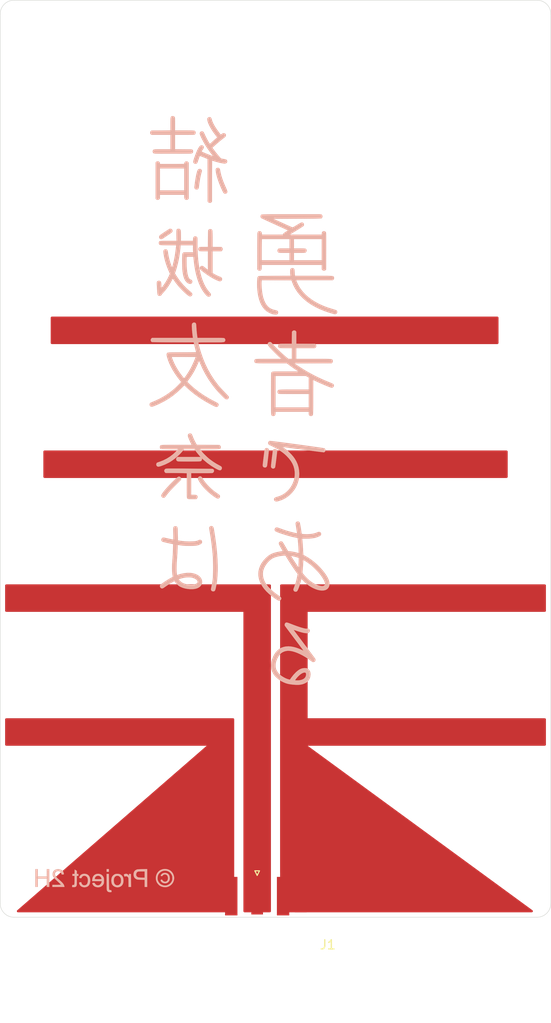
<source format=kicad_pcb>
(kicad_pcb (version 20171130) (host pcbnew "(5.1.6)-1")

  (general
    (thickness 1.6)
    (drawings 9)
    (tracks 0)
    (zones 0)
    (modules 3)
    (nets 3)
  )

  (page A4)
  (layers
    (0 F.Cu signal)
    (31 B.Cu signal)
    (32 B.Adhes user)
    (33 F.Adhes user)
    (34 B.Paste user)
    (35 F.Paste user)
    (36 B.SilkS user)
    (37 F.SilkS user)
    (38 B.Mask user)
    (39 F.Mask user)
    (40 Dwgs.User user)
    (41 Cmts.User user)
    (42 Eco1.User user)
    (43 Eco2.User user)
    (44 Edge.Cuts user)
    (45 Margin user)
    (46 B.CrtYd user)
    (47 F.CrtYd user)
    (48 B.Fab user)
    (49 F.Fab user)
  )

  (setup
    (last_trace_width 0.25)
    (trace_clearance 0.2)
    (zone_clearance 0.508)
    (zone_45_only no)
    (trace_min 0.2)
    (via_size 0.8)
    (via_drill 0.4)
    (via_min_size 0.4)
    (via_min_drill 0.3)
    (uvia_size 0.3)
    (uvia_drill 0.1)
    (uvias_allowed no)
    (uvia_min_size 0.2)
    (uvia_min_drill 0.1)
    (edge_width 0.05)
    (segment_width 0.2)
    (pcb_text_width 0.3)
    (pcb_text_size 1.5 1.5)
    (mod_edge_width 0.12)
    (mod_text_size 1 1)
    (mod_text_width 0.15)
    (pad_size 1.35 4.2)
    (pad_drill 0)
    (pad_to_mask_clearance 0.05)
    (aux_axis_origin 72 136.3)
    (visible_elements 7FFFFFFF)
    (pcbplotparams
      (layerselection 0x010fc_ffffffff)
      (usegerberextensions false)
      (usegerberattributes true)
      (usegerberadvancedattributes true)
      (creategerberjobfile true)
      (excludeedgelayer true)
      (linewidth 0.100000)
      (plotframeref false)
      (viasonmask false)
      (mode 1)
      (useauxorigin false)
      (hpglpennumber 1)
      (hpglpenspeed 20)
      (hpglpendiameter 15.000000)
      (psnegative false)
      (psa4output false)
      (plotreference true)
      (plotvalue true)
      (plotinvisibletext false)
      (padsonsilk false)
      (subtractmaskfromsilk false)
      (outputformat 1)
      (mirror false)
      (drillshape 1)
      (scaleselection 1)
      (outputdirectory ""))
  )

  (net 0 "")
  (net 1 /feed)
  (net 2 GND)

  (net_class Default "This is the default net class."
    (clearance 0.2)
    (trace_width 0.25)
    (via_dia 0.8)
    (via_drill 0.4)
    (uvia_dia 0.3)
    (uvia_drill 0.1)
    (add_net /feed)
    (add_net GND)
  )

  (module yyy:p2h (layer B.Cu) (tedit 0) (tstamp 6152286B)
    (at 83.4 132.3 180)
    (fp_text reference Ref** (at 0 0) (layer B.SilkS) hide
      (effects (font (size 1.27 1.27) (thickness 0.15)) (justify mirror))
    )
    (fp_text value Val** (at 0 0) (layer B.SilkS) hide
      (effects (font (size 1.27 1.27) (thickness 0.15)) (justify mirror))
    )
    (fp_poly (pts (xy -0.194707 -0.153458) (xy -0.196368 -0.369304) (xy -0.198044 -0.546998) (xy -0.199953 -0.690721)
      (xy -0.202313 -0.804651) (xy -0.205341 -0.892971) (xy -0.209256 -0.959861) (xy -0.214274 -1.009501)
      (xy -0.220613 -1.046072) (xy -0.228492 -1.073753) (xy -0.238128 -1.096727) (xy -0.244486 -1.10931)
      (xy -0.307401 -1.19237) (xy -0.394656 -1.244633) (xy -0.509968 -1.267986) (xy -0.560587 -1.269676)
      (xy -0.633643 -1.26666) (xy -0.691471 -1.259189) (xy -0.716198 -1.251425) (xy -0.732753 -1.227582)
      (xy -0.732905 -1.180736) (xy -0.726212 -1.140624) (xy -0.71313 -1.084078) (xy -0.694282 -1.056045)
      (xy -0.656237 -1.045088) (xy -0.609659 -1.041367) (xy -0.538782 -1.02962) (xy -0.49016 -1.007708)
      (xy -0.483229 -1.0011) (xy -0.47578 -0.983659) (xy -0.469515 -0.948523) (xy -0.464298 -0.892278)
      (xy -0.459996 -0.81151) (xy -0.456476 -0.702803) (xy -0.453604 -0.562742) (xy -0.451246 -0.387913)
      (xy -0.449269 -0.1749) (xy -0.44888 -0.123774) (xy -0.442677 0.719667) (xy -0.188331 0.719667)
      (xy -0.194707 -0.153458)) (layer B.SilkS) (width 0.01))
    (fp_poly (pts (xy -6.282754 1.231645) (xy -6.093057 1.162365) (xy -6.067633 1.149899) (xy -5.91187 1.048336)
      (xy -5.781983 0.917761) (xy -5.679713 0.763944) (xy -5.606803 0.592654) (xy -5.564995 0.40966)
      (xy -5.556032 0.220731) (xy -5.581655 0.031636) (xy -5.643607 -0.151854) (xy -5.66255 -0.191419)
      (xy -5.727389 -0.295017) (xy -5.815165 -0.402524) (xy -5.913497 -0.50054) (xy -6.010001 -0.575664)
      (xy -6.02767 -0.586574) (xy -6.195285 -0.662988) (xy -6.382526 -0.71096) (xy -6.575458 -0.727849)
      (xy -6.720417 -0.717823) (xy -6.894405 -0.672142) (xy -7.062271 -0.590514) (xy -7.215361 -0.479248)
      (xy -7.345024 -0.344655) (xy -7.442607 -0.193045) (xy -7.444102 -0.190025) (xy -7.521031 0.00824)
      (xy -7.555775 0.205422) (xy -7.553536 0.264583) (xy -7.355417 0.264583) (xy -7.353986 0.160339)
      (xy -7.348161 0.084856) (xy -7.335649 0.024614) (xy -7.314154 -0.033906) (xy -7.299105 -0.067207)
      (xy -7.20393 -0.222301) (xy -7.077693 -0.352493) (xy -6.945511 -0.441276) (xy -6.788288 -0.510684)
      (xy -6.639419 -0.543895) (xy -6.487875 -0.542349) (xy -6.359739 -0.517687) (xy -6.182396 -0.452274)
      (xy -6.032149 -0.354513) (xy -5.908176 -0.22371) (xy -5.809654 -0.059172) (xy -5.806026 -0.051438)
      (xy -5.776465 0.018552) (xy -5.758866 0.081789) (xy -5.750342 0.153985) (xy -5.748011 0.250852)
      (xy -5.74801 0.264583) (xy -5.759173 0.431259) (xy -5.794878 0.571992) (xy -5.859236 0.697919)
      (xy -5.950986 0.814336) (xy -6.087221 0.9349) (xy -6.238552 1.019524) (xy -6.399495 1.069008)
      (xy -6.564564 1.084158) (xy -6.728274 1.065775) (xy -6.885139 1.014663) (xy -7.029674 0.931624)
      (xy -7.156395 0.817463) (xy -7.259815 0.672982) (xy -7.287988 0.618591) (xy -7.3196 0.548182)
      (xy -7.339455 0.489605) (xy -7.350245 0.428725) (xy -7.354662 0.351408) (xy -7.355417 0.264583)
      (xy -7.553536 0.264583) (xy -7.548316 0.402463) (xy -7.498634 0.600309) (xy -7.424835 0.766725)
      (xy -7.318549 0.924479) (xy -7.184507 1.054273) (xy -7.027988 1.154614) (xy -6.854273 1.224013)
      (xy -6.668642 1.260978) (xy -6.476376 1.264019) (xy -6.282754 1.231645)) (layer B.SilkS) (width 0.01))
    (fp_poly (pts (xy -1.170505 0.714733) (xy -1.0795 0.685461) (xy -0.967911 0.61579) (xy -0.866366 0.52083)
      (xy -0.789978 0.415012) (xy -0.783492 0.402804) (xy -0.739573 0.282028) (xy -0.714048 0.136711)
      (xy -0.706943 -0.019925) (xy -0.718287 -0.174656) (xy -0.748109 -0.314259) (xy -0.781799 -0.399485)
      (xy -0.865425 -0.518938) (xy -0.978464 -0.615517) (xy -1.112985 -0.686286) (xy -1.261057 -0.72831)
      (xy -1.414748 -0.738653) (xy -1.566129 -0.71438) (xy -1.60163 -0.702936) (xy -1.750076 -0.630026)
      (xy -1.867269 -0.528585) (xy -1.953164 -0.39869) (xy -2.007713 -0.240415) (xy -2.03087 -0.053839)
      (xy -2.031749 -0.003406) (xy -2.028328 0.042846) (xy -1.765053 0.042846) (xy -1.763443 -0.080393)
      (xy -1.748817 -0.192563) (xy -1.727429 -0.264294) (xy -1.659967 -0.376608) (xy -1.570425 -0.458645)
      (xy -1.465479 -0.507917) (xy -1.351804 -0.521932) (xy -1.236075 -0.498202) (xy -1.176661 -0.469745)
      (xy -1.08773 -0.395694) (xy -1.024768 -0.291745) (xy -0.987091 -0.156238) (xy -0.974013 0.012485)
      (xy -0.973992 0.021167) (xy -0.989056 0.175173) (xy -1.032095 0.305122) (xy -1.10016 0.407808)
      (xy -1.1903 0.480021) (xy -1.299565 0.518554) (xy -1.425006 0.520199) (xy -1.431986 0.519205)
      (xy -1.53347 0.483986) (xy -1.625724 0.414747) (xy -1.699296 0.3198) (xy -1.729027 0.257946)
      (xy -1.753598 0.161008) (xy -1.765053 0.042846) (xy -2.028328 0.042846) (xy -2.01738 0.190859)
      (xy -1.974363 0.354757) (xy -1.901859 0.489843) (xy -1.799028 0.597669) (xy -1.665031 0.679788)
      (xy -1.661584 0.681383) (xy -1.555735 0.714511) (xy -1.428276 0.731184) (xy -1.294702 0.731295)
      (xy -1.170505 0.714733)) (layer B.SilkS) (width 0.01))
    (fp_poly (pts (xy 0.8506 0.730052) (xy 1.002444 0.687866) (xy 1.13185 0.611788) (xy 1.236216 0.504208)
      (xy 1.31294 0.367512) (xy 1.35942 0.204089) (xy 1.371344 0.100542) (xy 1.381272 -0.0635)
      (xy 0.333955 -0.0635) (xy 0.348661 -0.14189) (xy 0.38926 -0.269907) (xy 0.454594 -0.373537)
      (xy 0.538589 -0.451225) (xy 0.635169 -0.501413) (xy 0.73826 -0.522546) (xy 0.841786 -0.513069)
      (xy 0.939672 -0.471424) (xy 1.025844 -0.396056) (xy 1.073141 -0.327457) (xy 1.102488 -0.278815)
      (xy 1.129455 -0.254719) (xy 1.169184 -0.247856) (xy 1.232213 -0.250617) (xy 1.298672 -0.257697)
      (xy 1.347308 -0.268006) (xy 1.361943 -0.274827) (xy 1.364554 -0.302429) (xy 1.35111 -0.353495)
      (xy 1.33854 -0.385119) (xy 1.259379 -0.51907) (xy 1.154423 -0.620245) (xy 1.022676 -0.689266)
      (xy 0.863141 -0.726759) (xy 0.783166 -0.733461) (xy 0.677 -0.732999) (xy 0.58421 -0.723102)
      (xy 0.53975 -0.712477) (xy 0.392098 -0.648394) (xy 0.275506 -0.561438) (xy 0.181866 -0.444797)
      (xy 0.145156 -0.381) (xy 0.124305 -0.337311) (xy 0.110187 -0.293964) (xy 0.101517 -0.241428)
      (xy 0.09701 -0.170172) (xy 0.095384 -0.070663) (xy 0.09525 -0.010583) (xy 0.096199 0.109058)
      (xy 0.09982 0.196043) (xy 0.101643 0.2117) (xy 0.360712 0.2117) (xy 0.362094 0.183064)
      (xy 0.383644 0.164639) (xy 0.429985 0.154179) (xy 0.505737 0.149441) (xy 0.615521 0.14818)
      (xy 0.73025 0.148167) (xy 0.863422 0.148294) (xy 0.960097 0.149176) (xy 1.026109 0.151564)
      (xy 1.067293 0.156209) (xy 1.089485 0.163863) (xy 1.098519 0.175277) (xy 1.100232 0.191201)
      (xy 1.100201 0.195792) (xy 1.08267 0.279386) (xy 1.03831 0.366248) (xy 0.977244 0.438984)
      (xy 0.943821 0.46449) (xy 0.82941 0.513204) (xy 0.712421 0.524241) (xy 0.600674 0.499842)
      (xy 0.501992 0.44225) (xy 0.424196 0.353706) (xy 0.399972 0.308581) (xy 0.374879 0.252791)
      (xy 0.360712 0.2117) (xy 0.101643 0.2117) (xy 0.10727 0.260024) (xy 0.119707 0.310653)
      (xy 0.138289 0.357579) (xy 0.139819 0.360909) (xy 0.22736 0.503911) (xy 0.341459 0.614734)
      (xy 0.479236 0.691377) (xy 0.637815 0.731837) (xy 0.67892 0.73596) (xy 0.8506 0.730052)) (layer B.SilkS) (width 0.01))
    (fp_poly (pts (xy 2.331697 0.735188) (xy 2.472092 0.69869) (xy 2.594032 0.63218) (xy 2.691453 0.537746)
      (xy 2.738973 0.461946) (xy 2.777039 0.379216) (xy 2.791556 0.325116) (xy 2.78163 0.292514)
      (xy 2.746367 0.274279) (xy 2.714625 0.267586) (xy 2.631912 0.256124) (xy 2.580127 0.257449)
      (xy 2.548966 0.274742) (xy 2.528129 0.311183) (xy 2.522094 0.327036) (xy 2.469581 0.419542)
      (xy 2.394671 0.482488) (xy 2.304727 0.516423) (xy 2.207108 0.521898) (xy 2.109176 0.499463)
      (xy 2.018292 0.449668) (xy 1.941816 0.373063) (xy 1.890695 0.279857) (xy 1.860706 0.166041)
      (xy 1.84929 0.037719) (xy 1.85517 -0.094482) (xy 1.877072 -0.219938) (xy 1.91372 -0.328024)
      (xy 1.963838 -0.408113) (xy 1.974613 -0.419134) (xy 2.067363 -0.482163) (xy 2.173283 -0.515642)
      (xy 2.281181 -0.518485) (xy 2.379864 -0.489606) (xy 2.422684 -0.462592) (xy 2.473623 -0.408117)
      (xy 2.51978 -0.335013) (xy 2.551867 -0.260218) (xy 2.561166 -0.210041) (xy 2.568743 -0.177269)
      (xy 2.599286 -0.174825) (xy 2.608791 -0.177159) (xy 2.669803 -0.187803) (xy 2.709333 -0.190535)
      (xy 2.770459 -0.196801) (xy 2.802021 -0.218556) (xy 2.807403 -0.26291) (xy 2.78999 -0.336975)
      (xy 2.785674 -0.350917) (xy 2.722923 -0.484479) (xy 2.629889 -0.592516) (xy 2.511821 -0.672518)
      (xy 2.373965 -0.721977) (xy 2.221571 -0.738382) (xy 2.059886 -0.719224) (xy 2.030704 -0.711941)
      (xy 1.888729 -0.653534) (xy 1.773281 -0.562709) (xy 1.685207 -0.440699) (xy 1.625352 -0.28874)
      (xy 1.594562 -0.108068) (xy 1.592125 -0.071706) (xy 1.595817 0.132578) (xy 1.629342 0.309076)
      (xy 1.692184 0.456846) (xy 1.783828 0.574948) (xy 1.903761 0.662441) (xy 2.019799 0.709785)
      (xy 2.178911 0.739583) (xy 2.331697 0.735188)) (layer B.SilkS) (width 0.01))
    (fp_poly (pts (xy 3.29738 0.961784) (xy 3.303343 0.719667) (xy 3.534833 0.719667) (xy 3.534833 0.508)
      (xy 3.302 0.508) (xy 3.302 0.057627) (xy 3.302466 -0.10807) (xy 3.304791 -0.236244)
      (xy 3.310362 -0.331704) (xy 3.320568 -0.399258) (xy 3.336797 -0.443714) (xy 3.360437 -0.46988)
      (xy 3.392877 -0.482565) (xy 3.435505 -0.486576) (xy 3.459197 -0.486833) (xy 3.550494 -0.486833)
      (xy 3.561824 -0.587351) (xy 3.566602 -0.649715) (xy 3.565842 -0.693631) (xy 3.563327 -0.703767)
      (xy 3.538863 -0.711511) (xy 3.483474 -0.717169) (xy 3.408559 -0.719637) (xy 3.399131 -0.719667)
      (xy 3.30854 -0.716885) (xy 3.245444 -0.706462) (xy 3.195246 -0.685277) (xy 3.172838 -0.671309)
      (xy 3.136942 -0.644051) (xy 3.108771 -0.612685) (xy 3.087388 -0.571991) (xy 3.071851 -0.516751)
      (xy 3.061223 -0.441746) (xy 3.054564 -0.341755) (xy 3.050936 -0.211561) (xy 3.049399 -0.045945)
      (xy 3.049194 0.015875) (xy 3.048 0.508) (xy 2.878666 0.508) (xy 2.878666 0.719667)
      (xy 3.048 0.719667) (xy 3.048 1.05493) (xy 3.169708 1.129415) (xy 3.291416 1.203901)
      (xy 3.29738 0.961784)) (layer B.SilkS) (width 0.01))
    (fp_poly (pts (xy -4.090459 1.243778) (xy -3.916664 1.240007) (xy -3.77972 1.235678) (xy -3.674145 1.230392)
      (xy -3.594457 1.223746) (xy -3.535174 1.215342) (xy -3.490814 1.204778) (xy -3.472787 1.198663)
      (xy -3.338006 1.128335) (xy -3.236185 1.03154) (xy -3.167652 0.908778) (xy -3.132731 0.760545)
      (xy -3.127963 0.671969) (xy -3.144284 0.506427) (xy -3.193327 0.367677) (xy -3.275217 0.255502)
      (xy -3.390078 0.169686) (xy -3.426736 0.151018) (xy -3.470769 0.131412) (xy -3.511929 0.116874)
      (xy -3.557709 0.106489) (xy -3.6156 0.099342) (xy -3.693093 0.094521) (xy -3.79768 0.091109)
      (xy -3.93685 0.088194) (xy -3.942292 0.088092) (xy -4.339167 0.080701) (xy -4.339167 -0.6985)
      (xy -4.614334 -0.6985) (xy -4.614334 0.311918) (xy -4.339167 0.311918) (xy -4.004667 0.321558)
      (xy -3.86951 0.326315) (xy -3.769003 0.332265) (xy -3.695461 0.340337) (xy -3.641202 0.351458)
      (xy -3.598543 0.366554) (xy -3.586905 0.371975) (xy -3.492022 0.437395) (xy -3.433867 0.523467)
      (xy -3.411585 0.631709) (xy -3.412453 0.680556) (xy -3.436718 0.79834) (xy -3.489231 0.89107)
      (xy -3.566563 0.953788) (xy -3.614612 0.972665) (xy -3.66367 0.980447) (xy -3.745235 0.98703)
      (xy -3.849489 0.991876) (xy -3.966609 0.994445) (xy -4.016375 0.994715) (xy -4.339167 0.994833)
      (xy -4.339167 0.311918) (xy -4.614334 0.311918) (xy -4.614334 1.253567) (xy -4.090459 1.243778)) (layer B.SilkS) (width 0.01))
    (fp_poly (pts (xy -2.262802 0.734497) (xy -2.197084 0.718439) (xy -2.135108 0.697086) (xy -2.089906 0.674865)
      (xy -2.074334 0.657639) (xy -2.080525 0.631047) (xy -2.095831 0.580069) (xy -2.115347 0.519725)
      (xy -2.13417 0.465033) (xy -2.147396 0.431011) (xy -2.14967 0.42691) (xy -2.17011 0.430174)
      (xy -2.200637 0.444127) (xy -2.251541 0.460354) (xy -2.318615 0.469123) (xy -2.330957 0.469525)
      (xy -2.418621 0.450897) (xy -2.493557 0.397156) (xy -2.547433 0.315292) (xy -2.561183 0.27637)
      (xy -2.567477 0.232834) (xy -2.573024 0.154563) (xy -2.57752 0.049153) (xy -2.58066 -0.075802)
      (xy -2.58214 -0.212706) (xy -2.582216 -0.248708) (xy -2.582334 -0.6985) (xy -2.858071 -0.6985)
      (xy -2.852494 0.005292) (xy -2.846917 0.709083) (xy -2.624667 0.721879) (xy -2.624667 0.51934)
      (xy -2.571143 0.598107) (xy -2.49126 0.683807) (xy -2.394959 0.731133) (xy -2.31923 0.740833)
      (xy -2.262802 0.734497)) (layer B.SilkS) (width 0.01))
    (fp_poly (pts (xy 5.261841 1.232324) (xy 5.407252 1.184325) (xy 5.525681 1.107136) (xy 5.614582 1.003054)
      (xy 5.671408 0.874376) (xy 5.693613 0.7234) (xy 5.693833 0.705781) (xy 5.691316 0.6301)
      (xy 5.681937 0.560884) (xy 5.66295 0.494455) (xy 5.631612 0.427131) (xy 5.585179 0.355234)
      (xy 5.520907 0.275081) (xy 5.436052 0.182995) (xy 5.327868 0.075293) (xy 5.193613 -0.051703)
      (xy 5.030543 -0.201674) (xy 4.988912 -0.239586) (xy 4.912474 -0.310531) (xy 4.848953 -0.372202)
      (xy 4.804233 -0.418683) (xy 4.784197 -0.444058) (xy 4.783666 -0.445961) (xy 4.804047 -0.452196)
      (xy 4.86206 -0.457478) (xy 4.953011 -0.461609) (xy 5.072204 -0.46439) (xy 5.214947 -0.465623)
      (xy 5.249333 -0.465667) (xy 5.715 -0.465667) (xy 5.715 -0.6985) (xy 4.397955 -0.6985)
      (xy 4.412626 -0.620294) (xy 4.435616 -0.532723) (xy 4.473178 -0.446914) (xy 4.528815 -0.35845)
      (xy 4.606028 -0.262913) (xy 4.70832 -0.155883) (xy 4.839191 -0.032942) (xy 4.96903 0.08175)
      (xy 5.064022 0.165478) (xy 5.152009 0.245673) (xy 5.226012 0.315778) (xy 5.279048 0.369231)
      (xy 5.298506 0.391344) (xy 5.381583 0.51897) (xy 5.426261 0.639857) (xy 5.432769 0.751241)
      (xy 5.401336 0.850359) (xy 5.332191 0.934448) (xy 5.2489 0.989542) (xy 5.132274 1.028531)
      (xy 5.018162 1.029657) (xy 4.913521 0.996309) (xy 4.825304 0.931878) (xy 4.760468 0.839755)
      (xy 4.727784 0.735542) (xy 4.71677 0.685155) (xy 4.696751 0.662491) (xy 4.653818 0.656585)
      (xy 4.627503 0.656456) (xy 4.540581 0.659155) (xy 4.488844 0.670005) (xy 4.465249 0.694194)
      (xy 4.462751 0.73691) (xy 4.468451 0.773609) (xy 4.515798 0.923828) (xy 4.595368 1.047977)
      (xy 4.704581 1.144091) (xy 4.840862 1.210206) (xy 5.001633 1.244357) (xy 5.091994 1.248833)
      (xy 5.261841 1.232324)) (layer B.SilkS) (width 0.01))
    (fp_poly (pts (xy 6.328833 0.4445) (xy 7.3025 0.4445) (xy 7.3025 1.248833) (xy 7.577666 1.248833)
      (xy 7.577666 -0.6985) (xy 7.3025 -0.6985) (xy 7.3025 0.211667) (xy 6.328833 0.211667)
      (xy 6.328833 -0.6985) (xy 6.053666 -0.6985) (xy 6.053666 1.248833) (xy 6.328833 1.248833)
      (xy 6.328833 0.4445)) (layer B.SilkS) (width 0.01))
    (fp_poly (pts (xy -0.1905 0.9525) (xy -0.4445 0.9525) (xy -0.4445 1.248833) (xy -0.1905 1.248833)
      (xy -0.1905 0.9525)) (layer B.SilkS) (width 0.01))
    (fp_poly (pts (xy -6.367086 0.812083) (xy -6.31825 0.79451) (xy -6.247341 0.75133) (xy -6.176642 0.686368)
      (xy -6.120625 0.614389) (xy -6.098878 0.570655) (xy -6.088953 0.533447) (xy -6.099017 0.512487)
      (xy -6.13779 0.497362) (xy -6.166628 0.489762) (xy -6.231939 0.47838) (xy -6.261162 0.486498)
      (xy -6.262067 0.488436) (xy -6.298759 0.547164) (xy -6.360307 0.604502) (xy -6.430986 0.646998)
      (xy -6.45915 0.65706) (xy -6.57518 0.669722) (xy -6.677883 0.644751) (xy -6.763381 0.585783)
      (xy -6.827792 0.496449) (xy -6.867237 0.380385) (xy -6.878237 0.264583) (xy -6.863475 0.126286)
      (xy -6.820517 0.015573) (xy -6.751356 -0.065109) (xy -6.657986 -0.113311) (xy -6.559506 -0.126921)
      (xy -6.448208 -0.106957) (xy -6.352106 -0.049327) (xy -6.277285 0.042297) (xy -6.276239 0.044115)
      (xy -6.24624 0.091191) (xy -6.21838 0.108669) (xy -6.175212 0.104481) (xy -6.154209 0.099595)
      (xy -6.097076 0.076271) (xy -6.07497 0.038626) (xy -6.086102 -0.01926) (xy -6.105503 -0.061409)
      (xy -6.179535 -0.160379) (xy -6.283252 -0.235871) (xy -6.409202 -0.284726) (xy -6.54993 -0.303785)
      (xy -6.660515 -0.296653) (xy -6.789316 -0.256628) (xy -6.902545 -0.180821) (xy -6.992264 -0.075088)
      (xy -7.015192 -0.034954) (xy -7.048209 0.035854) (xy -7.067321 0.098618) (xy -7.076201 0.170484)
      (xy -7.078495 0.260674) (xy -7.063386 0.429226) (xy -7.017151 0.570703) (xy -6.940669 0.683868)
      (xy -6.834821 0.767489) (xy -6.700485 0.820332) (xy -6.67558 0.82602) (xy -6.519396 0.838344)
      (xy -6.367086 0.812083)) (layer B.SilkS) (width 0.01))
  )

  (module Connector_Coaxial:SMA_Samtec_SMA-J-P-X-ST-EM1_EdgeMount (layer F.Cu) (tedit 6151CDDE) (tstamp 614E307D)
    (at 100 134)
    (descr "Connector SMA, 0Hz to 20GHz, 50Ohm, Edge Mount (http://suddendocs.samtec.com/prints/sma-j-p-x-st-em1-mkt.pdf)")
    (tags "SMA Straight Samtec Edge Mount")
    (path /614DD271)
    (attr smd)
    (fp_text reference J1 (at 7.7 5.3) (layer F.SilkS)
      (effects (font (size 1 1) (thickness 0.15)))
    )
    (fp_text value Conn_Coaxial (at 0 13) (layer F.Fab)
      (effects (font (size 1 1) (thickness 0.15)))
    )
    (fp_line (start -0.25 -2.76) (end 0 -2.26) (layer F.SilkS) (width 0.12))
    (fp_line (start 0.25 -2.76) (end -0.25 -2.76) (layer F.SilkS) (width 0.12))
    (fp_line (start 0 -2.26) (end 0.25 -2.76) (layer F.SilkS) (width 0.12))
    (fp_line (start 0 3.1) (end -0.64 2.1) (layer F.Fab) (width 0.1))
    (fp_line (start 0.64 2.1) (end 0 3.1) (layer F.Fab) (width 0.1))
    (fp_line (start 4 2.6) (end 4 -2.6) (layer F.CrtYd) (width 0.05))
    (fp_line (start 3.68 12.12) (end -3.68 12.12) (layer F.CrtYd) (width 0.05))
    (fp_line (start -4 2.6) (end -4 -2.6) (layer F.CrtYd) (width 0.05))
    (fp_line (start -4 -2.6) (end 4 -2.6) (layer F.CrtYd) (width 0.05))
    (fp_line (start 4 2.6) (end 4 -2.6) (layer B.CrtYd) (width 0.05))
    (fp_line (start 3.68 12.12) (end -3.68 12.12) (layer B.CrtYd) (width 0.05))
    (fp_line (start -4 2.6) (end -4 -2.6) (layer B.CrtYd) (width 0.05))
    (fp_line (start -4 -2.6) (end 4 -2.6) (layer B.CrtYd) (width 0.05))
    (fp_line (start 3.165 11.62) (end -3.165 11.62) (layer F.Fab) (width 0.1))
    (fp_line (start 3.175 -1.71) (end 3.175 11.62) (layer F.Fab) (width 0.1))
    (fp_line (start 3.175 -1.71) (end 2.365 -1.71) (layer F.Fab) (width 0.1))
    (fp_line (start 2.365 -1.71) (end 2.365 2.1) (layer F.Fab) (width 0.1))
    (fp_line (start 2.365 2.1) (end -2.365 2.1) (layer F.Fab) (width 0.1))
    (fp_line (start -2.365 2.1) (end -2.365 -1.71) (layer F.Fab) (width 0.1))
    (fp_line (start -2.365 -1.71) (end -3.175 -1.71) (layer F.Fab) (width 0.1))
    (fp_line (start -3.175 -1.71) (end -3.175 11.62) (layer F.Fab) (width 0.1))
    (fp_line (start 4.1 2.1) (end -4.1 2.1) (layer Dwgs.User) (width 0.1))
    (fp_line (start -3.68 2.6) (end -4 2.6) (layer F.CrtYd) (width 0.05))
    (fp_line (start -3.68 12.12) (end -3.68 2.6) (layer F.CrtYd) (width 0.05))
    (fp_line (start 3.68 2.6) (end 4 2.6) (layer F.CrtYd) (width 0.05))
    (fp_line (start 3.68 2.6) (end 3.68 12.12) (layer F.CrtYd) (width 0.05))
    (fp_line (start -3.68 2.6) (end -4 2.6) (layer B.CrtYd) (width 0.05))
    (fp_line (start -3.68 12.12) (end -3.68 2.6) (layer B.CrtYd) (width 0.05))
    (fp_line (start 4 2.6) (end 3.68 2.6) (layer B.CrtYd) (width 0.05))
    (fp_line (start 3.68 2.6) (end 3.68 12.12) (layer B.CrtYd) (width 0.05))
    (fp_text user "Board Thickness: 1.57mm" (at 0 -5.45) (layer Cmts.User)
      (effects (font (size 1 1) (thickness 0.15)))
    )
    (fp_text user "PCB Edge" (at 0 2.6) (layer Dwgs.User)
      (effects (font (size 0.5 0.5) (thickness 0.1)))
    )
    (fp_text user %R (at 0 4.79 180) (layer F.Fab)
      (effects (font (size 1 1) (thickness 0.15)))
    )
    (pad 1 smd rect (at 0 0.2) (size 1.27 3.6) (layers F.Cu F.Paste F.Mask)
      (net 1 /feed))
    (pad 2 smd rect (at 2.825 0) (size 1.35 4.2) (layers F.Cu F.Paste F.Mask)
      (net 2 GND))
    (pad 2 smd rect (at -2.825 0) (size 1.35 4.2) (layers F.Cu F.Paste F.Mask)
      (net 2 GND))
    (pad 2 smd rect (at 2.825 0) (size 1.35 4.2) (layers B.Paste)
      (net 2 GND))
    (pad 2 smd rect (at -2.825 0) (size 1.35 4.2) (layers B.Paste)
      (net 2 GND))
    (model ${KISYS3DMOD}/Connector_Coaxial.3dshapes/SMA_Samtec_SMA-J-P-X-ST-EM1_EdgeMount.wrl
      (at (xyz 0 0 0))
      (scale (xyz 1 1 1))
      (rotate (xyz 0 0 0))
    )
  )

  (module yyy:yyy (layer B.Cu) (tedit 0) (tstamp 6152237B)
    (at 102 83.6 180)
    (fp_text reference Ref** (at 0 0) (layer B.SilkS) hide
      (effects (font (size 1.27 1.27) (thickness 0.15)) (justify mirror))
    )
    (fp_text value Val** (at 0 0) (layer B.SilkS) hide
      (effects (font (size 1.27 1.27) (thickness 0.15)) (justify mirror))
    )
    (fp_poly (pts (xy -13.259592 9.861772) (xy -13.1288 9.857839) (xy -12.988043 9.851404) (xy -12.843763 9.842729)
      (xy -12.702397 9.832078) (xy -12.570385 9.819714) (xy -12.454168 9.805902) (xy -12.418275 9.800752)
      (xy -11.978607 9.716141) (xy -11.563891 9.59972) (xy -11.175076 9.45214) (xy -10.813115 9.27405)
      (xy -10.478959 9.066098) (xy -10.17356 8.828934) (xy -9.897869 8.563206) (xy -9.652839 8.269564)
      (xy -9.439421 7.948657) (xy -9.289139 7.666592) (xy -9.184362 7.423453) (xy -9.087324 7.151235)
      (xy -9.001905 6.86302) (xy -8.931988 6.571886) (xy -8.881928 6.294175) (xy -8.869095 6.206599)
      (xy -9.530422 6.077364) (xy -9.870867 6.01186) (xy -10.194586 5.951609) (xy -10.497074 5.897394)
      (xy -10.773825 5.849996) (xy -11.020333 5.810198) (xy -11.232091 5.778783) (xy -11.313583 5.767753)
      (xy -11.454041 5.752459) (xy -11.612816 5.740217) (xy -11.781815 5.731178) (xy -11.952949 5.725493)
      (xy -12.118124 5.723314) (xy -12.26925 5.72479) (xy -12.398237 5.730073) (xy -12.496991 5.739313)
      (xy -12.530666 5.745067) (xy -12.754751 5.811933) (xy -12.96875 5.915499) (xy -13.174471 6.057066)
      (xy -13.373723 6.237933) (xy -13.568315 6.4594) (xy -13.623008 6.529916) (xy -13.689017 6.618887)
      (xy -13.770759 6.731642) (xy -13.863767 6.861779) (xy -13.963574 7.002898) (xy -14.065712 7.148596)
      (xy -14.165713 7.292472) (xy -14.259112 7.428123) (xy -14.341439 7.54915) (xy -14.408229 7.649148)
      (xy -14.455013 7.721718) (xy -14.457564 7.725833) (xy -14.515941 7.823135) (xy -14.577083 7.929753)
      (xy -14.637245 8.038601) (xy -14.692684 8.142595) (xy -14.739658 8.234647) (xy -14.774422 8.307672)
      (xy -14.793234 8.354584) (xy -14.7955 8.365537) (xy -14.776754 8.399407) (xy -14.725575 8.442199)
      (xy -14.64955 8.489033) (xy -14.556265 8.535028) (xy -14.489706 8.562261) (xy -14.384836 8.598432)
      (xy -14.278502 8.627459) (xy -14.163934 8.650245) (xy -14.034368 8.667695) (xy -13.883036 8.680714)
      (xy -13.703172 8.690206) (xy -13.488009 8.697077) (xy -13.479859 8.697279) (xy -12.957968 8.710083)
      (xy -13.107245 8.964083) (xy -13.181568 9.093115) (xy -13.256033 9.227026) (xy -13.327912 9.360426)
      (xy -13.394475 9.487926) (xy -13.452994 9.604137) (xy -13.500741 9.703668) (xy -13.534988 9.781132)
      (xy -13.553005 9.831137) (xy -13.554338 9.847212) (xy -13.527794 9.855922) (xy -13.465529 9.861077)
      (xy -13.373982 9.862939) (xy -13.259592 9.861772)) (layer B.Mask) (width 0.01))
    (fp_poly (pts (xy -10.573508 34.703548) (xy -10.5149 34.686123) (xy -10.42573 34.655833) (xy -10.310272 34.614346)
      (xy -10.172801 34.56333) (xy -10.017592 34.504452) (xy -9.848919 34.439379) (xy -9.671057 34.369781)
      (xy -9.48828 34.297323) (xy -9.304863 34.223674) (xy -9.125081 34.150501) (xy -8.953207 34.079473)
      (xy -8.793517 34.012255) (xy -8.650285 33.950517) (xy -8.579629 33.919304) (xy -8.43654 33.854694)
      (xy -8.315881 33.798069) (xy -8.208574 33.744471) (xy -8.105536 33.688939) (xy -7.997688 33.626514)
      (xy -7.875948 33.552236) (xy -7.731237 33.461147) (xy -7.67381 33.424587) (xy -7.478722 33.292807)
      (xy -7.317141 33.165364) (xy -7.182073 33.034275) (xy -7.066525 32.891559) (xy -6.963502 32.729234)
      (xy -6.866011 32.539317) (xy -6.830897 32.462601) (xy -6.760287 32.296699) (xy -6.69438 32.125011)
      (xy -6.632781 31.945147) (xy -6.575095 31.754711) (xy -6.520926 31.551313) (xy -6.469879 31.332558)
      (xy -6.421559 31.096056) (xy -6.375571 30.839411) (xy -6.331518 30.560233) (xy -6.289006 30.256128)
      (xy -6.247639 29.924703) (xy -6.207023 29.563566) (xy -6.16676 29.170324) (xy -6.126457 28.742585)
      (xy -6.085718 28.277955) (xy -6.044147 27.774042) (xy -6.032899 27.633083) (xy -6.01855 27.450634)
      (xy -6.005326 27.279638) (xy -5.993598 27.125122) (xy -5.983738 26.992113) (xy -5.976119 26.885637)
      (xy -5.971111 26.810721) (xy -5.969088 26.772391) (xy -5.969064 26.770541) (xy -5.964313 26.724774)
      (xy -5.949801 26.717857) (xy -5.92492 26.750336) (xy -5.889066 26.822754) (xy -5.874852 26.855208)
      (xy -5.828162 26.959152) (xy -5.765222 27.092015) (xy -5.69018 27.245623) (xy -5.607183 27.411798)
      (xy -5.52038 27.582367) (xy -5.433918 27.749152) (xy -5.351943 27.903978) (xy -5.278604 28.03867)
      (xy -5.237456 28.111678) (xy -5.037353 28.444434) (xy -4.839444 28.741121) (xy -4.639505 29.007514)
      (xy -4.433318 29.249387) (xy -4.312226 29.377631) (xy -4.075153 29.59884) (xy -3.834977 29.780186)
      (xy -3.587215 29.924115) (xy -3.327384 30.033074) (xy -3.051001 30.10951) (xy -2.929497 30.132406)
      (xy -2.818027 30.145441) (xy -2.666669 30.154687) (xy -2.477692 30.160199) (xy -2.253365 30.162032)
      (xy -1.995959 30.160238) (xy -1.707743 30.154873) (xy -1.390987 30.14599) (xy -1.047961 30.133643)
      (xy -0.680934 30.117886) (xy -0.292177 30.098774) (xy 0.116041 30.07636) (xy 0.541449 30.050699)
      (xy 0.565863 30.049159) (xy 0.696473 30.040203) (xy 0.812581 30.030916) (xy 0.907591 30.021934)
      (xy 0.974906 30.013893) (xy 1.007929 30.00743) (xy 1.009885 30.006337) (xy 1.008829 29.981021)
      (xy 0.990451 29.930653) (xy 0.962605 29.873619) (xy 0.925922 29.813456) (xy 0.866161 29.725072)
      (xy 0.786857 29.613168) (xy 0.691543 29.482446) (xy 0.583754 29.337606) (xy 0.467025 29.183351)
      (xy 0.344888 29.024383) (xy 0.220879 28.865402) (xy 0.098531 28.71111) (xy -0.018621 28.56621)
      (xy -0.037437 28.54325) (xy -0.123184 28.438614) (xy -0.198937 28.345746) (xy -0.26089 28.269344)
      (xy -0.305241 28.214108) (xy -0.328187 28.184734) (xy -0.330515 28.181207) (xy -0.30995 28.182806)
      (xy -0.256575 28.188902) (xy -0.179547 28.198414) (xy -0.124209 28.205518) (xy -0.035268 28.215464)
      (xy 0.084483 28.226539) (xy 0.223573 28.237804) (xy 0.370529 28.248319) (xy 0.489624 28.255768)
      (xy 0.607512 28.262018) (xy 0.747733 28.26851) (xy 0.905207 28.27509) (xy 1.074857 28.281607)
      (xy 1.251604 28.287909) (xy 1.430368 28.293844) (xy 1.606072 28.29926) (xy 1.773637 28.304004)
      (xy 1.927984 28.307925) (xy 2.064034 28.310871) (xy 2.17671 28.312689) (xy 2.260931 28.313227)
      (xy 2.31162 28.312335) (xy 2.32452 28.310702) (xy 2.316361 28.292031) (xy 2.285484 28.254778)
      (xy 2.263596 28.231991) (xy 2.187463 28.14284) (xy 2.098927 28.015559) (xy 1.999064 27.852149)
      (xy 1.888954 27.65461) (xy 1.769673 27.424942) (xy 1.6423 27.165145) (xy 1.507911 26.877219)
      (xy 1.381955 26.595916) (xy 1.317412 26.448741) (xy 1.257243 26.310658) (xy 1.199152 26.176238)
      (xy 1.140847 26.040051) (xy 1.080035 25.896669) (xy 1.01442 25.740663) (xy 0.94171 25.566601)
      (xy 0.85961 25.369057) (xy 0.765827 25.142599) (xy 0.67047 24.911837) (xy 0.607529 24.760038)
      (xy 0.545723 24.612125) (xy 0.488098 24.475301) (xy 0.437698 24.356767) (xy 0.39757 24.263727)
      (xy 0.372771 24.20778) (xy 0.299399 24.061692) (xy 0.214988 23.924254) (xy 0.115371 23.790878)
      (xy -0.00362 23.656977) (xy -0.146154 23.517964) (xy -0.316398 23.369251) (xy -0.51852 23.20625)
      (xy -0.58182 23.157097) (xy -0.738284 23.03787) (xy -0.878946 22.934559) (xy -1.009872 22.843816)
      (xy -1.137128 22.762297) (xy -1.266781 22.686654) (xy -1.404897 22.613543) (xy -1.557544 22.539618)
      (xy -1.730786 22.461533) (xy -1.930692 22.375941) (xy -2.163328 22.279498) (xy -2.201185 22.263985)
      (xy -2.214238 22.256166) (xy -2.215687 22.245649) (xy -2.201867 22.230189) (xy -2.169112 22.207544)
      (xy -2.113757 22.17547) (xy -2.032136 22.131725) (xy -1.920583 22.074064) (xy -1.775433 22.000245)
      (xy -1.745291 21.984985) (xy -1.432669 21.82262) (xy -1.137331 21.660945) (xy -0.864753 21.503143)
      (xy -0.620411 21.352398) (xy -0.409781 21.211895) (xy -0.38212 21.192388) (xy -0.247745 21.090568)
      (xy -0.110905 20.975645) (xy 0.020593 20.855054) (xy 0.138942 20.736231) (xy 0.236334 20.626611)
      (xy 0.297557 20.545095) (xy 0.365811 20.433029) (xy 0.444366 20.28877) (xy 0.529489 20.120066)
      (xy 0.617448 19.934662) (xy 0.704511 19.740307) (xy 0.786946 19.544747) (xy 0.82339 19.453703)
      (xy 0.878322 19.310604) (xy 0.936704 19.152704) (xy 0.996992 18.984722) (xy 1.057641 18.811375)
      (xy 1.117107 18.63738) (xy 1.173845 18.467454) (xy 1.22631 18.306314) (xy 1.272958 18.158678)
      (xy 1.312245 18.029262) (xy 1.342625 17.922785) (xy 1.362555 17.843963) (xy 1.370489 17.797513)
      (xy 1.369023 17.787301) (xy 1.344156 17.785826) (xy 1.294606 17.794554) (xy 1.277428 17.798828)
      (xy 1.214257 17.810601) (xy 1.114361 17.822935) (xy 0.983338 17.835509) (xy 0.826787 17.848005)
      (xy 0.650307 17.860101) (xy 0.459498 17.871476) (xy 0.259956 17.881812) (xy 0.057283 17.890786)
      (xy -0.142925 17.898079) (xy -0.335067 17.903371) (xy -0.513546 17.906341) (xy -0.610836 17.906874)
      (xy -0.872422 17.907) (xy -0.85795 17.848791) (xy -0.836597 17.7779) (xy -0.802413 17.687173)
      (xy -0.753893 17.573227) (xy -0.689531 17.432678) (xy -0.607821 17.26214) (xy -0.507259 17.05823)
      (xy -0.497752 17.039166) (xy -0.430827 16.906274) (xy -0.355617 16.758975) (xy -0.274848 16.602423)
      (xy -0.191244 16.441769) (xy -0.107529 16.282164) (xy -0.026429 16.128759) (xy 0.049333 15.986705)
      (xy 0.117031 15.861155) (xy 0.173941 15.757259) (xy 0.217338 15.680169) (xy 0.244497 15.635036)
      (xy 0.246431 15.632165) (xy 0.268883 15.593329) (xy 0.275167 15.573957) (xy 0.25482 15.569296)
      (xy 0.19704 15.565453) (xy 0.106721 15.562417) (xy -0.011246 15.560174) (xy -0.151967 15.558712)
      (xy -0.31055 15.558018) (xy -0.482103 15.55808) (xy -0.661732 15.558886) (xy -0.844544 15.560422)
      (xy -1.025648 15.562676) (xy -1.200151 15.565635) (xy -1.363159 15.569288) (xy -1.509781 15.573621)
      (xy -1.635123 15.578622) (xy -1.640416 15.578874) (xy -2.121982 15.606907) (xy -2.573789 15.643287)
      (xy -2.994175 15.687754) (xy -3.381479 15.740049) (xy -3.73404 15.79991) (xy -4.050196 15.86708)
      (xy -4.328284 15.941297) (xy -4.566645 16.022302) (xy -4.623853 16.045253) (xy -4.889735 16.175374)
      (xy -5.159495 16.345106) (xy -5.430828 16.552182) (xy -5.701427 16.794333) (xy -5.968986 17.069292)
      (xy -6.2312 17.374792) (xy -6.485761 17.708563) (xy -6.730364 18.068339) (xy -6.810318 18.19532)
      (xy -6.900219 18.340916) (xy -6.884401 18.182166) (xy -6.875938 18.063894) (xy -6.87045 17.9155)
      (xy -6.867795 17.74561) (xy -6.867831 17.562851) (xy -6.870416 17.37585) (xy -6.875408 17.193231)
      (xy -6.882666 17.023621) (xy -6.892048 16.875647) (xy -6.903412 16.757934) (xy -6.908416 16.721666)
      (xy -6.995323 16.280137) (xy -7.114701 15.865221) (xy -7.267107 15.475715) (xy -7.453101 15.11042)
      (xy -7.673239 14.768132) (xy -7.928079 14.447652) (xy -8.001911 14.365781) (xy -8.098653 14.266272)
      (xy -8.221365 14.147821) (xy -8.362416 14.017237) (xy -8.514178 13.88133) (xy -8.669021 13.746909)
      (xy -8.819315 13.620784) (xy -8.957431 13.509766) (xy -8.984588 13.48869) (xy -9.274652 13.276015)
      (xy -9.566451 13.082831) (xy -9.855026 12.911829) (xy -10.135416 12.765698) (xy -10.402662 12.647128)
      (xy -10.651805 12.55881) (xy -10.749268 12.531534) (xy -10.828709 12.511609) (xy -10.891438 12.496544)
      (xy -10.92696 12.488838) (xy -10.930818 12.488333) (xy -10.939809 12.506634) (xy -10.943235 12.546541)
      (xy -10.944396 12.615115) (xy -10.947599 12.716119) (xy -10.952606 12.845099) (xy -10.959178 12.997605)
      (xy -10.967075 13.169182) (xy -10.976057 13.355378) (xy -10.985887 13.55174) (xy -10.996324 13.753816)
      (xy -11.007129 13.957153) (xy -11.018064 14.157298) (xy -11.028889 14.349799) (xy -11.039365 14.530203)
      (xy -11.049252 14.694056) (xy -11.058312 14.836908) (xy -11.066305 14.954304) (xy -11.072992 15.041791)
      (xy -11.078134 15.094919) (xy -11.080919 15.109641) (xy -11.109593 15.110016) (xy -11.168274 15.08855)
      (xy -11.252325 15.047726) (xy -11.357105 14.990029) (xy -11.477978 14.917944) (xy -11.610304 14.833956)
      (xy -11.673103 14.792436) (xy -11.868252 14.657074) (xy -12.089502 14.495142) (xy -12.332843 14.309826)
      (xy -12.594264 14.104311) (xy -12.869755 13.881783) (xy -13.155305 13.645427) (xy -13.446904 13.398429)
      (xy -13.661216 13.213291) (xy -13.751772 13.135158) (xy -13.831491 13.067793) (xy -13.894858 13.015745)
      (xy -13.936358 12.98356) (xy -13.950063 12.975166) (xy -13.961541 12.995412) (xy -13.97214 13.052475)
      (xy -13.981702 13.140847) (xy -13.990068 13.255018) (xy -13.997079 13.38948) (xy -14.002575 13.538722)
      (xy -14.006399 13.697235) (xy -14.00839 13.85951) (xy -14.008389 14.020039) (xy -14.006238 14.17331)
      (xy -14.001778 14.313816) (xy -13.994849 14.436047) (xy -13.992938 14.460415) (xy -13.924844 15.049297)
      (xy -13.817476 15.653138) (xy -13.670971 16.271446) (xy -13.485469 16.903727) (xy -13.261106 17.549491)
      (xy -12.998022 18.208244) (xy -12.838447 18.572425) (xy -12.781691 18.698101) (xy -12.928829 18.559299)
      (xy -13.118685 18.397606) (xy -13.315986 18.265912) (xy -13.527007 18.161604) (xy -13.758027 18.082069)
      (xy -14.015321 18.024693) (xy -14.303386 17.987031) (xy -14.469021 17.975804) (xy -14.639134 17.973595)
      (xy -14.818046 17.981011) (xy -15.010076 17.998658) (xy -15.219544 18.02714) (xy -15.450768 18.067064)
      (xy -15.708069 18.119036) (xy -15.995765 18.183661) (xy -16.318177 18.261545) (xy -16.391667 18.279884)
      (xy -16.625394 18.339604) (xy -16.843541 18.397945) (xy -17.051432 18.456726) (xy -17.254392 18.517764)
      (xy -17.457747 18.582879) (xy -17.666822 18.653889) (xy -17.886943 18.732611) (xy -18.123433 18.820865)
      (xy -18.381618 18.920468) (xy -18.666824 19.033239) (xy -18.984376 19.160997) (xy -19.05 19.187599)
      (xy -19.271152 19.277491) (xy -19.456055 19.353029) (xy -19.607778 19.415545) (xy -19.729394 19.466368)
      (xy -19.823971 19.50683) (xy -19.894582 19.538262) (xy -19.944296 19.561995) (xy -19.976184 19.579359)
      (xy -19.993318 19.591686) (xy -19.998418 19.598671) (xy -19.996741 19.641093) (xy -19.976867 19.713649)
      (xy -19.9417 19.809771) (xy -19.894143 19.922895) (xy -19.8371 20.046452) (xy -19.773475 20.173877)
      (xy -19.70617 20.298603) (xy -19.63809 20.414063) (xy -19.637352 20.41525) (xy -19.456107 20.678461)
      (xy -19.238759 20.945835) (xy -18.990563 21.212508) (xy -18.716777 21.473618) (xy -18.422657 21.724302)
      (xy -18.11346 21.959697) (xy -17.794441 22.174939) (xy -17.621405 22.280222) (xy -17.559206 22.319444)
      (xy -17.518725 22.350655) (xy -17.50679 22.368388) (xy -17.509152 22.3701) (xy -17.570249 22.390048)
      (xy -17.662585 22.422561) (xy -17.781966 22.466014) (xy -17.924199 22.518778) (xy -18.085091 22.579227)
      (xy -18.260449 22.645735) (xy -18.446079 22.716673) (xy -18.637788 22.790414) (xy -18.831382 22.865333)
      (xy -19.02267 22.939801) (xy -19.207456 23.012191) (xy -19.381549 23.080877) (xy -19.540754 23.144232)
      (xy -19.680879 23.200628) (xy -19.797731 23.248439) (xy -19.887115 23.286036) (xy -19.944839 23.311794)
      (xy -19.966235 23.323489) (xy -19.957726 23.343094) (xy -19.918128 23.383397) (xy -19.851422 23.441385)
      (xy -19.761589 23.514044) (xy -19.652611 23.598361) (xy -19.528467 23.691323) (xy -19.393138 23.789915)
      (xy -19.250607 23.891126) (xy -19.104852 23.991941) (xy -18.959856 24.089346) (xy -18.919162 24.116104)
      (xy -18.363735 24.456105) (xy -17.797763 24.756712) (xy -17.22249 25.017647) (xy -16.63916 25.238633)
      (xy -16.049017 25.41939) (xy -15.453307 25.559641) (xy -14.853273 25.659107) (xy -14.25016 25.71751)
      (xy -13.645211 25.734572) (xy -13.039672 25.710014) (xy -12.434786 25.643559) (xy -12.231097 25.611641)
      (xy -12.00546 25.569235) (xy -11.766482 25.516537) (xy -11.524453 25.456305) (xy -11.289664 25.391299)
      (xy -11.072404 25.324276) (xy -10.882964 25.257997) (xy -10.819416 25.233176) (xy -10.70625 25.187341)
      (xy -10.831886 25.330712) (xy -10.992238 25.523904) (xy -11.165939 25.751902) (xy -11.350268 26.010351)
      (xy -11.542504 26.294891) (xy -11.739928 26.601166) (xy -11.939818 26.924817) (xy -12.139453 27.261487)
      (xy -12.336115 27.606818) (xy -12.527081 27.956453) (xy -12.709631 28.306033) (xy -12.793859 28.473321)
      (xy -12.937195 28.778463) (xy -13.052 29.062543) (xy -13.140349 29.333745) (xy -13.204319 29.600253)
      (xy -13.245984 29.870253) (xy -13.267419 30.151929) (xy -13.2715 30.357008) (xy -13.266941 30.569255)
      (xy -13.252304 30.773189) (xy -13.226154 30.976823) (xy -13.187051 31.188171) (xy -13.133558 31.415247)
      (xy -13.064238 31.666065) (xy -12.996927 31.887583) (xy -12.957883 32.016223) (xy -12.911413 32.175992)
      (xy -12.860293 32.356934) (xy -12.807301 32.549092) (xy -12.755212 32.74251) (xy -12.706804 32.927232)
      (xy -12.704717 32.935333) (xy -12.538574 33.580916) (xy -12.446609 33.587589) (xy -12.330278 33.583312)
      (xy -12.182881 33.557075) (xy -12.008576 33.510401) (xy -11.811515 33.444818) (xy -11.595856 33.361849)
      (xy -11.365754 33.26302) (xy -11.125364 33.149858) (xy -10.878841 33.023886) (xy -10.809553 32.986674)
      (xy -10.686252 32.918559) (xy -10.546343 32.839328) (xy -10.398536 32.754091) (xy -10.25154 32.667958)
      (xy -10.114065 32.586039) (xy -9.994821 32.513445) (xy -9.902516 32.455285) (xy -9.89039 32.447372)
      (xy -9.821863 32.402344) (xy -9.854409 32.494214) (xy -9.903411 32.633544) (xy -9.958556 32.792099)
      (xy -10.018445 32.965708) (xy -10.081677 33.150201) (xy -10.146852 33.341407) (xy -10.212569 33.535155)
      (xy -10.277428 33.727276) (xy -10.340029 33.913599) (xy -10.39897 34.089953) (xy -10.452851 34.252168)
      (xy -10.500273 34.396074) (xy -10.539835 34.5175) (xy -10.570135 34.612276) (xy -10.589774 34.676231)
      (xy -10.597352 34.705196) (xy -10.59728 34.706442) (xy -10.573508 34.703548)) (layer B.Mask) (width 0.01))
    (fp_poly (pts (xy 3.677023 39.761417) (xy 3.668814 39.703486) (xy 3.654369 39.617241) (xy 3.634946 39.509235)
      (xy 3.6118 39.386019) (xy 3.586186 39.254148) (xy 3.559363 39.120173) (xy 3.532584 38.990648)
      (xy 3.507107 38.872125) (xy 3.484188 38.771157) (xy 3.480626 38.756166) (xy 3.409071 38.478123)
      (xy 3.336672 38.237462) (xy 3.263999 38.035958) (xy 3.207036 37.90617) (xy 3.138562 37.765257)
      (xy 3.564239 38.024351) (xy 3.701913 38.108252) (xy 3.843194 38.194536) (xy 3.978807 38.277524)
      (xy 4.099475 38.351538) (xy 4.195923 38.410902) (xy 4.218021 38.424555) (xy 4.324035 38.489281)
      (xy 4.398986 38.532574) (xy 4.447142 38.556322) (xy 4.47277 38.562413) (xy 4.48014 38.552733)
      (xy 4.47727 38.539208) (xy 4.47297 38.510043) (xy 4.466665 38.446305) (xy 4.459016 38.355668)
      (xy 4.450683 38.245808) (xy 4.444927 38.1635) (xy 4.381244 37.450947) (xy 4.287593 36.762522)
      (xy 4.162651 36.091182) (xy 4.005092 35.429881) (xy 3.813594 34.771577) (xy 3.7984 34.723916)
      (xy 3.671071 34.36757) (xy 3.529705 34.050109) (xy 3.373287 33.770142) (xy 3.200803 33.526275)
      (xy 3.01124 33.317114) (xy 2.803582 33.141265) (xy 2.576816 32.997335) (xy 2.520319 32.967829)
      (xy 2.375566 32.900544) (xy 2.228436 32.844105) (xy 2.072347 32.797021) (xy 1.90072 32.757805)
      (xy 1.706974 32.724966) (xy 1.484529 32.697015) (xy 1.226805 32.672464) (xy 1.208372 32.670925)
      (xy 1.068498 32.659032) (xy 0.928483 32.64659) (xy 0.799687 32.634645) (xy 0.693469 32.624244)
      (xy 0.636872 32.618247) (xy 0.519629 32.607595) (xy 0.36467 32.597431) (xy 0.176613 32.58785)
      (xy -0.039928 32.578948) (xy -0.280335 32.57082) (xy -0.539993 32.563563) (xy -0.814286 32.557271)
      (xy -1.098596 32.552041) (xy -1.388309 32.547968) (xy -1.678807 32.545148) (xy -1.965475 32.543676)
      (xy -2.243697 32.543649) (xy -2.508856 32.545161) (xy -2.746375 32.548143) (xy -2.875884 32.551081)
      (xy -2.989688 32.555201) (xy -3.081492 32.560145) (xy -3.144997 32.565559) (xy -3.173906 32.571087)
      (xy -3.175 32.57233) (xy -3.169012 32.605701) (xy -3.152592 32.671478) (xy -3.128057 32.761702)
      (xy -3.097725 32.86841) (xy -3.063912 32.983642) (xy -3.028936 33.099437) (xy -2.995113 33.207833)
      (xy -2.96476 33.300869) (xy -2.952885 33.335506) (xy -2.909846 33.456811) (xy -2.866201 33.576151)
      (xy -2.820682 33.696414) (xy -2.772019 33.820491) (xy -2.718945 33.95127) (xy -2.660191 34.091642)
      (xy -2.594489 34.244495) (xy -2.520571 34.412718) (xy -2.437168 34.599202) (xy -2.343011 34.806836)
      (xy -2.236833 35.038508) (xy -2.117365 35.297109) (xy -1.983338 35.585527) (xy -1.833485 35.906653)
      (xy -1.683694 36.22675) (xy -1.605511 36.394829) (xy -1.521631 36.577186) (xy -1.43729 36.762298)
      (xy -1.357723 36.938644) (xy -1.288167 37.094702) (xy -1.255659 37.168666) (xy -1.137707 37.435245)
      (xy -1.032038 37.66544) (xy -0.936537 37.862677) (xy -0.849089 38.030383) (xy -0.767579 38.171984)
      (xy -0.689893 38.290905) (xy -0.613915 38.390574) (xy -0.53753 38.474415) (xy -0.458624 38.545856)
      (xy -0.375082 38.608321) (xy -0.361216 38.617664) (xy -0.284175 38.664237) (xy -0.1967 38.707297)
      (xy -0.093488 38.748623) (xy 0.03076 38.789993) (xy 0.181344 38.833187) (xy 0.363566 38.879982)
      (xy 0.560917 38.927094) (xy 0.769855 38.977335) (xy 1.007993 39.037662) (xy 1.277081 39.108551)
      (xy 1.578869 39.190481) (xy 1.915108 39.283928) (xy 2.287548 39.389369) (xy 2.697938 39.507281)
      (xy 2.836268 39.547349) (xy 3.016383 39.599447) (xy 3.183442 39.647451) (xy 3.333169 39.690154)
      (xy 3.461284 39.726351) (xy 3.563512 39.754836) (xy 3.635574 39.774405) (xy 3.673192 39.783851)
      (xy 3.677741 39.784481) (xy 3.677023 39.761417)) (layer B.Mask) (width 0.01))
    (fp_poly (pts (xy -1.134658 -20.571353) (xy -1.096124 -20.594965) (xy -1.059056 -20.630504) (xy -1.053041 -20.637099)
      (xy -1.008054 -20.715956) (xy -0.993243 -20.809373) (xy -1.010632 -20.900295) (xy -1.019553 -20.91935)
      (xy -1.035963 -20.943281) (xy -1.07586 -20.998322) (xy -1.137239 -21.081782) (xy -1.218097 -21.190974)
      (xy -1.31643 -21.323206) (xy -1.430235 -21.47579) (xy -1.557507 -21.646036) (xy -1.696243 -21.831255)
      (xy -1.844439 -22.028758) (xy -2.000092 -22.235854) (xy -2.031737 -22.277917) (xy -2.188281 -22.486032)
      (xy -2.337562 -22.684628) (xy -2.477605 -22.871067) (xy -2.606434 -23.042713) (xy -2.722073 -23.196929)
      (xy -2.822547 -23.331079) (xy -2.905879 -23.442525) (xy -2.970093 -23.52863) (xy -3.013213 -23.586759)
      (xy -3.033265 -23.614273) (xy -3.03437 -23.615932) (xy -3.023772 -23.618506) (xy -2.982885 -23.60443)
      (xy -2.919026 -23.576489) (xy -2.874144 -23.554928) (xy -2.573763 -23.42016) (xy -2.27236 -23.311276)
      (xy -1.976494 -23.230029) (xy -1.692723 -23.178173) (xy -1.427604 -23.157461) (xy -1.386416 -23.157157)
      (xy -1.106066 -23.176866) (xy -0.845614 -23.233843) (xy -0.605326 -23.32785) (xy -0.385467 -23.458651)
      (xy -0.186304 -23.626007) (xy -0.008103 -23.829681) (xy 0.148872 -24.069435) (xy 0.284353 -24.345032)
      (xy 0.398076 -24.656234) (xy 0.436188 -24.786167) (xy 0.456289 -24.890039) (xy 0.469726 -25.023255)
      (xy 0.476468 -25.173719) (xy 0.476482 -25.329334) (xy 0.469735 -25.478006) (xy 0.456195 -25.607639)
      (xy 0.438642 -25.696334) (xy 0.381572 -25.863397) (xy 0.301944 -26.039201) (xy 0.208969 -26.204507)
      (xy 0.160834 -26.276538) (xy 0.009747 -26.458988) (xy -0.175846 -26.635352) (xy -0.388131 -26.800587)
      (xy -0.619292 -26.94965) (xy -0.861516 -27.077497) (xy -1.106988 -27.179085) (xy -1.345826 -27.248905)
      (xy -1.553695 -27.289375) (xy -1.777066 -27.321552) (xy -2.005433 -27.344661) (xy -2.228291 -27.357928)
      (xy -2.435133 -27.360577) (xy -2.615454 -27.351834) (xy -2.667 -27.34636) (xy -2.917176 -27.298987)
      (xy -3.140197 -27.223255) (xy -3.334446 -27.120723) (xy -3.498307 -26.99295) (xy -3.630162 -26.841495)
      (xy -3.728396 -26.667918) (xy -3.791392 -26.473777) (xy -3.817534 -26.260633) (xy -3.818002 -26.239963)
      (xy -3.329703 -26.239963) (xy -3.304909 -26.393683) (xy -3.243182 -26.528028) (xy -3.145732 -26.641987)
      (xy -3.013768 -26.734546) (xy -2.848502 -26.804696) (xy -2.651142 -26.851424) (xy -2.587421 -26.860531)
      (xy -2.496916 -26.868826) (xy -2.399416 -26.873106) (xy -2.305204 -26.873496) (xy -2.22456 -26.870121)
      (xy -2.167766 -26.863108) (xy -2.146586 -26.855142) (xy -2.150424 -26.830711) (xy -2.179229 -26.781345)
      (xy -2.228682 -26.712677) (xy -2.294467 -26.630342) (xy -2.372267 -26.539976) (xy -2.457765 -26.447213)
      (xy -2.464529 -26.440148) (xy -2.622601 -26.289497) (xy -2.777146 -26.169481) (xy -2.924709 -26.082174)
      (xy -3.061831 -26.029651) (xy -3.174739 -26.013834) (xy -3.250552 -26.028656) (xy -3.300584 -26.07435)
      (xy -3.326094 -26.15275) (xy -3.329703 -26.239963) (xy -3.818002 -26.239963) (xy -3.81809 -26.236084)
      (xy -3.81225 -26.079185) (xy -3.787788 -25.951768) (xy -3.741159 -25.843757) (xy -3.668819 -25.745079)
      (xy -3.631464 -25.705536) (xy -3.534083 -25.621943) (xy -3.433224 -25.567044) (xy -3.318482 -25.537336)
      (xy -3.179455 -25.529316) (xy -3.114454 -25.531408) (xy -2.945763 -25.552372) (xy -2.784562 -25.599337)
      (xy -2.625231 -25.675187) (xy -2.462149 -25.782806) (xy -2.289695 -25.925077) (xy -2.217718 -25.991493)
      (xy -1.968537 -26.251481) (xy -1.739219 -26.541573) (xy -1.654847 -26.662929) (xy -1.567172 -26.793442)
      (xy -1.434461 -26.762504) (xy -1.264616 -26.710214) (xy -1.079177 -26.6313) (xy -0.889283 -26.531966)
      (xy -0.706071 -26.418413) (xy -0.540679 -26.296845) (xy -0.439386 -26.208316) (xy -0.315925 -26.074102)
      (xy -0.20429 -25.92155) (xy -0.113499 -25.764191) (xy -0.060468 -25.639731) (xy -0.02625 -25.498062)
      (xy -0.009711 -25.331546) (xy -0.010855 -25.153804) (xy -0.029686 -24.978454) (xy -0.060275 -24.839084)
      (xy -0.132841 -24.628872) (xy -0.227233 -24.423938) (xy -0.338206 -24.233108) (xy -0.460512 -24.065204)
      (xy -0.588906 -23.929051) (xy -0.614751 -23.906494) (xy -0.76132 -23.80697) (xy -0.935592 -23.72777)
      (xy -1.126279 -23.672728) (xy -1.322094 -23.645678) (xy -1.388936 -23.643534) (xy -1.608402 -23.658995)
      (xy -1.850843 -23.705404) (xy -2.112306 -23.781044) (xy -2.388839 -23.884194) (xy -2.676492 -24.013138)
      (xy -2.971313 -24.166157) (xy -3.26935 -24.341531) (xy -3.566651 -24.537542) (xy -3.752753 -24.671566)
      (xy -3.847045 -24.74007) (xy -3.93346 -24.799675) (xy -4.004561 -24.845482) (xy -4.052907 -24.872591)
      (xy -4.065289 -24.877392) (xy -4.157967 -24.881697) (xy -4.238914 -24.851813) (xy -4.302967 -24.795371)
      (xy -4.344957 -24.720005) (xy -4.359719 -24.633345) (xy -4.342086 -24.543025) (xy -4.320476 -24.500417)
      (xy -4.302098 -24.474427) (xy -4.260103 -24.417148) (xy -4.196366 -24.331087) (xy -4.112764 -24.218751)
      (xy -4.011172 -24.082648) (xy -3.893465 -23.925285) (xy -3.76152 -23.749171) (xy -3.617212 -23.556812)
      (xy -3.462417 -23.350715) (xy -3.299009 -23.133389) (xy -3.128866 -22.907341) (xy -3.125656 -22.90308)
      (xy -2.956597 -22.678489) (xy -2.795074 -22.46371) (xy -2.642873 -22.261124) (xy -2.501776 -22.073117)
      (xy -2.373566 -21.902069) (xy -2.260028 -21.750366) (xy -2.162944 -21.620389) (xy -2.084098 -21.514521)
      (xy -2.025274 -21.435146) (xy -1.988254 -21.384647) (xy -1.974823 -21.365407) (xy -1.974809 -21.365294)
      (xy -1.995216 -21.370433) (xy -2.049382 -21.387104) (xy -2.130965 -21.413274) (xy -2.233624 -21.44691)
      (xy -2.3495 -21.485468) (xy -2.618527 -21.572014) (xy -2.852413 -21.639206) (xy -3.053547 -21.687286)
      (xy -3.224314 -21.716494) (xy -3.3671 -21.72707) (xy -3.484292 -21.719256) (xy -3.578276 -21.693291)
      (xy -3.651438 -21.649415) (xy -3.68193 -21.619735) (xy -3.732014 -21.535967) (xy -3.745919 -21.448502)
      (xy -3.72811 -21.365082) (xy -3.683048 -21.293448) (xy -3.615197 -21.241339) (xy -3.52902 -21.216499)
      (xy -3.452036 -21.221014) (xy -3.387908 -21.230342) (xy -3.320541 -21.230958) (xy -3.240885 -21.221777)
      (xy -3.13989 -21.201716) (xy -3.008508 -21.169689) (xy -2.995083 -21.166234) (xy -2.79709 -21.110391)
      (xy -2.564912 -21.036474) (xy -2.302053 -20.945695) (xy -2.012014 -20.839262) (xy -1.698299 -20.718386)
      (xy -1.696421 -20.717647) (xy -1.536678 -20.655631) (xy -1.410519 -20.609563) (xy -1.31259 -20.578771)
      (xy -1.237539 -20.562585) (xy -1.180012 -20.560336) (xy -1.134658 -20.571353)) (layer B.SilkS) (width 0.01))
    (fp_poly (pts (xy -2.325219 -9.555005) (xy -2.257965 -9.601141) (xy -2.216427 -9.653843) (xy -2.193867 -9.715149)
      (xy -2.189033 -9.794192) (xy -2.200673 -9.900102) (xy -2.209773 -9.95264) (xy -2.225847 -10.043711)
      (xy -2.245472 -10.161398) (xy -2.266153 -10.290418) (xy -2.285168 -10.414) (xy -2.301965 -10.525363)
      (xy -2.317479 -10.627086) (xy -2.330154 -10.709033) (xy -2.338431 -10.761066) (xy -2.339332 -10.766466)
      (xy -2.350639 -10.833181) (xy -2.114929 -10.782202) (xy -1.735271 -10.69275) (xy -1.359881 -10.588858)
      (xy -0.976285 -10.466801) (xy -0.572007 -10.322858) (xy -0.556917 -10.317223) (xy -0.437166 -10.273541)
      (xy -0.327754 -10.235678) (xy -0.236148 -10.206057) (xy -0.169812 -10.187103) (xy -0.137824 -10.181167)
      (xy -0.048977 -10.199779) (xy 0.022632 -10.249497) (xy 0.072777 -10.321141) (xy 0.097231 -10.405533)
      (xy 0.091768 -10.493495) (xy 0.052162 -10.575848) (xy 0.046949 -10.582462) (xy 0.004661 -10.614933)
      (xy -0.073993 -10.656206) (xy -0.184318 -10.704781) (xy -0.321617 -10.759159) (xy -0.481197 -10.817841)
      (xy -0.65836 -10.879329) (xy -0.848413 -10.942123) (xy -1.046659 -11.004724) (xy -1.248404 -11.065634)
      (xy -1.448952 -11.123353) (xy -1.643607 -11.176383) (xy -1.827674 -11.223224) (xy -1.996458 -11.262377)
      (xy -2.145264 -11.292344) (xy -2.211916 -11.303602) (xy -2.292624 -11.317362) (xy -2.356506 -11.33058)
      (xy -2.392508 -11.340899) (xy -2.396018 -11.342884) (xy -2.404271 -11.369334) (xy -2.414467 -11.432241)
      (xy -2.426128 -11.525799) (xy -2.438775 -11.644202) (xy -2.45193 -11.781643) (xy -2.465115 -11.932315)
      (xy -2.477852 -12.090412) (xy -2.489661 -12.250128) (xy -2.500066 -12.405655) (xy -2.508587 -12.551189)
      (xy -2.514746 -12.680921) (xy -2.518065 -12.789045) (xy -2.518506 -12.829828) (xy -2.518833 -12.991405)
      (xy -2.344809 -12.940811) (xy -2.163509 -12.893594) (xy -1.965911 -12.851443) (xy -1.769228 -12.817592)
      (xy -1.590674 -12.795276) (xy -1.553235 -12.792058) (xy -1.372248 -12.778146) (xy -1.320051 -12.695461)
      (xy -1.294111 -12.652596) (xy -1.251211 -12.57968) (xy -1.195281 -12.483484) (xy -1.130252 -12.370777)
      (xy -1.060054 -12.248328) (xy -1.036231 -12.206597) (xy -0.965602 -12.084855) (xy -0.898588 -11.973251)
      (xy -0.83906 -11.877932) (xy -0.790892 -11.805045) (xy -0.757955 -11.760738) (xy -0.750373 -11.752792)
      (xy -0.689704 -11.717096) (xy -0.609021 -11.705245) (xy -0.599953 -11.705167) (xy -0.533909 -11.710295)
      (xy -0.484353 -11.731619) (xy -0.43089 -11.778047) (xy -0.429157 -11.779776) (xy -0.390478 -11.824223)
      (xy -0.366552 -11.869656) (xy -0.358594 -11.921165) (xy -0.367817 -11.983843) (xy -0.395435 -12.062782)
      (xy -0.442662 -12.163072) (xy -0.51071 -12.289807) (xy -0.579753 -12.411561) (xy -0.642671 -12.521816)
      (xy -0.697151 -12.618788) (xy -0.740085 -12.696819) (xy -0.768366 -12.750252) (xy -0.778886 -12.773431)
      (xy -0.7788 -12.773917) (xy -0.756524 -12.778515) (xy -0.701426 -12.786751) (xy -0.622724 -12.797307)
      (xy -0.560916 -12.805077) (xy -0.408861 -12.828489) (xy -0.238186 -12.862655) (xy -0.061465 -12.904423)
      (xy 0.108728 -12.950642) (xy 0.259818 -12.998161) (xy 0.361564 -13.036271) (xy 0.554676 -13.13097)
      (xy 0.744175 -13.253797) (xy 0.936147 -13.409082) (xy 1.09208 -13.556084) (xy 1.323355 -13.811852)
      (xy 1.514585 -14.077607) (xy 1.665509 -14.351995) (xy 1.775869 -14.633665) (xy 1.845407 -14.921263)
      (xy 1.873862 -15.213436) (xy 1.860976 -15.508834) (xy 1.806491 -15.806102) (xy 1.710147 -16.103889)
      (xy 1.619148 -16.308917) (xy 1.455171 -16.596927) (xy 1.24974 -16.881151) (xy 1.003626 -17.160794)
      (xy 0.717602 -17.43506) (xy 0.39244 -17.703152) (xy 0.028913 -17.964275) (xy -0.017483 -17.995257)
      (xy -0.14281 -18.076174) (xy -0.240922 -18.133211) (xy -0.31821 -18.168227) (xy -0.381066 -18.183082)
      (xy -0.435885 -18.179635) (xy -0.489059 -18.159745) (xy -0.52111 -18.141747) (xy -0.579801 -18.085048)
      (xy -0.62112 -18.005643) (xy -0.635 -17.92997) (xy -0.619028 -17.863718) (xy -0.569516 -17.793346)
      (xy -0.48407 -17.716209) (xy -0.366762 -17.633825) (xy -0.052596 -17.418171) (xy 0.236049 -17.193909)
      (xy 0.496596 -16.9637) (xy 0.72647 -16.730206) (xy 0.923096 -16.496088) (xy 1.083899 -16.264007)
      (xy 1.206304 -16.036625) (xy 1.229058 -15.984547) (xy 1.316908 -15.726347) (xy 1.36673 -15.466834)
      (xy 1.378052 -15.210935) (xy 1.350405 -14.963573) (xy 1.33371 -14.888844) (xy 1.2566 -14.658699)
      (xy 1.143195 -14.427741) (xy 0.998773 -14.203123) (xy 0.828616 -13.992) (xy 0.638003 -13.801525)
      (xy 0.432216 -13.638853) (xy 0.390282 -13.610663) (xy 0.244993 -13.531234) (xy 0.065142 -13.458126)
      (xy -0.14172 -13.393347) (xy -0.368042 -13.338903) (xy -0.606273 -13.296799) (xy -0.848862 -13.269042)
      (xy -0.913283 -13.264322) (xy -1.075149 -13.253927) (xy -1.186634 -13.437339) (xy -1.314436 -13.644895)
      (xy -1.452869 -13.864907) (xy -1.597572 -14.090761) (xy -1.744189 -14.315841) (xy -1.888359 -14.533532)
      (xy -2.025726 -14.737219) (xy -2.151929 -14.920286) (xy -2.262611 -15.076119) (xy -2.300533 -15.127955)
      (xy -2.413305 -15.280493) (xy -2.35894 -15.561871) (xy -2.293592 -15.864572) (xy -2.216913 -16.15829)
      (xy -2.131761 -16.433344) (xy -2.040997 -16.680054) (xy -1.999799 -16.777633) (xy -1.970725 -16.85716)
      (xy -1.951673 -16.935711) (xy -1.947333 -16.977967) (xy -1.966039 -17.066283) (xy -2.016268 -17.136897)
      (xy -2.089189 -17.184893) (xy -2.175971 -17.205361) (xy -2.267782 -17.193385) (xy -2.305861 -17.177425)
      (xy -2.350757 -17.144938) (xy -2.391729 -17.092096) (xy -2.435709 -17.009551) (xy -2.444907 -16.989892)
      (xy -2.520622 -16.810091) (xy -2.597289 -16.599147) (xy -2.671202 -16.367989) (xy -2.738655 -16.127552)
      (xy -2.743545 -16.108695) (xy -2.770564 -16.005197) (xy -2.794112 -15.917488) (xy -2.812098 -15.853176)
      (xy -2.822429 -15.819869) (xy -2.823772 -15.817006) (xy -2.84002 -15.828358) (xy -2.877532 -15.864502)
      (xy -2.929395 -15.918638) (xy -2.952005 -15.943144) (xy -3.165189 -16.158968) (xy -3.391611 -16.355796)
      (xy -3.627652 -16.532124) (xy -3.869691 -16.686449) (xy -4.11411 -16.817265) (xy -4.35729 -16.92307)
      (xy -4.595611 -17.00236) (xy -4.825453 -17.05363) (xy -5.043197 -17.075378) (xy -5.245224 -17.066099)
      (xy -5.427915 -17.024289) (xy -5.492984 -16.99891) (xy -5.633305 -16.914874) (xy -5.744828 -16.801504)
      (xy -5.824889 -16.662772) (xy -5.870828 -16.502646) (xy -5.879812 -16.422164) (xy -5.876927 -16.31197)
      (xy -5.393979 -16.31197) (xy -5.391246 -16.410891) (xy -5.358395 -16.485959) (xy -5.294929 -16.539617)
      (xy -5.201178 -16.574115) (xy -5.147797 -16.585623) (xy -5.102497 -16.590616) (xy -5.051383 -16.589028)
      (xy -4.980556 -16.580794) (xy -4.92402 -16.57281) (xy -4.682874 -16.518726) (xy -4.433936 -16.42632)
      (xy -4.180925 -16.298006) (xy -3.92756 -16.136201) (xy -3.677559 -15.94332) (xy -3.434643 -15.72178)
      (xy -3.20253 -15.473994) (xy -3.165313 -15.4305) (xy -3.079662 -15.329406) (xy -3.017168 -15.253335)
      (xy -2.974731 -15.1941) (xy -2.949251 -15.143519) (xy -2.937629 -15.093404) (xy -2.936764 -15.035572)
      (xy -2.943557 -14.961837) (xy -2.953962 -14.872419) (xy -2.96445 -14.768081) (xy -2.975968 -14.633836)
      (xy -2.987563 -14.482062) (xy -2.998283 -14.32514) (xy -3.00608 -14.195389) (xy -3.013652 -14.065751)
      (xy -3.021038 -13.951203) (xy -3.027764 -13.85821) (xy -3.033357 -13.793241) (xy -3.037341 -13.762763)
      (xy -3.037913 -13.761364) (xy -3.062621 -13.764824) (xy -3.115927 -13.790174) (xy -3.192537 -13.833937)
      (xy -3.287159 -13.892636) (xy -3.394499 -13.962792) (xy -3.509265 -14.040929) (xy -3.626162 -14.123569)
      (xy -3.7399 -14.207235) (xy -3.845183 -14.28845) (xy -3.868028 -14.306725) (xy -3.98568 -14.406844)
      (xy -4.121892 -14.531395) (xy -4.268352 -14.672102) (xy -4.416746 -14.82069) (xy -4.55876 -14.968882)
      (xy -4.68608 -15.108403) (xy -4.763005 -15.197667) (xy -4.866624 -15.327955) (xy -4.972165 -15.471668)
      (xy -5.073972 -15.620189) (xy -5.166391 -15.764898) (xy -5.243764 -15.897178) (xy -5.300437 -16.008411)
      (xy -5.311074 -16.032797) (xy -5.367089 -16.186753) (xy -5.393979 -16.31197) (xy -5.876927 -16.31197)
      (xy -5.875146 -16.243998) (xy -5.83964 -16.056369) (xy -5.772367 -15.857344) (xy -5.672398 -15.644989)
      (xy -5.538804 -15.417374) (xy -5.370659 -15.172565) (xy -5.167033 -14.908629) (xy -5.132459 -14.866156)
      (xy -4.848346 -14.54375) (xy -4.53717 -14.235173) (xy -4.206038 -13.946341) (xy -3.862058 -13.683165)
      (xy -3.614799 -13.519415) (xy -2.529416 -13.519415) (xy -2.525219 -13.813499) (xy -2.522457 -13.946485)
      (xy -2.51808 -14.088562) (xy -2.512698 -14.222337) (xy -2.507175 -14.326488) (xy -2.493327 -14.545393)
      (xy -2.255461 -14.188905) (xy -2.168485 -14.057658) (xy -2.076297 -13.917013) (xy -1.986511 -13.778686)
      (xy -1.90674 -13.654395) (xy -1.855464 -13.573285) (xy -1.797891 -13.480715) (xy -1.749321 -13.401567)
      (xy -1.713738 -13.342419) (xy -1.695131 -13.30985) (xy -1.693333 -13.305725) (xy -1.712439 -13.304565)
      (xy -1.764435 -13.312577) (xy -1.841343 -13.327903) (xy -1.935184 -13.348683) (xy -2.037977 -13.373058)
      (xy -2.141744 -13.399169) (xy -2.238506 -13.425156) (xy -2.320282 -13.449159) (xy -2.3495 -13.458627)
      (xy -2.529416 -13.519415) (xy -3.614799 -13.519415) (xy -3.512338 -13.45156) (xy -3.256414 -13.305242)
      (xy -3.030912 -13.185269) (xy -3.017929 -12.937343) (xy -3.001863 -12.63803) (xy -2.987177 -12.380161)
      (xy -2.973816 -12.162872) (xy -2.961724 -11.985297) (xy -2.950844 -11.846573) (xy -2.941307 -11.7475)
      (xy -2.931891 -11.653848) (xy -2.924819 -11.566833) (xy -2.921336 -11.502268) (xy -2.921174 -11.491972)
      (xy -2.921 -11.41636) (xy -3.360208 -11.41629) (xy -3.666785 -11.409693) (xy -3.938504 -11.38937)
      (xy -4.180868 -11.354365) (xy -4.39938 -11.303724) (xy -4.599543 -11.236489) (xy -4.734648 -11.177625)
      (xy -4.841107 -11.120659) (xy -4.912202 -11.065858) (xy -4.953867 -11.006074) (xy -4.972035 -10.934164)
      (xy -4.974166 -10.889185) (xy -4.954689 -10.805983) (xy -4.902803 -10.735132) (xy -4.828331 -10.686012)
      (xy -4.742607 -10.668) (xy -4.666828 -10.678283) (xy -4.586472 -10.703872) (xy -4.566883 -10.712944)
      (xy -4.390835 -10.788125) (xy -4.187085 -10.847408) (xy -3.951445 -10.891779) (xy -3.679726 -10.922223)
      (xy -3.676719 -10.922468) (xy -3.561559 -10.929055) (xy -3.435396 -10.931653) (xy -3.305622 -10.930636)
      (xy -3.17963 -10.926376) (xy -3.064813 -10.919244) (xy -2.968565 -10.909612) (xy -2.898277 -10.897854)
      (xy -2.861344 -10.88434) (xy -2.858501 -10.881287) (xy -2.849472 -10.850792) (xy -2.837504 -10.788722)
      (xy -2.824481 -10.705559) (xy -2.81713 -10.651337) (xy -2.797285 -10.505999) (xy -2.774265 -10.353354)
      (xy -2.749296 -10.200106) (xy -2.723606 -10.052957) (xy -2.69842 -9.918611) (xy -2.674966 -9.803771)
      (xy -2.65447 -9.715139) (xy -2.638158 -9.65942) (xy -2.633721 -9.649043) (xy -2.577675 -9.582433)
      (xy -2.499926 -9.543582) (xy -2.41195 -9.533952) (xy -2.325219 -9.555005)) (layer B.SilkS) (width 0.01))
    (fp_poly (pts (xy 7.110578 -10.059612) (xy 7.154878 -10.093788) (xy 7.198146 -10.14712) (xy 7.226715 -10.200489)
      (xy 7.229314 -10.208955) (xy 7.230542 -10.248829) (xy 7.224568 -10.3211) (xy 7.212442 -10.416644)
      (xy 7.195214 -10.526337) (xy 7.188205 -10.566209) (xy 7.101792 -11.06991) (xy 7.025828 -11.569363)
      (xy 6.958794 -12.076064) (xy 6.899175 -12.601505) (xy 6.845452 -13.157183) (xy 6.843755 -13.17625)
      (xy 6.832013 -13.336533) (xy 6.822235 -13.526672) (xy 6.814422 -13.740581) (xy 6.808577 -13.972171)
      (xy 6.804702 -14.215353) (xy 6.802799 -14.46404) (xy 6.802869 -14.712144) (xy 6.804915 -14.953576)
      (xy 6.808938 -15.182249) (xy 6.81494 -15.392073) (xy 6.822923 -15.576962) (xy 6.832889 -15.730827)
      (xy 6.84292 -15.832667) (xy 6.879939 -16.103241) (xy 6.92247 -16.362239) (xy 6.968601 -16.598811)
      (xy 7.008495 -16.771326) (xy 7.029658 -16.863448) (xy 7.038187 -16.928033) (xy 7.035048 -16.977635)
      (xy 7.026771 -17.00912) (xy 6.980604 -17.093592) (xy 6.907965 -17.145559) (xy 6.807658 -17.165815)
      (xy 6.790017 -17.166167) (xy 6.717684 -17.161238) (xy 6.667534 -17.141771) (xy 6.626477 -17.107233)
      (xy 6.596273 -17.069562) (xy 6.570306 -17.017644) (xy 6.545157 -16.942737) (xy 6.517407 -16.836101)
      (xy 6.512659 -16.816192) (xy 6.428219 -16.396562) (xy 6.364664 -15.940305) (xy 6.321995 -15.447618)
      (xy 6.300218 -14.918699) (xy 6.299334 -14.353747) (xy 6.319347 -13.752958) (xy 6.360262 -13.116532)
      (xy 6.42208 -12.444665) (xy 6.435535 -12.319) (xy 6.456514 -12.136923) (xy 6.481438 -11.937011)
      (xy 6.509454 -11.724906) (xy 6.539706 -11.506249) (xy 6.571341 -11.286684) (xy 6.603502 -11.07185)
      (xy 6.635337 -10.867391) (xy 6.66599 -10.678948) (xy 6.694606 -10.512163) (xy 6.720332 -10.372677)
      (xy 6.742312 -10.266133) (xy 6.753509 -10.219754) (xy 6.794628 -10.134146) (xy 6.860463 -10.072325)
      (xy 6.941446 -10.037294) (xy 7.028007 -10.032055) (xy 7.110578 -10.059612)) (layer B.SilkS) (width 0.01))
    (fp_poly (pts (xy 11.019279 -10.073631) (xy 11.044411 -10.087202) (xy 11.075199 -10.110373) (xy 11.099729 -10.135237)
      (xy 11.118578 -10.166495) (xy 11.132324 -10.208845) (xy 11.141544 -10.266988) (xy 11.146815 -10.345622)
      (xy 11.148713 -10.449447) (xy 11.147816 -10.583163) (xy 11.1447 -10.751468) (xy 11.14179 -10.880285)
      (xy 11.137747 -11.072307) (xy 11.135551 -11.225205) (xy 11.135252 -11.342152) (xy 11.136899 -11.42632)
      (xy 11.140541 -11.48088) (xy 11.146227 -11.509005) (xy 11.151629 -11.514667) (xy 11.179935 -11.510186)
      (xy 11.242129 -11.497829) (xy 11.330847 -11.479221) (xy 11.438725 -11.455989) (xy 11.558398 -11.429758)
      (xy 11.682501 -11.402155) (xy 11.80367 -11.374806) (xy 11.914541 -11.349337) (xy 12.007749 -11.327375)
      (xy 12.075251 -11.31072) (xy 12.159262 -11.292721) (xy 12.22205 -11.290047) (xy 12.281566 -11.301969)
      (xy 12.282638 -11.302289) (xy 12.359332 -11.344682) (xy 12.412761 -11.412341) (xy 12.441279 -11.494878)
      (xy 12.44324 -11.581907) (xy 12.416999 -11.663041) (xy 12.360908 -11.727892) (xy 12.351166 -11.734698)
      (xy 12.316029 -11.748853) (xy 12.245628 -11.770082) (xy 12.14615 -11.796881) (xy 12.023786 -11.827744)
      (xy 11.884726 -11.861168) (xy 11.735159 -11.895648) (xy 11.581275 -11.92968) (xy 11.429263 -11.96176)
      (xy 11.355917 -11.976592) (xy 11.165417 -12.014486) (xy 11.170451 -12.457785) (xy 11.173999 -12.630808)
      (xy 11.180607 -12.827062) (xy 11.18952 -13.028844) (xy 11.199984 -13.218451) (xy 11.207867 -13.335)
      (xy 11.226147 -13.581568) (xy 11.241308 -13.790909) (xy 11.253573 -13.967995) (xy 11.263166 -14.117802)
      (xy 11.270309 -14.245302) (xy 11.275226 -14.35547) (xy 11.27814 -14.453279) (xy 11.279274 -14.543702)
      (xy 11.278851 -14.631714) (xy 11.277095 -14.722288) (xy 11.274348 -14.816667) (xy 11.268384 -14.954679)
      (xy 11.259788 -15.090545) (xy 11.24943 -15.213601) (xy 11.23818 -15.31318) (xy 11.229486 -15.367)
      (xy 11.213907 -15.44766) (xy 11.202479 -15.514497) (xy 11.197375 -15.554654) (xy 11.197289 -15.5575)
      (xy 11.215694 -15.58119) (xy 11.266763 -15.617775) (xy 11.344382 -15.663168) (xy 11.395383 -15.690003)
      (xy 11.513833 -15.753465) (xy 11.647017 -15.830209) (xy 11.789174 -15.916396) (xy 11.934542 -16.008187)
      (xy 12.077361 -16.101741) (xy 12.211868 -16.193221) (xy 12.332303 -16.278786) (xy 12.432905 -16.354598)
      (xy 12.507913 -16.416816) (xy 12.549802 -16.459308) (xy 12.586562 -16.53773) (xy 12.594167 -16.610221)
      (xy 12.588481 -16.677138) (xy 12.565302 -16.727783) (xy 12.5222 -16.7767) (xy 12.451568 -16.831172)
      (xy 12.378219 -16.851788) (xy 12.296131 -16.838194) (xy 12.19928 -16.790033) (xy 12.145732 -16.7545)
      (xy 11.906702 -16.588654) (xy 11.686548 -16.441109) (xy 11.489203 -16.314421) (xy 11.318596 -16.211147)
      (xy 11.250084 -16.172154) (xy 11.1537 -16.118977) (xy 11.087428 -16.084229) (xy 11.044421 -16.065696)
      (xy 11.017831 -16.061165) (xy 11.00081 -16.068423) (xy 10.986511 -16.085257) (xy 10.9855 -16.086646)
      (xy 10.865875 -16.244842) (xy 10.757439 -16.372027) (xy 10.652573 -16.475114) (xy 10.543658 -16.561018)
      (xy 10.423072 -16.636652) (xy 10.31875 -16.691609) (xy 10.0945 -16.783948) (xy 9.842645 -16.854671)
      (xy 9.572804 -16.902322) (xy 9.294598 -16.925443) (xy 9.017645 -16.922578) (xy 8.875566 -16.910131)
      (xy 8.651895 -16.867322) (xy 8.454493 -16.794559) (xy 8.285663 -16.692848) (xy 8.193645 -16.612998)
      (xy 8.086962 -16.47897) (xy 8.020031 -16.330667) (xy 7.993332 -16.169571) (xy 7.99562 -16.133237)
      (xy 8.487834 -16.133237) (xy 8.496371 -16.192597) (xy 8.528259 -16.242191) (xy 8.559692 -16.272374)
      (xy 8.676704 -16.347972) (xy 8.82868 -16.400156) (xy 9.015286 -16.428884) (xy 9.23619 -16.434114)
      (xy 9.491058 -16.415805) (xy 9.599084 -16.402345) (xy 9.769425 -16.368554) (xy 9.940207 -16.316231)
      (xy 10.096033 -16.25073) (xy 10.19582 -16.194887) (xy 10.255041 -16.151453) (xy 10.323424 -16.093626)
      (xy 10.393378 -16.028878) (xy 10.457312 -15.964676) (xy 10.507635 -15.908491) (xy 10.536756 -15.867793)
      (xy 10.541 -15.855235) (xy 10.521675 -15.840615) (xy 10.46876 -15.818532) (xy 10.38985 -15.791331)
      (xy 10.292535 -15.761355) (xy 10.184409 -15.73095) (xy 10.073064 -15.702459) (xy 9.971271 -15.679313)
      (xy 9.821595 -15.654899) (xy 9.655901 -15.63973) (xy 9.485977 -15.63393) (xy 9.323608 -15.637624)
      (xy 9.180583 -15.650936) (xy 9.082824 -15.669958) (xy 8.902614 -15.728929) (xy 8.751089 -15.800274)
      (xy 8.631153 -15.881733) (xy 8.54571 -15.971046) (xy 8.497663 -16.065951) (xy 8.487834 -16.133237)
      (xy 7.99562 -16.133237) (xy 8.002449 -16.02481) (xy 8.050551 -15.853429) (xy 8.135963 -15.696238)
      (xy 8.255537 -15.554984) (xy 8.40612 -15.431408) (xy 8.584562 -15.327256) (xy 8.787712 -15.244272)
      (xy 9.01242 -15.1842) (xy 9.255535 -15.148783) (xy 9.513906 -15.139767) (xy 9.596174 -15.142583)
      (xy 9.812349 -15.162012) (xy 10.045365 -15.197707) (xy 10.277281 -15.246275) (xy 10.490156 -15.304322)
      (xy 10.544065 -15.321866) (xy 10.727046 -15.383977) (xy 10.73854 -15.326509) (xy 10.7672 -15.136068)
      (xy 10.784189 -14.909126) (xy 10.789509 -14.644805) (xy 10.783163 -14.342227) (xy 10.765153 -14.000517)
      (xy 10.74294 -13.705417) (xy 10.727828 -13.512799) (xy 10.713471 -13.306477) (xy 10.70032 -13.094966)
      (xy 10.688829 -12.886779) (xy 10.679451 -12.690427) (xy 10.672637 -12.514426) (xy 10.668841 -12.367286)
      (xy 10.668203 -12.300338) (xy 10.668 -12.10176) (xy 10.578042 -12.114692) (xy 10.397945 -12.140219)
      (xy 10.248368 -12.16016) (xy 10.119526 -12.17521) (xy 10.001635 -12.186066) (xy 9.884908 -12.193423)
      (xy 9.759563 -12.197978) (xy 9.615813 -12.200427) (xy 9.443874 -12.201467) (xy 9.355667 -12.201658)
      (xy 9.137313 -12.200982) (xy 8.955352 -12.197698) (xy 8.803884 -12.191019) (xy 8.677007 -12.180156)
      (xy 8.568821 -12.164325) (xy 8.473425 -12.142736) (xy 8.384917 -12.114603) (xy 8.297397 -12.079138)
      (xy 8.24059 -12.052906) (xy 8.131074 -11.993532) (xy 8.058131 -11.935574) (xy 8.016608 -11.873292)
      (xy 8.001354 -11.800947) (xy 8.001 -11.785928) (xy 8.017935 -11.68214) (xy 8.064778 -11.603742)
      (xy 8.135584 -11.55361) (xy 8.224411 -11.53462) (xy 8.325314 -11.549651) (xy 8.410267 -11.587828)
      (xy 8.48816 -11.627161) (xy 8.576233 -11.658099) (xy 8.680759 -11.681721) (xy 8.808009 -11.699106)
      (xy 8.964257 -11.711334) (xy 9.155773 -11.719484) (xy 9.179413 -11.720183) (xy 9.425426 -11.723387)
      (xy 9.658781 -11.7178) (xy 9.893227 -11.702564) (xy 10.142519 -11.676822) (xy 10.38225 -11.645203)
      (xy 10.63625 -11.609034) (xy 10.648151 -10.930245) (xy 10.652052 -10.726067) (xy 10.656314 -10.559909)
      (xy 10.661587 -10.427461) (xy 10.668522 -10.32441) (xy 10.67777 -10.246445) (xy 10.689981 -10.189255)
      (xy 10.705808 -10.148527) (xy 10.7259 -10.11995) (xy 10.750908 -10.099213) (xy 10.775764 -10.084919)
      (xy 10.854608 -10.060175) (xy 10.942041 -10.056466) (xy 11.019279 -10.073631)) (layer B.SilkS) (width 0.01))
    (fp_poly (pts (xy 0.628433 -0.750893) (xy 0.706768 -0.784725) (xy 0.764295 -0.846741) (xy 0.797699 -0.926577)
      (xy 0.80367 -1.013869) (xy 0.778894 -1.098252) (xy 0.75221 -1.138198) (xy 0.700131 -1.183198)
      (xy 0.629492 -1.224529) (xy 0.598751 -1.237649) (xy 0.504792 -1.276803) (xy 0.383259 -1.333996)
      (xy 0.242447 -1.404779) (xy 0.090647 -1.4847) (xy -0.063848 -1.569308) (xy -0.212746 -1.654153)
      (xy -0.347754 -1.734785) (xy -0.456422 -1.803979) (xy -0.634696 -1.925272) (xy -0.786033 -2.034941)
      (xy -0.920821 -2.14133) (xy -1.049452 -2.252783) (xy -1.182314 -2.377645) (xy -1.234915 -2.429199)
      (xy -1.478182 -2.692249) (xy -1.680014 -2.959864) (xy -1.84122 -3.233821) (xy -1.962605 -3.515898)
      (xy -2.044978 -3.807871) (xy -2.089145 -4.111518) (xy -2.097767 -4.328991) (xy -2.084467 -4.622452)
      (xy -2.043359 -4.893555) (xy -1.971749 -5.154021) (xy -1.866941 -5.415573) (xy -1.830222 -5.49275)
      (xy -1.666861 -5.778972) (xy -1.472071 -6.03896) (xy -1.248648 -6.27048) (xy -0.999388 -6.471296)
      (xy -0.727086 -6.639174) (xy -0.434537 -6.771878) (xy -0.124537 -6.867172) (xy -0.105833 -6.871562)
      (xy 0.017861 -6.913458) (xy 0.103771 -6.973606) (xy 0.152555 -7.052532) (xy 0.160908 -7.08431)
      (xy 0.160479 -7.182441) (xy 0.124424 -7.265769) (xy 0.058695 -7.327436) (xy -0.030753 -7.360586)
      (xy -0.082229 -7.364329) (xy -0.145413 -7.361871) (xy -0.191069 -7.357616) (xy -0.201083 -7.355527)
      (xy -0.229594 -7.347063) (xy -0.288811 -7.330178) (xy -0.368635 -7.307737) (xy -0.419141 -7.293654)
      (xy -0.718121 -7.189301) (xy -1.008525 -7.046575) (xy -1.286026 -6.869221) (xy -1.546295 -6.660987)
      (xy -1.785003 -6.425619) (xy -1.997822 -6.166864) (xy -2.180424 -5.888467) (xy -2.294131 -5.670769)
      (xy -2.42759 -5.341257) (xy -2.520248 -5.009032) (xy -2.573487 -4.667843) (xy -2.58884 -4.339167)
      (xy -2.568705 -3.982009) (xy -2.509046 -3.639261) (xy -2.409288 -3.308977) (xy -2.268852 -2.989215)
      (xy -2.102788 -2.701972) (xy -1.943816 -2.480704) (xy -1.750722 -2.25342) (xy -1.529859 -2.026512)
      (xy -1.287578 -1.80637) (xy -1.030234 -1.599385) (xy -0.941916 -1.534211) (xy -0.866268 -1.479036)
      (xy -0.821913 -1.444223) (xy -0.805477 -1.425839) (xy -0.813587 -1.419951) (xy -0.842869 -1.422626)
      (xy -0.846666 -1.423189) (xy -0.976282 -1.44225) (xy -1.134851 -1.464897) (xy -1.319052 -1.490696)
      (xy -1.525567 -1.519212) (xy -1.751077 -1.550013) (xy -1.992263 -1.582664) (xy -2.245805 -1.616731)
      (xy -2.508384 -1.65178) (xy -2.776681 -1.687379) (xy -3.047377 -1.723092) (xy -3.317152 -1.758486)
      (xy -3.582688 -1.793128) (xy -3.840665 -1.826583) (xy -4.087764 -1.858418) (xy -4.320666 -1.888199)
      (xy -4.536052 -1.915492) (xy -4.730602 -1.939863) (xy -4.900997 -1.960878) (xy -5.043918 -1.978104)
      (xy -5.156046 -1.991107) (xy -5.234062 -1.999453) (xy -5.274646 -2.002708) (xy -5.279462 -2.002548)
      (xy -5.352248 -1.965034) (xy -5.413188 -1.8993) (xy -5.4497 -1.819453) (xy -5.451911 -1.80923)
      (xy -5.448736 -1.720856) (xy -5.412152 -1.636701) (xy -5.349656 -1.571873) (xy -5.327593 -1.558762)
      (xy -5.298028 -1.551518) (xy -5.229425 -1.539213) (xy -5.124727 -1.522248) (xy -4.986876 -1.501021)
      (xy -4.818813 -1.475932) (xy -4.623481 -1.447379) (xy -4.403822 -1.415761) (xy -4.162779 -1.381478)
      (xy -3.903293 -1.344929) (xy -3.628307 -1.306513) (xy -3.340763 -1.266628) (xy -3.043603 -1.225674)
      (xy -2.739769 -1.18405) (xy -2.432203 -1.142156) (xy -2.123848 -1.100389) (xy -1.817646 -1.05915)
      (xy -1.516538 -1.018836) (xy -1.223468 -0.979849) (xy -0.941377 -0.942585) (xy -0.673208 -0.907445)
      (xy -0.421902 -0.874828) (xy -0.190401 -0.845132) (xy 0.018351 -0.818757) (xy 0.201413 -0.796102)
      (xy 0.355842 -0.777565) (xy 0.478697 -0.763547) (xy 0.567036 -0.754445) (xy 0.617916 -0.75066)
      (xy 0.628433 -0.750893)) (layer B.SilkS) (width 0.01))
    (fp_poly (pts (xy 11.441145 -3.769091) (xy 11.566696 -3.769909) (xy 11.670449 -3.771198) (xy 11.754684 -3.772975)
      (xy 11.821683 -3.775257) (xy 11.873728 -3.778061) (xy 11.913099 -3.781404) (xy 11.94208 -3.785302)
      (xy 11.96295 -3.789773) (xy 11.977991 -3.794834) (xy 11.982416 -3.796802) (xy 12.061585 -3.854612)
      (xy 12.10991 -3.932267) (xy 12.125873 -4.02004) (xy 12.107954 -4.108207) (xy 12.054635 -4.187041)
      (xy 12.044806 -4.196292) (xy 11.979666 -4.2545) (xy 11.401355 -4.2545) (xy 11.204999 -4.255125)
      (xy 10.982419 -4.256874) (xy 10.749337 -4.259555) (xy 10.521475 -4.262978) (xy 10.314554 -4.266953)
      (xy 10.248106 -4.268484) (xy 9.673167 -4.282469) (xy 9.673167 -5.603036) (xy 9.67317 -5.881702)
      (xy 9.673001 -6.121158) (xy 9.672393 -6.324527) (xy 9.671078 -6.494932) (xy 9.66879 -6.635495)
      (xy 9.665262 -6.74934) (xy 9.660226 -6.83959) (xy 9.653416 -6.909367) (xy 9.644564 -6.961795)
      (xy 9.633403 -6.999997) (xy 9.619667 -7.027095) (xy 9.603087 -7.046213) (xy 9.583397 -7.060474)
      (xy 9.56033 -7.073) (xy 9.54686 -7.079892) (xy 9.515997 -7.091455) (xy 9.470569 -7.100025)
      (xy 9.404813 -7.105982) (xy 9.312967 -7.109706) (xy 9.189269 -7.111579) (xy 9.060719 -7.112)
      (xy 8.636668 -7.112) (xy 8.571527 -7.053792) (xy 8.51482 -6.976889) (xy 8.491095 -6.884529)
      (xy 8.502888 -6.790271) (xy 8.516326 -6.758466) (xy 8.552635 -6.70618) (xy 8.603427 -6.668764)
      (xy 8.675204 -6.644174) (xy 8.77447 -6.63037) (xy 8.907727 -6.62531) (xy 8.940824 -6.625167)
      (xy 9.186334 -6.625167) (xy 9.186334 -4.275667) (xy 8.038042 -4.275588) (xy 7.788207 -4.275525)
      (xy 7.577179 -4.275292) (xy 7.401433 -4.274765) (xy 7.257442 -4.27382) (xy 7.141682 -4.272332)
      (xy 7.050625 -4.270179) (xy 6.980747 -4.267236) (xy 6.928521 -4.26338) (xy 6.890422 -4.258486)
      (xy 6.862923 -4.252432) (xy 6.8425 -4.245092) (xy 6.825625 -4.236343) (xy 6.819685 -4.232791)
      (xy 6.751181 -4.169896) (xy 6.711553 -4.089165) (xy 6.701601 -4.00131) (xy 6.722123 -3.917042)
      (xy 6.77392 -3.847073) (xy 6.789951 -3.834406) (xy 6.799645 -3.828204) (xy 6.811897 -3.822634)
      (xy 6.828991 -3.817645) (xy 6.853215 -3.813189) (xy 6.886853 -3.809213) (xy 6.932192 -3.805669)
      (xy 6.991518 -3.802505) (xy 7.067116 -3.799671) (xy 7.161273 -3.797118) (xy 7.276275 -3.794795)
      (xy 7.414406 -3.792651) (xy 7.577954 -3.790636) (xy 7.769204 -3.7887) (xy 7.990442 -3.786793)
      (xy 8.243954 -3.784865) (xy 8.532026 -3.782864) (xy 8.856944 -3.780741) (xy 9.220993 -3.778446)
      (xy 9.378199 -3.777468) (xy 9.760274 -3.775128) (xy 10.102299 -3.773123) (xy 10.406554 -3.771471)
      (xy 10.675322 -3.770189) (xy 10.910884 -3.769292) (xy 11.11552 -3.768799) (xy 11.291514 -3.768726)
      (xy 11.441145 -3.769091)) (layer B.SilkS) (width 0.01))
    (fp_poly (pts (xy 8.306867 -4.628872) (xy 8.383785 -4.674217) (xy 8.424245 -4.724931) (xy 8.455148 -4.790022)
      (xy 8.463149 -4.854432) (xy 8.447212 -4.928563) (xy 8.406299 -5.022822) (xy 8.39171 -5.051397)
      (xy 8.243299 -5.303657) (xy 8.058532 -5.563093) (xy 7.841696 -5.82503) (xy 7.597076 -6.084793)
      (xy 7.328957 -6.337708) (xy 7.041625 -6.579101) (xy 6.872317 -6.708693) (xy 6.712389 -6.82445)
      (xy 6.580113 -6.914029) (xy 6.471378 -6.979239) (xy 6.382077 -7.021893) (xy 6.308098 -7.043799)
      (xy 6.245333 -7.046767) (xy 6.189672 -7.032609) (xy 6.164609 -7.020449) (xy 6.096945 -6.960824)
      (xy 6.056278 -6.879441) (xy 6.045836 -6.789099) (xy 6.068844 -6.7026) (xy 6.07976 -6.683746)
      (xy 6.110402 -6.651839) (xy 6.168833 -6.603309) (xy 6.247157 -6.544311) (xy 6.337481 -6.481001)
      (xy 6.354472 -6.469576) (xy 6.547672 -6.336275) (xy 6.720382 -6.206921) (xy 6.883877 -6.072197)
      (xy 7.04943 -5.922783) (xy 7.228318 -5.74936) (xy 7.240442 -5.737268) (xy 7.448469 -5.518137)
      (xy 7.634683 -5.298966) (xy 7.794124 -5.086015) (xy 7.921835 -4.885544) (xy 7.938574 -4.855806)
      (xy 8.005518 -4.745873) (xy 8.066698 -4.672156) (xy 8.127257 -4.629965) (xy 8.192342 -4.614613)
      (xy 8.20356 -4.614334) (xy 8.306867 -4.628872)) (layer B.SilkS) (width 0.01))
    (fp_poly (pts (xy 10.586856 -4.657274) (xy 10.642767 -4.687174) (xy 10.710866 -4.736654) (xy 10.795769 -4.808562)
      (xy 10.902095 -4.905748) (xy 11.000531 -4.998708) (xy 11.276382 -5.266839) (xy 11.532459 -5.52695)
      (xy 11.765951 -5.775939) (xy 11.974048 -6.010702) (xy 12.15394 -6.228137) (xy 12.302816 -6.42514)
      (xy 12.338053 -6.475477) (xy 12.392585 -6.55853) (xy 12.425456 -6.620146) (xy 12.441613 -6.671814)
      (xy 12.445999 -6.725024) (xy 12.446 -6.726302) (xy 12.440192 -6.792861) (xy 12.416651 -6.843598)
      (xy 12.374034 -6.891867) (xy 12.318151 -6.939374) (xy 12.265852 -6.959737) (xy 12.220575 -6.962492)
      (xy 12.154579 -6.95698) (xy 12.100229 -6.945251) (xy 12.0951 -6.943354) (xy 12.065632 -6.91951)
      (xy 12.019234 -6.868399) (xy 11.962613 -6.797875) (xy 11.910436 -6.727095) (xy 11.787196 -6.562938)
      (xy 11.637562 -6.381257) (xy 11.460024 -6.180388) (xy 11.253074 -5.958664) (xy 11.015201 -5.714421)
      (xy 10.787346 -5.487644) (xy 10.287 -4.995704) (xy 10.287 -4.89254) (xy 10.302684 -4.788678)
      (xy 10.350313 -4.712274) (xy 10.430756 -4.662039) (xy 10.446081 -4.656558) (xy 10.49313 -4.644814)
      (xy 10.538516 -4.644103) (xy 10.586856 -4.657274)) (layer B.SilkS) (width 0.01))
    (fp_poly (pts (xy 9.424051 0.04527) (xy 9.495842 -0.00507) (xy 9.541608 -0.080994) (xy 9.556986 -0.175977)
      (xy 9.545398 -0.257914) (xy 9.520014 -0.337983) (xy 9.47998 -0.446157) (xy 9.429387 -0.572582)
      (xy 9.372325 -0.707404) (xy 9.312884 -0.840769) (xy 9.255155 -0.962822) (xy 9.240775 -0.991797)
      (xy 9.144482 -1.183529) (xy 10.785912 -1.184536) (xy 11.096888 -1.184697) (xy 11.368325 -1.184909)
      (xy 11.603016 -1.185376) (xy 11.803754 -1.186302) (xy 11.973335 -1.187893) (xy 12.11455 -1.190351)
      (xy 12.230194 -1.193882) (xy 12.32306 -1.198689) (xy 12.395942 -1.204977) (xy 12.451634 -1.212951)
      (xy 12.492929 -1.222814) (xy 12.522621 -1.234771) (xy 12.543504 -1.249026) (xy 12.55837 -1.265783)
      (xy 12.570015 -1.285247) (xy 12.58123 -1.307621) (xy 12.58555 -1.316137) (xy 12.610452 -1.406161)
      (xy 12.601505 -1.501032) (xy 12.561036 -1.585099) (xy 12.542368 -1.606605) (xy 12.487407 -1.661584)
      (xy 11.551245 -1.672167) (xy 10.615084 -1.68275) (xy 10.837334 -1.905913) (xy 11.164783 -2.207354)
      (xy 11.508571 -2.47011) (xy 11.870245 -2.695163) (xy 12.251355 -2.883495) (xy 12.583584 -3.012638)
      (xy 12.708874 -3.055798) (xy 12.800224 -3.087845) (xy 12.863638 -3.111688) (xy 12.905117 -3.130238)
      (xy 12.930665 -3.146404) (xy 12.946286 -3.163096) (xy 12.957982 -3.183223) (xy 12.965366 -3.197681)
      (xy 12.995298 -3.292749) (xy 12.991636 -3.387463) (xy 12.9556 -3.469549) (xy 12.936018 -3.492572)
      (xy 12.888155 -3.533655) (xy 12.838008 -3.558711) (xy 12.778554 -3.567639) (xy 12.702768 -3.56034)
      (xy 12.603626 -3.536714) (xy 12.474103 -3.496661) (xy 12.440517 -3.485529) (xy 12.024367 -3.325101)
      (xy 11.627055 -3.128797) (xy 11.498457 -3.055017) (xy 11.23496 -2.883912) (xy 10.965475 -2.682446)
      (xy 10.700183 -2.459382) (xy 10.449266 -2.223481) (xy 10.222904 -1.983506) (xy 10.138196 -1.884326)
      (xy 9.962885 -1.672167) (xy 9.399984 -1.673084) (xy 8.837084 -1.674001) (xy 8.73125 -1.823988)
      (xy 8.649961 -1.933658) (xy 8.540222 -2.072691) (xy 8.402948 -2.239953) (xy 8.239053 -2.434312)
      (xy 8.231363 -2.443329) (xy 8.175975 -2.50825) (xy 10.688353 -2.50825) (xy 10.757551 -2.577449)
      (xy 10.801499 -2.628337) (xy 10.821734 -2.677879) (xy 10.826746 -2.747293) (xy 10.82675 -2.750369)
      (xy 10.809952 -2.851121) (xy 10.759475 -2.926229) (xy 10.675197 -2.975853) (xy 10.648405 -2.984414)
      (xy 10.608692 -2.989485) (xy 10.531875 -2.993834) (xy 10.42275 -2.997476) (xy 10.286112 -3.000422)
      (xy 10.126755 -3.002685) (xy 9.949476 -3.004277) (xy 9.759068 -3.005211) (xy 9.560328 -3.005498)
      (xy 9.35805 -3.005152) (xy 9.157029 -3.004184) (xy 8.96206 -3.002608) (xy 8.777938 -3.000435)
      (xy 8.609459 -2.997678) (xy 8.461417 -2.994349) (xy 8.338607 -2.990461) (xy 8.245826 -2.986026)
      (xy 8.187866 -2.981057) (xy 8.172316 -2.978014) (xy 8.08879 -2.928581) (xy 8.0365 -2.851889)
      (xy 8.018411 -2.756437) (xy 8.017202 -2.668883) (xy 7.802906 -2.861227) (xy 7.433503 -3.168831)
      (xy 7.035377 -3.455893) (xy 6.620289 -3.714242) (xy 6.401757 -3.834466) (xy 6.263041 -3.902131)
      (xy 6.152003 -3.943746) (xy 6.063687 -3.960224) (xy 5.993137 -3.95248) (xy 5.935396 -3.921427)
      (xy 5.934436 -3.920655) (xy 5.871211 -3.845777) (xy 5.843642 -3.750441) (xy 5.842 -3.715397)
      (xy 5.851515 -3.643481) (xy 5.883764 -3.582629) (xy 5.944307 -3.526536) (xy 6.038702 -3.468896)
      (xy 6.076556 -3.449301) (xy 6.42618 -3.258045) (xy 6.777077 -3.036535) (xy 7.115015 -2.793912)
      (xy 7.199378 -2.728199) (xy 7.320043 -2.627292) (xy 7.457977 -2.503262) (xy 7.604696 -2.364474)
      (xy 7.75172 -2.21929) (xy 7.890565 -2.076075) (xy 8.012749 -1.943193) (xy 8.104 -1.836209)
      (xy 8.236553 -1.672167) (xy 7.186392 -1.672167) (xy 6.936746 -1.672144) (xy 6.725953 -1.671802)
      (xy 6.550533 -1.670732) (xy 6.407006 -1.668523) (xy 6.291893 -1.664767) (xy 6.201712 -1.659054)
      (xy 6.132984 -1.650975) (xy 6.08223 -1.640119) (xy 6.045968 -1.626078) (xy 6.020719 -1.608442)
      (xy 6.003003 -1.586801) (xy 5.98934 -1.560746) (xy 5.976249 -1.529868) (xy 5.976202 -1.529756)
      (xy 5.954648 -1.430767) (xy 5.974664 -1.338832) (xy 6.03414 -1.257833) (xy 6.098752 -1.195917)
      (xy 7.339402 -1.185334) (xy 8.580053 -1.17475) (xy 8.702513 -0.954278) (xy 8.790239 -0.788523)
      (xy 8.876041 -0.612149) (xy 8.95387 -0.438367) (xy 9.017678 -0.28039) (xy 9.042067 -0.212538)
      (xy 9.086052 -0.09751) (xy 9.130296 -0.018389) (xy 9.181065 0.030821) (xy 9.244629 0.056116)
      (xy 9.327256 0.063493) (xy 9.330595 0.0635) (xy 9.424051 0.04527)) (layer B.SilkS) (width 0.01))
    (fp_poly (pts (xy 0.147391 -1.650323) (xy 0.224387 -1.694432) (xy 0.276929 -1.760126) (xy 0.283471 -1.788192)
      (xy 0.294323 -1.853731) (xy 0.30886 -1.952172) (xy 0.326453 -2.078942) (xy 0.346476 -2.229471)
      (xy 0.368303 -2.399187) (xy 0.391306 -2.583518) (xy 0.403219 -2.681112) (xy 0.429446 -2.898484)
      (xy 0.450736 -3.077868) (xy 0.467406 -3.223284) (xy 0.479773 -3.33875) (xy 0.488154 -3.428286)
      (xy 0.492866 -3.495909) (xy 0.494224 -3.545639) (xy 0.492547 -3.581495) (xy 0.488149 -3.607495)
      (xy 0.48135 -3.627658) (xy 0.478338 -3.634339) (xy 0.427479 -3.703451) (xy 0.355939 -3.754018)
      (xy 0.276946 -3.779087) (xy 0.211667 -3.774505) (xy 0.115728 -3.729992) (xy 0.055861 -3.666959)
      (xy 0.051116 -3.658352) (xy 0.04158 -3.623859) (xy 0.027949 -3.551228) (xy 0.010795 -3.444393)
      (xy -0.009306 -3.307291) (xy -0.031781 -3.143859) (xy -0.056056 -2.958031) (xy -0.081558 -2.753743)
      (xy -0.085569 -2.7208) (xy -0.111688 -2.504862) (xy -0.132907 -2.326869) (xy -0.149537 -2.182757)
      (xy -0.161887 -2.068457) (xy -0.170266 -1.979905) (xy -0.174984 -1.913034) (xy -0.176351 -1.863778)
      (xy -0.174675 -1.828072) (xy -0.170267 -1.801848) (xy -0.163436 -1.781041) (xy -0.158022 -1.768874)
      (xy -0.102518 -1.6954) (xy -0.026293 -1.651013) (xy 0.06042 -1.635919) (xy 0.147391 -1.650323)) (layer B.SilkS) (width 0.01))
    (fp_poly (pts (xy 1.007581 -1.530693) (xy 1.083321 -1.556344) (xy 1.145301 -1.608734) (xy 1.184443 -1.68703)
      (xy 1.191697 -1.724878) (xy 1.202995 -1.799006) (xy 1.217632 -1.903627) (xy 1.234899 -2.032955)
      (xy 1.254089 -2.181203) (xy 1.274493 -2.342584) (xy 1.295405 -2.511313) (xy 1.316116 -2.681603)
      (xy 1.335919 -2.847667) (xy 1.354106 -3.00372) (xy 1.36997 -3.143974) (xy 1.382803 -3.262644)
      (xy 1.391897 -3.353943) (xy 1.396544 -3.412085) (xy 1.397 -3.425063) (xy 1.379914 -3.52548)
      (xy 1.330198 -3.599849) (xy 1.250165 -3.646018) (xy 1.142423 -3.661834) (xy 1.069826 -3.652586)
      (xy 1.012587 -3.618236) (xy 0.994289 -3.601046) (xy 0.951854 -3.54907) (xy 0.924694 -3.498361)
      (xy 0.922249 -3.489921) (xy 0.915702 -3.450494) (xy 0.905233 -3.375085) (xy 0.89152 -3.269483)
      (xy 0.87524 -3.139478) (xy 0.857069 -2.99086) (xy 0.837686 -2.829419) (xy 0.817767 -2.660944)
      (xy 0.79799 -2.491225) (xy 0.779032 -2.326052) (xy 0.76157 -2.171216) (xy 0.746282 -2.032506)
      (xy 0.733845 -1.915711) (xy 0.724936 -1.826622) (xy 0.720232 -1.771028) (xy 0.719667 -1.758098)
      (xy 0.736844 -1.669523) (xy 0.782714 -1.601197) (xy 0.848788 -1.554418) (xy 0.926573 -1.530484)
      (xy 1.007581 -1.530693)) (layer B.SilkS) (width 0.01))
    (fp_poly (pts (xy -1.963202 11.288273) (xy -1.913875 11.270522) (xy -1.86582 11.231186) (xy -1.857782 11.223249)
      (xy -1.788583 11.154081) (xy -1.782162 10.498291) (xy -1.775742 9.8425) (xy -1.119653 9.8425)
      (xy -0.922128 9.842282) (xy -0.762457 9.841131) (xy -0.63616 9.838303) (xy -0.538758 9.833055)
      (xy -0.465771 9.824641) (xy -0.412721 9.812317) (xy -0.375127 9.79534) (xy -0.348511 9.772965)
      (xy -0.328393 9.744448) (xy -0.310294 9.709044) (xy -0.309771 9.707942) (xy -0.282104 9.636998)
      (xy -0.278666 9.578013) (xy -0.298999 9.509295) (xy -0.305249 9.493976) (xy -0.321869 9.45761)
      (xy -0.341145 9.428245) (xy -0.367483 9.405133) (xy -0.405289 9.387527) (xy -0.45897 9.37468)
      (xy -0.53293 9.365843) (xy -0.631577 9.360271) (xy -0.759316 9.357216) (xy -0.920554 9.35593)
      (xy -1.119696 9.355667) (xy -1.120782 9.355666) (xy -1.778 9.355666) (xy -1.778 8.1915)
      (xy -1.404272 8.1915) (xy -1.194261 8.364614) (xy -0.987677 8.539432) (xy -0.7727 8.729635)
      (xy -0.555741 8.92905) (xy -0.343214 9.131503) (xy -0.14153 9.330818) (xy 0.042897 9.520823)
      (xy 0.203656 9.695342) (xy 0.285686 9.789583) (xy 0.366539 9.883699) (xy 0.427536 9.949785)
      (xy 0.475384 9.992773) (xy 0.516792 10.017592) (xy 0.558469 10.029173) (xy 0.607125 10.032446)
      (xy 0.616271 10.032529) (xy 0.717459 10.016531) (xy 0.792107 9.967651) (xy 0.839767 9.886216)
      (xy 0.846417 9.864594) (xy 0.856976 9.805334) (xy 0.85191 9.749885) (xy 0.827775 9.689877)
      (xy 0.781122 9.61694) (xy 0.708506 9.522702) (xy 0.702686 9.515491) (xy 0.651075 9.455659)
      (xy 0.573957 9.371497) (xy 0.476312 9.268047) (xy 0.363117 9.15035) (xy 0.239354 9.023449)
      (xy 0.11 8.892384) (xy -0.019964 8.762198) (xy -0.145559 8.637931) (xy -0.261806 8.524626)
      (xy -0.363725 8.427324) (xy -0.446338 8.351067) (xy -0.455083 8.343244) (xy -0.624416 8.192457)
      (xy 0.7581 8.191978) (xy 1.06712 8.191602) (xy 1.335248 8.190687) (xy 1.563923 8.189207)
      (xy 1.754584 8.187139) (xy 1.908669 8.184458) (xy 2.027617 8.18114) (xy 2.112867 8.177162)
      (xy 2.165857 8.172497) (xy 2.18685 8.167856) (xy 2.236751 8.132361) (xy 2.269655 8.099064)
      (xy 2.296573 8.038982) (xy 2.306188 7.958846) (xy 2.298305 7.877324) (xy 2.272727 7.813082)
      (xy 2.272651 7.812974) (xy 2.258999 7.79369) (xy 2.24498 7.776842) (xy 2.227805 7.762266)
      (xy 2.204681 7.749797) (xy 2.172818 7.739271) (xy 2.129425 7.730523) (xy 2.071712 7.723389)
      (xy 1.996887 7.717704) (xy 1.902161 7.713304) (xy 1.784741 7.710024) (xy 1.641838 7.707701)
      (xy 1.470661 7.706169) (xy 1.268419 7.705264) (xy 1.032321 7.704822) (xy 0.759577 7.704677)
      (xy 0.447395 7.704666) (xy -1.22723 7.704666) (xy -1.51263 7.492047) (xy -1.629924 7.40608)
      (xy -1.769192 7.306236) (xy -1.917078 7.201962) (xy -2.060227 7.102703) (xy -2.141152 7.047547)
      (xy -2.484275 6.815666) (xy -1.088679 6.815587) (xy -0.811296 6.815538) (xy -0.573084 6.815362)
      (xy -0.37088 6.814969) (xy -0.201522 6.814267) (xy -0.061848 6.813165) (xy 0.051305 6.811571)
      (xy 0.1411 6.809394) (xy 0.210698 6.806543) (xy 0.263262 6.802925) (xy 0.301955 6.79845)
      (xy 0.329939 6.793027) (xy 0.350377 6.786563) (xy 0.366431 6.778968) (xy 0.376236 6.773244)
      (xy 0.42801 6.731002) (xy 0.463395 6.683301) (xy 0.465887 6.677504) (xy 0.469195 6.647618)
      (xy 0.472277 6.577007) (xy 0.475117 6.467277) (xy 0.477699 6.320037) (xy 0.48001 6.136894)
      (xy 0.482034 5.919456) (xy 0.483755 5.66933) (xy 0.48516 5.388123) (xy 0.486232 5.077442)
      (xy 0.486958 4.738897) (xy 0.487318 4.381411) (xy 0.487534 4.016782) (xy 0.487721 3.692107)
      (xy 0.487754 3.40501) (xy 0.487506 3.153113) (xy 0.486853 2.934037) (xy 0.485669 2.745405)
      (xy 0.483827 2.584838) (xy 0.481204 2.44996) (xy 0.477673 2.338391) (xy 0.473108 2.247755)
      (xy 0.467385 2.175673) (xy 0.460378 2.119767) (xy 0.45196 2.07766) (xy 0.442008 2.046973)
      (xy 0.430394 2.025329) (xy 0.416994 2.010349) (xy 0.401682 1.999657) (xy 0.384333 1.990873)
      (xy 0.364821 1.98162) (xy 0.360526 1.979441) (xy 0.266811 1.951568) (xy 0.173974 1.959678)
      (xy 0.092556 2.000747) (xy 0.033096 2.071753) (xy 0.032108 2.07364) (xy 0.012658 2.135956)
      (xy 0.001587 2.224027) (xy 0 2.274365) (xy 0 2.413) (xy -3.6195 2.413)
      (xy -3.6195 2.25896) (xy -3.624946 2.152024) (xy -3.644237 2.076616) (xy -3.6818 2.022993)
      (xy -3.742064 1.981409) (xy -3.746734 1.978962) (xy -3.832883 1.950706) (xy -3.918778 1.95966)
      (xy -3.972539 1.981481) (xy -3.995147 1.992176) (xy -4.015059 2.00231) (xy -4.032444 2.014489)
      (xy -4.047474 2.031317) (xy -4.06032 2.055399) (xy -4.071153 2.089338) (xy -4.080143 2.13574)
      (xy -4.087463 2.197209) (xy -4.093282 2.276349) (xy -4.097772 2.375765) (xy -4.101103 2.498061)
      (xy -4.103447 2.645842) (xy -4.104975 2.821712) (xy -4.105858 3.028277) (xy -4.106266 3.268139)
      (xy -4.106371 3.543904) (xy -4.106343 3.858176) (xy -4.106333 4.019574) (xy -4.106456 4.2965)
      (xy -4.106811 4.561) (xy -4.107382 4.810054) (xy -4.107505 4.847166) (xy -3.6195 4.847166)
      (xy -2.020737 4.847166) (xy -1.711806 4.847168) (xy -1.442394 4.847041) (xy -1.209686 4.846589)
      (xy -1.010869 4.845615) (xy -0.843128 4.843922) (xy -0.703649 4.841313) (xy -0.589617 4.837591)
      (xy -0.498219 4.832559) (xy -0.426639 4.82602) (xy -0.372064 4.817777) (xy -0.331679 4.807633)
      (xy -0.302671 4.795392) (xy -0.282224 4.780855) (xy -0.267524 4.763828) (xy -0.255757 4.744111)
      (xy -0.244822 4.722885) (xy -0.213645 4.622749) (xy -0.220665 4.524869) (xy -0.264249 4.438206)
      (xy -0.304102 4.397845) (xy -0.31471 4.391072) (xy -0.330558 4.385184) (xy -0.354484 4.380118)
      (xy -0.389327 4.375813) (xy -0.437925 4.372206) (xy -0.503118 4.369234) (xy -0.587744 4.366834)
      (xy -0.694641 4.364944) (xy -0.826648 4.363502) (xy -0.986605 4.362444) (xy -1.177349 4.361709)
      (xy -1.401719 4.361233) (xy -1.662554 4.360954) (xy -1.962693 4.36081) (xy -1.984375 4.360804)
      (xy -3.6195 4.360333) (xy -3.6195 2.899833) (xy 0 2.899833) (xy 0 6.328833)
      (xy -3.296448 6.328833) (xy -3.457964 6.238875) (xy -3.61948 6.148916) (xy -3.6195 4.847166)
      (xy -4.107505 4.847166) (xy -4.10815 5.040644) (xy -4.109097 5.249749) (xy -4.110206 5.434351)
      (xy -4.111458 5.591431) (xy -4.112836 5.71797) (xy -4.114321 5.810947) (xy -4.115897 5.867345)
      (xy -4.117386 5.884333) (xy -4.140019 5.87544) (xy -4.191093 5.851672) (xy -4.261342 5.817399)
      (xy -4.294818 5.80068) (xy -4.431905 5.733478) (xy -4.586994 5.660407) (xy -4.755332 5.583453)
      (xy -4.932167 5.504606) (xy -5.112746 5.425852) (xy -5.292315 5.349182) (xy -5.466121 5.276582)
      (xy -5.629412 5.210041) (xy -5.777435 5.151547) (xy -5.905436 5.103089) (xy -6.008663 5.066654)
      (xy -6.082362 5.04423) (xy -6.118882 5.037666) (xy -6.211575 5.055393) (xy -6.285771 5.102823)
      (xy -6.337646 5.171332) (xy -6.363369 5.252297) (xy -6.359116 5.337093) (xy -6.321058 5.417097)
      (xy -6.298658 5.442753) (xy -6.263443 5.466094) (xy -6.195083 5.501359) (xy -6.100051 5.545554)
      (xy -5.98482 5.595683) (xy -5.855864 5.648752) (xy -5.83757 5.656053) (xy -5.677918 5.720816)
      (xy -5.497935 5.795949) (xy -5.313786 5.874571) (xy -5.14164 5.949803) (xy -5.03644 5.996989)
      (xy -4.854357 6.080473) (xy -4.688899 6.1579) (xy -4.533399 6.232688) (xy -4.381189 6.308254)
      (xy -4.225603 6.388016) (xy -4.059973 6.475389) (xy -3.877631 6.573793) (xy -3.671911 6.686643)
      (xy -3.439583 6.815444) (xy -3.332011 6.877375) (xy -3.19735 6.958158) (xy -3.043507 7.052827)
      (xy -2.878392 7.156418) (xy -2.709911 7.263964) (xy -2.545973 7.370501) (xy -2.394486 7.471061)
      (xy -2.38125 7.479975) (xy -2.06375 7.694083) (xy -6.114122 7.704879) (xy -6.179144 7.769901)
      (xy -6.221796 7.820997) (xy -6.240565 7.873875) (xy -6.244166 7.934418) (xy -6.236063 8.012266)
      (xy -6.215092 8.074358) (xy -6.20965 8.083193) (xy -6.196901 8.101432) (xy -6.184045 8.117501)
      (xy -6.168467 8.131536) (xy -6.147551 8.143674) (xy -6.118681 8.154054) (xy -6.079242 8.162814)
      (xy -6.026617 8.170089) (xy -5.958191 8.176019) (xy -5.871348 8.18074) (xy -5.763472 8.184389)
      (xy -5.631948 8.187106) (xy -5.474159 8.189026) (xy -5.28749 8.190288) (xy -5.069325 8.191029)
      (xy -4.817049 8.191386) (xy -4.528045 8.191497) (xy -4.199698 8.1915) (xy -2.264833 8.1915)
      (xy -2.264833 9.355666) (xy -4.296165 9.355666) (xy -4.360398 9.413875) (xy -4.423495 9.495503)
      (xy -4.449107 9.586496) (xy -4.437016 9.678313) (xy -4.387008 9.76241) (xy -4.36969 9.780166)
      (xy -4.31462 9.831916) (xy -3.289726 9.837795) (xy -2.264833 9.843674) (xy -2.264833 11.154165)
      (xy -2.203069 11.223291) (xy -2.159412 11.265819) (xy -2.116203 11.286226) (xy -2.054535 11.292251)
      (xy -2.034143 11.292416) (xy -1.963202 11.288273)) (layer B.SilkS) (width 0.01))
    (fp_poly (pts (xy 8.939436 12.14683) (xy 9.023798 12.104968) (xy 9.087987 12.035057) (xy 9.096063 12.020626)
      (xy 9.110857 11.971442) (xy 9.119213 11.8922) (xy 9.121151 11.780175) (xy 9.116691 11.632643)
      (xy 9.105854 11.446876) (xy 9.100909 11.377083) (xy 9.090579 11.24947) (xy 9.077677 11.110027)
      (xy 9.063165 10.967374) (xy 9.048007 10.830137) (xy 9.033164 10.706938) (xy 9.019601 10.606399)
      (xy 9.008279 10.537143) (xy 9.005776 10.525125) (xy 8.995027 10.4775) (xy 13.461332 10.4775)
      (xy 13.526473 10.419291) (xy 13.583441 10.34284) (xy 13.605995 10.253747) (xy 13.594965 10.16282)
      (xy 13.551186 10.080863) (xy 13.496576 10.03126) (xy 13.484121 10.026404) (xy 13.460657 10.022052)
      (xy 13.423923 10.018168) (xy 13.371656 10.014718) (xy 13.301595 10.011668) (xy 13.21148 10.008982)
      (xy 13.099048 10.006625) (xy 12.962039 10.004563) (xy 12.798191 10.00276) (xy 12.605242 10.001182)
      (xy 12.380932 9.999794) (xy 12.122998 9.998561) (xy 11.82918 9.997448) (xy 11.497215 9.996421)
      (xy 11.182715 9.995587) (xy 8.914014 9.989924) (xy 8.889893 9.868587) (xy 8.877032 9.809707)
      (xy 8.855713 9.718641) (xy 8.828064 9.604191) (xy 8.79621 9.47516) (xy 8.76228 9.34035)
      (xy 8.761469 9.337164) (xy 8.729704 9.21192) (xy 8.701838 9.101371) (xy 8.679442 9.011808)
      (xy 8.664087 8.949519) (xy 8.657345 8.920793) (xy 8.657167 8.919659) (xy 8.677778 8.918366)
      (xy 8.737388 8.916987) (xy 8.832664 8.91555) (xy 8.960271 8.914084) (xy 9.116876 8.912617)
      (xy 9.299144 8.911179) (xy 9.503743 8.909799) (xy 9.727337 8.908505) (xy 9.966594 8.907327)
      (xy 10.186459 8.906412) (xy 10.482981 8.905315) (xy 10.740104 8.904297) (xy 10.960758 8.903138)
      (xy 11.147875 8.901618) (xy 11.304388 8.899519) (xy 11.433228 8.89662) (xy 11.537328 8.892703)
      (xy 11.619619 8.887547) (xy 11.683032 8.880934) (xy 11.730501 8.872644) (xy 11.764957 8.862457)
      (xy 11.789332 8.850155) (xy 11.806557 8.835518) (xy 11.819566 8.818326) (xy 11.831288 8.798359)
      (xy 11.840285 8.782641) (xy 11.861805 8.736413) (xy 11.871462 8.684612) (xy 11.868831 8.618863)
      (xy 11.853488 8.530789) (xy 11.82501 8.412016) (xy 11.820667 8.395212) (xy 11.715675 8.05325)
      (xy 11.575605 7.696843) (xy 11.403064 7.330829) (xy 11.20066 6.960044) (xy 10.971002 6.589326)
      (xy 10.716696 6.223512) (xy 10.492318 5.931487) (xy 10.283646 5.671724) (xy 10.489268 5.449674)
      (xy 10.853738 5.085299) (xy 11.25235 4.741271) (xy 11.680616 4.420619) (xy 12.134047 4.126373)
      (xy 12.608156 3.861564) (xy 13.098456 3.629221) (xy 13.324417 3.535574) (xy 13.452729 3.484141)
      (xy 13.547294 3.443898) (xy 13.61397 3.41109) (xy 13.658619 3.381963) (xy 13.687101 3.352764)
      (xy 13.705274 3.319737) (xy 13.717662 3.283633) (xy 13.729391 3.183234) (xy 13.705991 3.094529)
      (xy 13.652971 3.024553) (xy 13.575839 2.980342) (xy 13.480103 2.968932) (xy 13.471838 2.969644)
      (xy 13.404538 2.983932) (xy 13.30518 3.015323) (xy 13.179365 3.061586) (xy 13.032694 3.12049)
      (xy 12.870768 3.189803) (xy 12.69919 3.267295) (xy 12.562417 3.331905) (xy 12.071149 3.58743)
      (xy 11.609628 3.867219) (xy 11.171763 4.1756) (xy 10.751465 4.516898) (xy 10.342645 4.895439)
      (xy 10.295316 4.942327) (xy 9.933215 5.303506) (xy 9.692066 5.071308) (xy 9.253869 4.675554)
      (xy 8.777501 4.29509) (xy 8.264719 3.931139) (xy 7.717279 3.584928) (xy 7.13694 3.257681)
      (xy 6.951238 3.160589) (xy 6.798409 3.082998) (xy 6.677303 3.024257) (xy 6.582564 2.982782)
      (xy 6.508837 2.956994) (xy 6.450769 2.945311) (xy 6.403003 2.946151) (xy 6.360185 2.957933)
      (xy 6.323808 2.975301) (xy 6.260617 3.030591) (xy 6.216528 3.109276) (xy 6.201834 3.185583)
      (xy 6.205145 3.234576) (xy 6.218096 3.277129) (xy 6.245217 3.31704) (xy 6.291033 3.358109)
      (xy 6.360074 3.404136) (xy 6.456867 3.458919) (xy 6.58594 3.526259) (xy 6.641362 3.554399)
      (xy 7.250175 3.881883) (xy 7.824069 4.231089) (xy 8.362297 4.60153) (xy 8.864111 4.992725)
      (xy 8.868834 4.99665) (xy 8.959147 5.073445) (xy 9.058636 5.160904) (xy 9.162468 5.254467)
      (xy 9.265813 5.349573) (xy 9.363842 5.441659) (xy 9.451723 5.526166) (xy 9.524626 5.598532)
      (xy 9.577721 5.654197) (xy 9.606177 5.688598) (xy 9.609667 5.696167) (xy 9.597726 5.71965)
      (xy 9.565277 5.769405) (xy 9.517377 5.837966) (xy 9.463354 5.912122) (xy 9.338496 6.086656)
      (xy 9.205142 6.283826) (xy 9.073305 6.488263) (xy 8.952996 6.684596) (xy 8.89275 6.788159)
      (xy 8.834485 6.89489) (xy 8.766008 7.026905) (xy 8.691729 7.17506) (xy 8.616058 7.330209)
      (xy 8.543407 7.483207) (xy 8.478187 7.62491) (xy 8.424807 7.746173) (xy 8.392167 7.826012)
      (xy 8.333263 7.979107) (xy 8.24427 7.762512) (xy 7.968811 7.142936) (xy 7.66271 6.551375)
      (xy 7.324207 5.984892) (xy 6.95154 5.440549) (xy 6.542947 4.915409) (xy 6.521456 4.8895)
      (xy 6.441912 4.796892) (xy 6.343543 4.687082) (xy 6.231632 4.565542) (xy 6.111464 4.437745)
      (xy 5.988323 4.309163) (xy 5.867492 4.18527) (xy 5.754256 4.071537) (xy 5.653899 3.973439)
      (xy 5.571703 3.896446) (xy 5.517308 3.84947) (xy 5.419516 3.788135) (xy 5.327643 3.767174)
      (xy 5.236932 3.785996) (xy 5.192278 3.809067) (xy 5.1331 3.866657) (xy 5.095344 3.945747)
      (xy 5.085236 4.029862) (xy 5.093276 4.071015) (xy 5.11247 4.099478) (xy 5.157779 4.153554)
      (xy 5.225306 4.228999) (xy 5.311156 4.321567) (xy 5.411435 4.427013) (xy 5.522246 4.541092)
      (xy 5.556829 4.57623) (xy 5.71115 4.735404) (xy 5.865551 4.899919) (xy 6.012574 5.061551)
      (xy 6.144759 5.212079) (xy 6.254647 5.343282) (xy 6.269779 5.362078) (xy 6.667591 5.893384)
      (xy 7.030611 6.448694) (xy 7.35862 7.027589) (xy 7.651402 7.629647) (xy 7.908738 8.254446)
      (xy 7.956057 8.392583) (xy 8.702735 8.392583) (xy 8.806733 8.120128) (xy 8.881372 7.93572)
      (xy 8.972104 7.729225) (xy 9.072443 7.514364) (xy 9.175903 7.304859) (xy 9.275998 7.114432)
      (xy 9.316881 7.040962) (xy 9.390821 6.914233) (xy 9.471409 6.781928) (xy 9.555436 6.648743)
      (xy 9.639696 6.519374) (xy 9.720979 6.398517) (xy 9.796078 6.290868) (xy 9.861786 6.201122)
      (xy 9.914894 6.133975) (xy 9.952194 6.094124) (xy 9.969611 6.085485) (xy 9.989258 6.10558)
      (xy 10.029237 6.151916) (xy 10.08365 6.217507) (xy 10.143997 6.292108) (xy 10.416813 6.652647)
      (xy 10.656947 7.012828) (xy 10.872173 7.384764) (xy 10.983725 7.600699) (xy 11.035372 7.708507)
      (xy 11.088712 7.8264) (xy 11.141176 7.947924) (xy 11.190194 8.066624) (xy 11.233198 8.176047)
      (xy 11.267619 8.269737) (xy 11.290886 8.341242) (xy 11.300432 8.384106) (xy 11.299086 8.39297)
      (xy 11.276616 8.394754) (xy 11.215479 8.396268) (xy 11.11934 8.397497) (xy 10.991865 8.398429)
      (xy 10.836717 8.399047) (xy 10.657564 8.399339) (xy 10.458069 8.39929) (xy 10.241898 8.398885)
      (xy 10.012716 8.39811) (xy 9.995648 8.398039) (xy 8.702735 8.392583) (xy 7.956057 8.392583)
      (xy 8.130413 8.901565) (xy 8.178044 9.059333) (xy 8.21429 9.185797) (xy 8.251717 9.322138)
      (xy 8.288571 9.461339) (xy 8.323099 9.596386) (xy 8.35355 9.720264) (xy 8.378168 9.825958)
      (xy 8.395203 9.906453) (xy 8.4029 9.954733) (xy 8.403167 9.960265) (xy 8.39852 9.966463)
      (xy 8.38265 9.971779) (xy 8.352668 9.976278) (xy 8.305681 9.980026) (xy 8.238798 9.983086)
      (xy 8.149129 9.985523) (xy 8.033782 9.987403) (xy 7.889866 9.988789) (xy 7.71449 9.989747)
      (xy 7.504763 9.990341) (xy 7.257792 9.990636) (xy 7.043209 9.990699) (xy 6.758201 9.990675)
      (xy 6.51246 9.990794) (xy 6.302919 9.991362) (xy 6.12651 9.99269) (xy 5.980167 9.995084)
      (xy 5.860823 9.998852) (xy 5.765412 10.004303) (xy 5.690865 10.011746) (xy 5.634118 10.021487)
      (xy 5.592103 10.033835) (xy 5.561752 10.049098) (xy 5.54 10.067584) (xy 5.52378 10.089601)
      (xy 5.510025 10.115458) (xy 5.495667 10.145462) (xy 5.495311 10.146192) (xy 5.470701 10.207369)
      (xy 5.467976 10.258646) (xy 5.479945 10.309098) (xy 5.510332 10.374473) (xy 5.552977 10.428383)
      (xy 5.559614 10.434031) (xy 5.5712 10.442526) (xy 5.584826 10.449835) (xy 5.603565 10.456048)
      (xy 5.630491 10.461253) (xy 5.668676 10.46554) (xy 5.721195 10.468998) (xy 5.791121 10.471716)
      (xy 5.881526 10.473783) (xy 5.995486 10.475288) (xy 6.136072 10.47632) (xy 6.306358 10.476968)
      (xy 6.509418 10.477321) (xy 6.748325 10.477469) (xy 7.026152 10.4775) (xy 8.503854 10.4775)
      (xy 8.528521 10.641541) (xy 8.557374 10.856847) (xy 8.583685 11.098067) (xy 8.605895 11.348792)
      (xy 8.622443 11.592614) (xy 8.626647 11.67411) (xy 8.634908 11.817951) (xy 8.645587 11.925874)
      (xy 8.660515 12.004287) (xy 8.681523 12.059602) (xy 8.710445 12.09823) (xy 8.749111 12.126579)
      (xy 8.757228 12.131074) (xy 8.84666 12.15681) (xy 8.939436 12.14683)) (layer B.SilkS) (width 0.01))
    (fp_poly (pts (xy -1.752308 18.080749) (xy -1.671701 18.033658) (xy -1.629085 17.979685) (xy -1.613869 17.927411)
      (xy -1.603511 17.842552) (xy -1.598258 17.734602) (xy -1.598356 17.613058) (xy -1.604051 17.487415)
      (xy -1.613596 17.383489) (xy -1.629108 17.251562) (xy 0.094069 17.245906) (xy 0.404204 17.244873)
      (xy 0.674809 17.243893) (xy 0.908688 17.242887) (xy 1.108645 17.241777) (xy 1.277483 17.240485)
      (xy 1.418005 17.23893) (xy 1.533015 17.237036) (xy 1.625317 17.234723) (xy 1.697714 17.231913)
      (xy 1.75301 17.228526) (xy 1.794008 17.224485) (xy 1.823512 17.219711) (xy 1.844325 17.214125)
      (xy 1.859251 17.207648) (xy 1.871093 17.200202) (xy 1.876998 17.195895) (xy 1.924036 17.145328)
      (xy 1.960455 17.079991) (xy 1.963581 17.071382) (xy 1.975833 17.012265) (xy 1.986264 16.918022)
      (xy 1.994709 16.795826) (xy 2.001005 16.652852) (xy 2.004989 16.496274) (xy 2.006497 16.333266)
      (xy 2.005364 16.171001) (xy 2.001428 16.016655) (xy 1.994524 15.877402) (xy 1.991723 15.83799)
      (xy 1.945784 15.408517) (xy 1.877089 15.014633) (xy 1.785558 14.656177) (xy 1.67111 14.332989)
      (xy 1.533666 14.044912) (xy 1.373146 13.791785) (xy 1.189469 13.573448) (xy 0.982557 13.389742)
      (xy 0.752329 13.240508) (xy 0.66912 13.197783) (xy 0.500269 13.123355) (xy 0.346742 13.072519)
      (xy 0.192196 13.040773) (xy 0.042334 13.025046) (xy -0.048032 13.019935) (xy -0.107587 13.020782)
      (xy -0.147617 13.029104) (xy -0.179411 13.046419) (xy -0.192926 13.05666) (xy -0.257961 13.131937)
      (xy -0.288375 13.220288) (xy -0.283522 13.311702) (xy -0.242757 13.396166) (xy -0.216695 13.42534)
      (xy -0.166796 13.461274) (xy -0.098492 13.486407) (xy -0.010583 13.503792) (xy 0.23402 13.558156)
      (xy 0.453896 13.642158) (xy 0.65042 13.7572) (xy 0.824969 13.904685) (xy 0.978917 14.086014)
      (xy 1.113639 14.30259) (xy 1.230513 14.555815) (xy 1.330912 14.84709) (xy 1.340984 14.881424)
      (xy 1.380708 15.039484) (xy 1.417189 15.223757) (xy 1.449698 15.426505) (xy 1.47751 15.639993)
      (xy 1.499898 15.856485) (xy 1.516134 16.068244) (xy 1.525492 16.267534) (xy 1.527245 16.446618)
      (xy 1.520666 16.59776) (xy 1.510393 16.684756) (xy 1.497252 16.764261) (xy -0.12153 16.758839)
      (xy -1.740313 16.753416) (xy -1.819137 16.531166) (xy -1.97244 16.161287) (xy -2.165488 15.802374)
      (xy -2.396641 15.456489) (xy -2.664258 15.125697) (xy -2.966698 14.812061) (xy -3.302319 14.517644)
      (xy -3.598333 14.29399) (xy -3.966894 14.053829) (xy -4.371967 13.827586) (xy -4.80949 13.617109)
      (xy -5.2754 13.424244) (xy -5.765633 13.250838) (xy -6.152646 13.13301) (xy -6.294793 13.094601)
      (xy -6.403981 13.070726) (xy -6.487004 13.061368) (xy -6.550658 13.066513) (xy -6.601738 13.086142)
      (xy -6.647038 13.120241) (xy -6.659033 13.1318) (xy -6.716227 13.214853) (xy -6.732363 13.306725)
      (xy -6.706962 13.404175) (xy -6.701056 13.416174) (xy -6.683347 13.445785) (xy -6.660324 13.470621)
      (xy -6.626164 13.493258) (xy -6.575046 13.516272) (xy -6.50115 13.542237) (xy -6.398653 13.573731)
      (xy -6.261735 13.613328) (xy -6.244166 13.618333) (xy -5.722642 13.782246) (xy -5.231676 13.968125)
      (xy -4.772295 14.175315) (xy -4.345525 14.403159) (xy -3.952391 14.651001) (xy -3.593919 14.918187)
      (xy -3.271135 15.204059) (xy -2.985064 15.507962) (xy -2.736733 15.82924) (xy -2.698313 15.885583)
      (xy -2.635644 15.984475) (xy -2.567274 16.101106) (xy -2.497386 16.227384) (xy -2.430164 16.355218)
      (xy -2.369792 16.476514) (xy -2.320452 16.583183) (xy -2.286328 16.667132) (xy -2.274262 16.705791)
      (xy -2.260244 16.764) (xy -6.243499 16.764) (xy -6.308639 16.822208) (xy -6.365897 16.898957)
      (xy -6.389389 16.989642) (xy -6.377028 17.081808) (xy -6.358714 17.121297) (xy -6.3468 17.142417)
      (xy -6.335827 17.161111) (xy -6.323283 17.177529) (xy -6.306658 17.191817) (xy -6.283441 17.204124)
      (xy -6.251122 17.214595) (xy -6.207191 17.223379) (xy -6.149137 17.230624) (xy -6.074449 17.236477)
      (xy -5.980617 17.241085) (xy -5.86513 17.244595) (xy -5.725478 17.247156) (xy -5.55915 17.248915)
      (xy -5.363636 17.250019) (xy -5.136426 17.250615) (xy -4.875008 17.250852) (xy -4.576872 17.250877)
      (xy -4.239507 17.250836) (xy -4.153636 17.250833) (xy -2.122421 17.250833) (xy -2.109689 17.343717)
      (xy -2.103454 17.401869) (xy -2.096091 17.489971) (xy -2.088556 17.595694) (xy -2.082271 17.698259)
      (xy -2.075785 17.807603) (xy -2.069333 17.883474) (xy -2.060696 17.934669) (xy -2.047658 17.969987)
      (xy -2.028 17.998229) (xy -1.999506 18.028192) (xy -1.998992 18.028708) (xy -1.939611 18.077017)
      (xy -1.880408 18.096095) (xy -1.853149 18.0975) (xy -1.752308 18.080749)) (layer B.SilkS) (width 0.01))
    (fp_poly (pts (xy 10.648837 22.375067) (xy 10.692393 22.360911) (xy 10.72703 22.344322) (xy 10.753698 22.320678)
      (xy 10.773347 22.285356) (xy 10.786929 22.233733) (xy 10.795394 22.161186) (xy 10.799693 22.063092)
      (xy 10.800775 21.934829) (xy 10.799591 21.771774) (xy 10.798111 21.649113) (xy 10.790638 21.060833)
      (xy 11.689548 21.060833) (xy 11.908282 21.060772) (xy 12.088668 21.06047) (xy 12.234693 21.059744)
      (xy 12.350342 21.058414) (xy 12.439601 21.0563) (xy 12.506456 21.05322) (xy 12.554893 21.048994)
      (xy 12.588898 21.04344) (xy 12.612456 21.036377) (xy 12.629554 21.027625) (xy 12.6435 21.017537)
      (xy 12.699919 20.948608) (xy 12.725368 20.862939) (xy 12.72026 20.772197) (xy 12.685011 20.688049)
      (xy 12.629683 20.628938) (xy 12.613624 20.617956) (xy 12.595113 20.608915) (xy 12.570059 20.601593)
      (xy 12.53437 20.595766) (xy 12.483956 20.591213) (xy 12.414726 20.587712) (xy 12.322588 20.58504)
      (xy 12.203452 20.582974) (xy 12.053225 20.581293) (xy 11.867818 20.579774) (xy 11.703641 20.57861)
      (xy 10.837334 20.572638) (xy 10.837359 20.51511) (xy 10.840339 20.458131) (xy 10.848636 20.366825)
      (xy 10.861338 20.24874) (xy 10.877531 20.11142) (xy 10.896302 19.962411) (xy 10.916738 19.809261)
      (xy 10.937925 19.659514) (xy 10.953361 19.556559) (xy 11.011594 19.218803) (xy 11.082459 18.873764)
      (xy 11.161688 18.541489) (xy 11.2008 18.394711) (xy 11.267933 18.152173) (xy 11.308201 18.246545)
      (xy 11.419364 18.535812) (xy 11.520532 18.856442) (xy 11.609028 19.198103) (xy 11.682176 19.550462)
      (xy 11.7373 19.903186) (xy 11.737315 19.903301) (xy 11.768019 20.009699) (xy 11.810762 20.072634)
      (xy 11.854096 20.11442) (xy 11.897919 20.134309) (xy 11.961174 20.13998) (xy 11.977207 20.140083)
      (xy 12.050388 20.135205) (xy 12.1018 20.115843) (xy 12.146183 20.079921) (xy 12.182896 20.039673)
      (xy 12.206896 19.99674) (xy 12.219237 19.943037) (xy 12.220971 19.87048) (xy 12.213151 19.770986)
      (xy 12.200373 19.663833) (xy 12.14237 19.314735) (xy 12.056368 18.945846) (xy 11.9451 18.56649)
      (xy 11.811295 18.185993) (xy 11.660149 17.819218) (xy 11.509295 17.479701) (xy 11.587982 17.296475)
      (xy 11.77027 16.915797) (xy 11.987514 16.538573) (xy 12.233082 16.176167) (xy 12.27352 16.121697)
      (xy 12.41425 15.934478) (xy 12.428271 16.03703) (xy 12.43607 16.114154) (xy 12.442094 16.210327)
      (xy 12.444651 16.28775) (xy 12.451801 16.423753) (xy 12.46974 16.525944) (xy 12.500632 16.601957)
      (xy 12.546636 16.659425) (xy 12.551044 16.663458) (xy 12.629561 16.708726) (xy 12.71753 16.720579)
      (xy 12.803688 16.701377) (xy 12.876772 16.653475) (xy 12.92297 16.585626) (xy 12.931035 16.560641)
      (xy 12.936579 16.527037) (xy 12.939531 16.480063) (xy 12.939818 16.414965) (xy 12.937366 16.326993)
      (xy 12.932105 16.211393) (xy 12.923961 16.063414) (xy 12.912861 15.878304) (xy 12.91195 15.863478)
      (xy 12.899803 15.669606) (xy 12.889074 15.513435) (xy 12.878765 15.390397) (xy 12.867882 15.29593)
      (xy 12.855429 15.225466) (xy 12.84041 15.174443) (xy 12.821831 15.138294) (xy 12.798695 15.112454)
      (xy 12.770008 15.092359) (xy 12.740293 15.07627) (xy 12.660732 15.054176) (xy 12.575234 15.059664)
      (xy 12.496341 15.088746) (xy 12.436591 15.137433) (xy 12.413096 15.180331) (xy 12.392999 15.214093)
      (xy 12.349502 15.270379) (xy 12.288886 15.341526) (xy 12.217429 15.41987) (xy 12.212875 15.424694)
      (xy 11.949893 15.728298) (xy 11.701673 16.066227) (xy 11.472944 16.431679) (xy 11.329665 16.694951)
      (xy 11.282831 16.784755) (xy 11.242596 16.85896) (xy 11.212934 16.910444) (xy 11.19782 16.932086)
      (xy 11.197167 16.932339) (xy 11.182104 16.915584) (xy 11.148463 16.870114) (xy 11.100976 16.802548)
      (xy 11.044377 16.719508) (xy 11.034676 16.705055) (xy 10.844998 16.440603) (xy 10.625621 16.167086)
      (xy 10.384994 15.89379) (xy 10.131565 15.630003) (xy 9.873785 15.385012) (xy 9.68375 15.220082)
      (xy 9.568077 15.126929) (xy 9.476444 15.060635) (xy 9.402995 15.018087) (xy 9.341874 14.996171)
      (xy 9.287226 14.991773) (xy 9.260703 14.995133) (xy 9.187568 15.027029) (xy 9.121257 15.086386)
      (xy 9.076362 15.159051) (xy 9.069414 15.180667) (xy 9.062414 15.243108) (xy 9.07618 15.303301)
      (xy 9.114353 15.366868) (xy 9.180574 15.439426) (xy 9.278484 15.526596) (xy 9.310946 15.553465)
      (xy 9.692196 15.890514) (xy 10.050149 16.257422) (xy 10.379623 16.648278) (xy 10.675439 17.057169)
      (xy 10.802372 17.255527) (xy 10.961801 17.515416) (xy 10.858148 17.825554) (xy 10.780287 18.075202)
      (xy 10.703081 18.353936) (xy 10.629774 18.648588) (xy 10.563609 18.945989) (xy 10.507829 19.23297)
      (xy 10.498727 19.284917) (xy 10.474535 19.43296) (xy 10.450134 19.595427) (xy 10.42645 19.764812)
      (xy 10.404413 19.933607) (xy 10.384951 20.094306) (xy 10.36899 20.239401) (xy 10.35746 20.361387)
      (xy 10.351287 20.452755) (xy 10.3505 20.484013) (xy 10.3505 20.574) (xy 8.995834 20.574)
      (xy 8.995834 20.291204) (xy 8.994811 20.175932) (xy 8.992022 20.066705) (xy 8.987882 19.975305)
      (xy 8.982807 19.913513) (xy 8.982373 19.910204) (xy 8.968913 19.812) (xy 10.011166 19.812)
      (xy 10.077858 19.752411) (xy 10.107377 19.723996) (xy 10.127565 19.695251) (xy 10.141226 19.656787)
      (xy 10.151166 19.599212) (xy 10.160191 19.513135) (xy 10.164809 19.461369) (xy 10.17021 19.369132)
      (xy 10.173779 19.242616) (xy 10.175626 19.089312) (xy 10.175864 18.916706) (xy 10.174602 18.732288)
      (xy 10.171952 18.543546) (xy 10.168025 18.357968) (xy 10.162933 18.183042) (xy 10.156786 18.026258)
      (xy 10.149696 17.895103) (xy 10.141774 17.797066) (xy 10.139847 17.78) (xy 10.097531 17.491848)
      (xy 10.045022 17.242039) (xy 9.981252 17.027576) (xy 9.905154 16.845465) (xy 9.81566 16.692709)
      (xy 9.711705 16.566314) (xy 9.7051 16.559619) (xy 9.576381 16.452879) (xy 9.444027 16.386727)
      (xy 9.309759 16.361998) (xy 9.297857 16.361833) (xy 9.20814 16.381275) (xy 9.133966 16.434496)
      (xy 9.082211 16.513837) (xy 9.059751 16.611642) (xy 9.059334 16.627482) (xy 9.075913 16.696821)
      (xy 9.118496 16.764563) (xy 9.176345 16.81864) (xy 9.238724 16.846983) (xy 9.256107 16.848666)
      (xy 9.307891 16.866889) (xy 9.366591 16.915611) (xy 9.423684 16.985911) (xy 9.47065 17.068871)
      (xy 9.474236 17.076996) (xy 9.538389 17.258406) (xy 9.592151 17.479924) (xy 9.635333 17.740573)
      (xy 9.667745 18.039375) (xy 9.672367 18.096439) (xy 9.678663 18.197425) (xy 9.683963 18.320224)
      (xy 9.688215 18.458091) (xy 9.691369 18.604282) (xy 9.693372 18.752051) (xy 9.694173 18.894654)
      (xy 9.693721 19.025346) (xy 9.691964 19.137381) (xy 9.68885 19.224015) (xy 9.684329 19.278502)
      (xy 9.681486 19.291685) (xy 9.671483 19.304158) (xy 9.64858 19.313159) (xy 9.606873 19.319225)
      (xy 9.540457 19.322892) (xy 9.443428 19.324693) (xy 9.312366 19.325166) (xy 8.956094 19.325166)
      (xy 8.944869 19.235208) (xy 8.938724 19.182421) (xy 8.929345 19.097522) (xy 8.917817 18.990509)
      (xy 8.905224 18.871383) (xy 8.899568 18.817166) (xy 8.832127 18.286753) (xy 8.742765 17.780246)
      (xy 8.632215 17.300385) (xy 8.501208 16.84991) (xy 8.350477 16.431561) (xy 8.180752 16.048077)
      (xy 8.136311 15.959666) (xy 8.050498 15.803733) (xy 7.953675 15.645666) (xy 7.850383 15.491524)
      (xy 7.745162 15.347368) (xy 7.642554 15.219256) (xy 7.547101 15.113248) (xy 7.463343 15.035403)
      (xy 7.420661 15.004777) (xy 7.33588 14.972945) (xy 7.242749 14.968468) (xy 7.160634 14.992229)
      (xy 7.159443 14.992884) (xy 7.091539 15.051616) (xy 7.04905 15.131244) (xy 7.037324 15.218249)
      (xy 7.048815 15.272578) (xy 7.072084 15.311868) (xy 7.117395 15.37203) (xy 7.177305 15.443563)
      (xy 7.219946 15.491005) (xy 7.420534 15.735887) (xy 7.605154 16.018856) (xy 7.773507 16.338672)
      (xy 7.925293 16.694095) (xy 8.060212 17.083886) (xy 8.177964 17.506804) (xy 8.27825 17.961608)
      (xy 8.360769 18.44706) (xy 8.425223 18.961919) (xy 8.47131 19.504946) (xy 8.498733 20.074899)
      (xy 8.507189 20.670539) (xy 8.506408 20.81233) (xy 8.504957 20.985841) (xy 8.504342 21.122137)
      (xy 8.504862 21.226334) (xy 8.506813 21.303547) (xy 8.510494 21.358893) (xy 8.516203 21.397486)
      (xy 8.524236 21.424441) (xy 8.534892 21.444875) (xy 8.54398 21.457914) (xy 8.592836 21.503342)
      (xy 8.657785 21.540439) (xy 8.669668 21.545034) (xy 8.731051 21.562067) (xy 8.780198 21.55931)
      (xy 8.830145 21.541511) (xy 8.894271 21.505876) (xy 8.938422 21.456831) (xy 8.966919 21.385984)
      (xy 8.984081 21.284941) (xy 8.988814 21.233231) (xy 9.002108 21.060833) (xy 10.308167 21.060833)
      (xy 10.309712 21.552958) (xy 10.310902 21.747007) (xy 10.313495 21.903404) (xy 10.318045 22.026826)
      (xy 10.325106 22.121947) (xy 10.335233 22.19344) (xy 10.348979 22.24598) (xy 10.366899 22.284242)
      (xy 10.389547 22.3129) (xy 10.401077 22.323606) (xy 10.485243 22.376146) (xy 10.574699 22.389213)
      (xy 10.648837 22.375067)) (layer B.SilkS) (width 0.01))
    (fp_poly (pts (xy 7.240155 22.319607) (xy 7.308749 22.26097) (xy 7.318078 22.248196) (xy 7.327269 22.231718)
      (xy 7.334897 22.209173) (xy 7.341143 22.176597) (xy 7.34619 22.130029) (xy 7.350221 22.065504)
      (xy 7.353418 21.97906) (xy 7.355964 21.866735) (xy 7.35804 21.724564) (xy 7.359829 21.548586)
      (xy 7.361514 21.334837) (xy 7.361772 21.298958) (xy 7.368127 20.404666) (xy 7.803006 20.404666)
      (xy 7.966558 20.403951) (xy 8.09336 20.400921) (xy 8.188985 20.394255) (xy 8.259004 20.382631)
      (xy 8.308989 20.364726) (xy 8.344513 20.339217) (xy 8.371147 20.304782) (xy 8.392241 20.264814)
      (xy 8.418317 20.196337) (xy 8.420448 20.137518) (xy 8.398837 20.067307) (xy 8.394251 20.056142)
      (xy 8.37332 20.013353) (xy 8.347135 19.980363) (xy 8.310307 19.955915) (xy 8.257448 19.938753)
      (xy 8.183169 19.927621) (xy 8.082082 19.921262) (xy 7.948797 19.918421) (xy 7.800968 19.917833)
      (xy 7.366 19.917833) (xy 7.366 17.901975) (xy 7.445375 17.961636) (xy 7.499798 18.003366)
      (xy 7.573398 18.060869) (xy 7.652387 18.123356) (xy 7.671713 18.138774) (xy 7.767202 18.214288)
      (xy 7.837591 18.26687) (xy 7.890346 18.300637) (xy 7.932933 18.319702) (xy 7.972819 18.328181)
      (xy 8.017469 18.33019) (xy 8.018992 18.330194) (xy 8.084859 18.324314) (xy 8.135624 18.30034)
      (xy 8.183034 18.258366) (xy 8.230868 18.201857) (xy 8.251397 18.148536) (xy 8.25425 18.104908)
      (xy 8.24861 18.040756) (xy 8.228996 17.98632) (xy 8.189373 17.93228) (xy 8.123709 17.869315)
      (xy 8.075084 17.828145) (xy 7.820019 17.625744) (xy 7.55514 17.431188) (xy 7.286855 17.24852)
      (xy 7.021571 17.081783) (xy 6.765695 16.935019) (xy 6.525634 16.812272) (xy 6.327073 16.725149)
      (xy 6.206353 16.680428) (xy 6.114422 16.654895) (xy 6.043023 16.647248) (xy 5.9839 16.656189)
      (xy 5.955841 16.666705) (xy 5.878591 16.719007) (xy 5.834464 16.794398) (xy 5.820834 16.894081)
      (xy 5.837048 16.986776) (xy 5.887339 17.060688) (xy 5.974179 17.118505) (xy 6.056632 17.150398)
      (xy 6.149403 17.184656) (xy 6.267359 17.235673) (xy 6.399534 17.298182) (xy 6.534962 17.366914)
      (xy 6.662678 17.436601) (xy 6.712081 17.465302) (xy 6.858 17.551991) (xy 6.858 19.917833)
      (xy 5.901267 19.917833) (xy 5.8293 19.9898) (xy 5.782897 20.043447) (xy 5.761974 20.094358)
      (xy 5.757334 20.158799) (xy 5.764693 20.23401) (xy 5.792692 20.292461) (xy 5.81906 20.324958)
      (xy 5.880786 20.394083) (xy 6.858 20.406879) (xy 6.858118 21.257731) (xy 6.858733 21.489547)
      (xy 6.86047 21.692946) (xy 6.863267 21.865401) (xy 6.867064 22.004389) (xy 6.8718 22.107384)
      (xy 6.877414 22.171861) (xy 6.880584 22.189059) (xy 6.921589 22.267189) (xy 6.987985 22.320652)
      (xy 7.069836 22.348105) (xy 7.157205 22.348204) (xy 7.240155 22.319607)) (layer B.SilkS) (width 0.01))
    (fp_poly (pts (xy -0.563476 23.960674) (xy -0.240774 23.960508) (xy 0.047503 23.96015) (xy 0.303334 23.959537)
      (xy 0.528695 23.958604) (xy 0.725563 23.957286) (xy 0.895917 23.95552) (xy 1.041732 23.95324)
      (xy 1.164987 23.950383) (xy 1.267659 23.946885) (xy 1.351724 23.94268) (xy 1.419161 23.937705)
      (xy 1.471947 23.931896) (xy 1.512058 23.925187) (xy 1.541472 23.917515) (xy 1.562166 23.908815)
      (xy 1.576118 23.899023) (xy 1.585305 23.888075) (xy 1.591704 23.875906) (xy 1.597292 23.862452)
      (xy 1.602204 23.851347) (xy 1.634973 23.745739) (xy 1.628627 23.649764) (xy 1.5837 23.56742)
      (xy 1.561074 23.544432) (xy 1.534361 23.528914) (xy 1.472177 23.497537) (xy 1.377677 23.451773)
      (xy 1.254015 23.393092) (xy 1.104344 23.322966) (xy 0.931818 23.242865) (xy 0.739591 23.154261)
      (xy 0.530817 23.058624) (xy 0.308649 22.957425) (xy 0.09525 22.860727) (xy -0.135348 22.756403)
      (xy -0.354712 22.656986) (xy -0.559783 22.563873) (xy -0.747506 22.478459) (xy -0.914823 22.402141)
      (xy -1.058678 22.336315) (xy -1.176013 22.282377) (xy -1.263772 22.241724) (xy -1.318898 22.215753)
      (xy -1.338255 22.205952) (xy -1.327232 22.190479) (xy -1.286044 22.158189) (xy -1.221058 22.11366)
      (xy -1.138638 22.06147) (xy -1.130159 22.056296) (xy -1.007942 21.978784) (xy -0.920326 21.915176)
      (xy -0.863372 21.861868) (xy -0.833137 21.815254) (xy -0.8255 21.777645) (xy -0.824119 21.769073)
      (xy -0.81777 21.761839) (xy -0.803148 21.75583) (xy -0.776944 21.750933) (xy -0.735853 21.747035)
      (xy -0.676566 21.744021) (xy -0.595776 21.741779) (xy -0.490178 21.740195) (xy -0.356463 21.739155)
      (xy -0.191325 21.738547) (xy 0.008544 21.738256) (xy 0.24645 21.73817) (xy 0.325462 21.738166)
      (xy 1.476425 21.738166) (xy 1.486152 21.855461) (xy 1.511193 21.969441) (xy 1.562717 22.054529)
      (xy 1.637007 22.107577) (xy 1.73035 22.125436) (xy 1.795414 22.117626) (xy 1.871063 22.090221)
      (xy 1.922216 22.04344) (xy 1.954253 21.969749) (xy 1.971547 21.871028) (xy 1.973931 21.828678)
      (xy 1.976231 21.747304) (xy 1.978419 21.630214) (xy 1.980469 21.480716) (xy 1.982351 21.30212)
      (xy 1.98404 21.097733) (xy 1.985506 20.870865) (xy 1.986722 20.624824) (xy 1.987661 20.362919)
      (xy 1.988295 20.088457) (xy 1.98858 19.836341) (xy 1.989667 17.9451) (xy 1.9177 17.873133)
      (xy 1.863251 17.82633) (xy 1.811537 17.805425) (xy 1.753077 17.801166) (xy 1.663585 17.810951)
      (xy 1.596494 17.842975) (xy 1.549372 17.901238) (xy 1.519785 17.989745) (xy 1.505301 18.112496)
      (xy 1.502834 18.212865) (xy 1.502834 18.436166) (xy -5.037666 18.436166) (xy -5.037666 17.9451)
      (xy -5.109633 17.873133) (xy -5.16328 17.82673) (xy -5.214192 17.805807) (xy -5.278633 17.801166)
      (xy -5.353813 17.808517) (xy -5.412225 17.836492) (xy -5.444791 17.862926) (xy -5.513916 17.924686)
      (xy -5.51907 19.931968) (xy -5.519862 20.285002) (xy -5.520303 20.597828) (xy -5.520372 20.872571)
      (xy -5.520046 21.111355) (xy -5.51954 21.251333) (xy -5.037666 21.251333) (xy -5.037666 18.944166)
      (xy -2.010833 18.944166) (xy -2.010833 19.7485) (xy -2.608791 19.748812) (xy -2.804814 19.74954)
      (xy -2.961596 19.751581) (xy -3.082215 19.755061) (xy -3.169745 19.760104) (xy -3.227265 19.766838)
      (xy -3.257626 19.77527) (xy -3.33336 19.836015) (xy -3.379914 19.919095) (xy -3.393761 20.013219)
      (xy -3.371372 20.107097) (xy -3.36519 20.119495) (xy -3.346301 20.151354) (xy -3.324312 20.176775)
      (xy -3.294537 20.196484) (xy -3.252287 20.211203) (xy -3.192876 20.221657) (xy -3.111617 20.22857)
      (xy -3.003821 20.232666) (xy -2.864801 20.234668) (xy -2.689871 20.235301) (xy -2.615134 20.235333)
      (xy -2.010833 20.235333) (xy -2.010833 21.251333) (xy -1.524 21.251333) (xy -1.524 20.235333)
      (xy -0.3556 20.235333) (xy -0.283633 20.163366) (xy -0.23683 20.108918) (xy -0.215925 20.057204)
      (xy -0.211666 19.998743) (xy -0.219184 19.929332) (xy -0.237905 19.870611) (xy -0.244701 19.858922)
      (xy -0.26892 19.82748) (xy -0.29589 19.802631) (xy -0.330624 19.783603) (xy -0.378131 19.769626)
      (xy -0.44342 19.759928) (xy -0.531502 19.753737) (xy -0.647388 19.750284) (xy -0.796087 19.748796)
      (xy -0.962032 19.7485) (xy -1.524 19.7485) (xy -1.524 18.944166) (xy 1.502834 18.944166)
      (xy 1.502601 20.018375) (xy 1.5023 20.230368) (xy 1.501527 20.431597) (xy 1.500332 20.617684)
      (xy 1.498765 20.784249) (xy 1.496878 20.926912) (xy 1.49472 21.041296) (xy 1.492342 21.12302)
      (xy 1.489796 21.167706) (xy 1.489248 21.171958) (xy 1.476128 21.251333) (xy -1.524 21.251333)
      (xy -2.010833 21.251333) (xy -5.037666 21.251333) (xy -5.51954 21.251333) (xy -5.519304 21.316304)
      (xy -5.518125 21.489543) (xy -5.516485 21.633195) (xy -5.514364 21.749386) (xy -5.511739 21.84024)
      (xy -5.508589 21.907881) (xy -5.504891 21.954433) (xy -5.500625 21.982021) (xy -5.497903 21.990126)
      (xy -5.436565 22.066661) (xy -5.35309 22.11145) (xy -5.256426 22.121487) (xy -5.170176 22.100282)
      (xy -5.099507 22.049076) (xy -5.054755 21.966595) (xy -5.03777 21.856389) (xy -5.037666 21.846026)
      (xy -5.037666 21.738166) (xy -3.298472 21.738166) (xy -3.031479 21.738261) (xy -2.777203 21.738533)
      (xy -2.538749 21.738971) (xy -2.319221 21.739558) (xy -2.121725 21.740282) (xy -1.949365 21.741127)
      (xy -1.805248 21.74208) (xy -1.692478 21.743126) (xy -1.614161 21.744251) (xy -1.573401 21.745441)
      (xy -1.568097 21.746103) (xy -1.58749 21.758548) (xy -1.639085 21.790693) (xy -1.718978 21.840133)
      (xy -1.823269 21.90446) (xy -1.948054 21.981271) (xy -2.089434 22.068158) (xy -2.243504 22.162716)
      (xy -2.292446 22.192728) (xy -2.451345 22.290613) (xy -2.600044 22.383106) (xy -2.734392 22.467558)
      (xy -2.850238 22.541322) (xy -2.943432 22.601749) (xy -3.009822 22.646191) (xy -3.045258 22.671999)
      (xy -3.048891 22.675333) (xy -3.091824 22.749626) (xy -3.103246 22.836535) (xy -3.085308 22.923394)
      (xy -3.040159 22.997538) (xy -2.987218 23.038511) (xy -2.944103 23.058403) (xy -2.902971 23.069503)
      (xy -2.858828 23.069953) (xy -2.806677 23.057895) (xy -2.741524 23.031473) (xy -2.658372 22.988829)
      (xy -2.552227 22.928107) (xy -2.418092 22.847449) (xy -2.332567 22.795137) (xy -2.207646 22.719449)
      (xy -2.093648 22.652197) (xy -1.995793 22.596315) (xy -1.919304 22.554736) (xy -1.8694 22.530394)
      (xy -1.852281 22.525262) (xy -1.827852 22.535042) (xy -1.768549 22.560694) (xy -1.678041 22.60058)
      (xy -1.559998 22.653063) (xy -1.418086 22.716504) (xy -1.255976 22.789265) (xy -1.077336 22.869708)
      (xy -0.885835 22.956196) (xy -0.794382 22.997583) (xy 0.233933 23.46325) (xy -2.364825 23.473833)
      (xy -2.76647 23.475551) (xy -3.12769 23.477281) (xy -3.450393 23.479051) (xy -3.736486 23.480888)
      (xy -3.987877 23.482819) (xy -4.206474 23.484871) (xy -4.394185 23.487072) (xy -4.552918 23.489448)
      (xy -4.684581 23.492026) (xy -4.791081 23.494835) (xy -4.874328 23.4979) (xy -4.936227 23.50125)
      (xy -4.978688 23.50491) (xy -5.003618 23.50891) (xy -5.010989 23.511502) (xy -5.068369 23.566119)
      (xy -5.107829 23.647235) (xy -5.122333 23.739482) (xy -5.113128 23.801411) (xy -5.079805 23.856827)
      (xy -5.050367 23.8887) (xy -4.9784 23.960666) (xy -1.757899 23.960666) (xy -1.320061 23.960689)
      (xy -0.922579 23.960713) (xy -0.563476 23.960674)) (layer B.SilkS) (width 0.01))
    (fp_poly (pts (xy 11.523601 22.386055) (xy 11.557123 22.370255) (xy 11.619685 22.333955) (xy 11.705637 22.280914)
      (xy 11.809328 22.214892) (xy 11.925107 22.139648) (xy 12.047322 22.058944) (xy 12.170322 21.976538)
      (xy 12.288456 21.89619) (xy 12.396074 21.82166) (xy 12.487523 21.756708) (xy 12.557153 21.705094)
      (xy 12.599313 21.670577) (xy 12.600105 21.669835) (xy 12.662403 21.587899) (xy 12.690486 21.498249)
      (xy 12.685161 21.409693) (xy 12.647236 21.33104) (xy 12.577517 21.271099) (xy 12.562874 21.263552)
      (xy 12.496804 21.238712) (xy 12.436556 21.234384) (xy 12.371986 21.252843) (xy 12.292948 21.296361)
      (xy 12.230685 21.337997) (xy 12.165716 21.382585) (xy 12.073379 21.445161) (xy 11.961628 21.520375)
      (xy 11.838414 21.602879) (xy 11.711692 21.687324) (xy 11.678893 21.709108) (xy 11.535035 21.805654)
      (xy 11.423507 21.883791) (xy 11.340608 21.947343) (xy 11.282641 22.000134) (xy 11.245908 22.045986)
      (xy 11.22671 22.088722) (xy 11.221351 22.132165) (xy 11.225712 22.177598) (xy 11.243779 22.24412)
      (xy 11.270197 22.300447) (xy 11.319085 22.343871) (xy 11.392034 22.375846) (xy 11.47112 22.390315)
      (xy 11.523601 22.386055)) (layer B.SilkS) (width 0.01))
    (fp_poly (pts (xy 7.262396 34.557229) (xy 7.319114 34.52778) (xy 7.360136 34.493519) (xy 7.406138 34.447544)
      (xy 7.428874 34.407572) (xy 7.435814 34.355231) (xy 7.435456 34.308311) (xy 7.417294 34.165139)
      (xy 7.370654 33.996437) (xy 7.297552 33.806039) (xy 7.200003 33.59778) (xy 7.080021 33.375497)
      (xy 6.939623 33.143023) (xy 6.780823 32.904193) (xy 6.605637 32.662844) (xy 6.497866 32.523912)
      (xy 6.44281 32.453568) (xy 6.398666 32.395165) (xy 6.371546 32.356892) (xy 6.366059 32.347267)
      (xy 6.379142 32.327528) (xy 6.41881 32.286963) (xy 6.478872 32.231538) (xy 6.551084 32.168952)
      (xy 6.648816 32.085262) (xy 6.761362 31.986914) (xy 6.872565 31.888112) (xy 6.941007 31.826237)
      (xy 7.01706 31.757665) (xy 7.08182 31.700897) (xy 7.128981 31.661345) (xy 7.152235 31.644422)
      (xy 7.153193 31.644166) (xy 7.172663 31.662224) (xy 7.207854 31.712716) (xy 7.25574 31.790121)
      (xy 7.313296 31.888917) (xy 7.377493 32.003584) (xy 7.445307 32.128599) (xy 7.513711 32.258443)
      (xy 7.579677 32.387593) (xy 7.64018 32.510528) (xy 7.692194 32.621727) (xy 7.706032 32.65275)
      (xy 7.759085 32.771338) (xy 7.800624 32.857027) (xy 7.835186 32.916088) (xy 7.867305 32.954796)
      (xy 7.901516 32.979424) (xy 7.942354 32.996244) (xy 7.957839 33.001086) (xy 8.051157 33.00924)
      (xy 8.136991 32.981639) (xy 8.206728 32.924845) (xy 8.251755 32.845421) (xy 8.264194 32.767665)
      (xy 8.252986 32.70268) (xy 8.221418 32.606542) (xy 8.171763 32.483872) (xy 8.106293 32.339292)
      (xy 8.027283 32.177425) (xy 7.937004 32.002891) (xy 7.83773 31.820312) (xy 7.731734 31.63431)
      (xy 7.621289 31.449506) (xy 7.594607 31.406222) (xy 7.488588 31.240457) (xy 7.366526 31.058123)
      (xy 7.236628 30.870941) (xy 7.107104 30.69063) (xy 6.986162 30.528911) (xy 6.927392 30.453541)
      (xy 6.879165 30.389875) (xy 6.846499 30.340815) (xy 6.834091 30.313727) (xy 6.836268 30.310666)
      (xy 6.872228 30.318379) (xy 6.939063 30.339919) (xy 7.030939 30.372895) (xy 7.142019 30.414913)
      (xy 7.266467 30.463579) (xy 7.398449 30.516501) (xy 7.532128 30.571284) (xy 7.661668 30.625536)
      (xy 7.781234 30.676863) (xy 7.88499 30.722872) (xy 7.967101 30.761169) (xy 8.02173 30.789362)
      (xy 8.043042 30.805056) (xy 8.043135 30.805628) (xy 8.031908 30.837219) (xy 8.002358 30.893729)
      (xy 7.960286 30.965285) (xy 7.911491 31.042017) (xy 7.862652 31.112838) (xy 7.82064 31.20042)
      (xy 7.815246 31.287339) (xy 7.841222 31.366659) (xy 7.89332 31.431446) (xy 7.966293 31.474762)
      (xy 8.054893 31.489673) (xy 8.136959 31.475369) (xy 8.210904 31.431429) (xy 8.291221 31.346979)
      (xy 8.377217 31.223249) (xy 8.468196 31.061471) (xy 8.563463 30.862872) (xy 8.662323 30.628684)
      (xy 8.759008 30.374166) (xy 8.828006 30.18181) (xy 8.882211 30.024456) (xy 8.922325 29.897708)
      (xy 8.949051 29.797175) (xy 8.963089 29.718461) (xy 8.965143 29.657172) (xy 8.955914 29.608915)
      (xy 8.936104 29.569295) (xy 8.906416 29.533918) (xy 8.895028 29.522855) (xy 8.809001 29.466693)
      (xy 8.716325 29.451655) (xy 8.625477 29.475973) (xy 8.592092 29.493455) (xy 8.564458 29.514333)
      (xy 8.539722 29.544234) (xy 8.515029 29.588782) (xy 8.487526 29.653604) (xy 8.454358 29.744324)
      (xy 8.412671 29.866568) (xy 8.38456 29.950833) (xy 8.346768 30.063101) (xy 8.312548 30.162145)
      (xy 8.284526 30.240563) (xy 8.265328 30.290956) (xy 8.258824 30.305179) (xy 8.241815 30.309932)
      (xy 8.201884 30.302329) (xy 8.1356 30.281213) (xy 8.039531 30.245426) (xy 7.910247 30.19381)
      (xy 7.825521 30.158992) (xy 7.408881 29.986544) (xy 7.403315 27.661925) (xy 7.39775 25.337307)
      (xy 7.332274 25.271834) (xy 7.255757 25.219694) (xy 7.165791 25.194657) (xy 7.078376 25.20043)
      (xy 7.056715 25.207995) (xy 7.012316 25.238021) (xy 6.967471 25.283771) (xy 6.966757 25.284674)
      (xy 6.9215 25.342209) (xy 6.9215 27.572438) (xy 6.921345 27.875818) (xy 6.920893 28.167031)
      (xy 6.920165 28.443314) (xy 6.919182 28.701909) (xy 6.917965 28.940052) (xy 6.916534 29.154985)
      (xy 6.914909 29.343947) (xy 6.913112 29.504175) (xy 6.911163 29.632911) (xy 6.909084 29.727393)
      (xy 6.906893 29.78486) (xy 6.904784 29.802666) (xy 6.878588 29.796742) (xy 6.821586 29.780793)
      (xy 6.743339 29.757557) (xy 6.687825 29.740529) (xy 6.446783 29.669025) (xy 6.217966 29.607577)
      (xy 6.006639 29.557332) (xy 5.818063 29.51944) (xy 5.657502 29.495046) (xy 5.530217 29.485298)
      (xy 5.516523 29.485166) (xy 5.417221 29.502402) (xy 5.33777 29.549217) (xy 5.283562 29.61827)
      (xy 5.259988 29.702222) (xy 5.272442 29.793734) (xy 5.278428 29.809274) (xy 5.308806 29.867859)
      (xy 5.347711 29.909994) (xy 5.403569 29.940228) (xy 5.484806 29.963108) (xy 5.599846 29.983181)
      (xy 5.600916 29.983342) (xy 5.69856 29.998187) (xy 5.787596 30.012156) (xy 5.85492 30.023173)
      (xy 5.877624 30.027162) (xy 5.910986 30.039141) (xy 5.950304 30.066256) (xy 6.000538 30.113131)
      (xy 6.066648 30.184392) (xy 6.152791 30.28372) (xy 6.276528 30.43139) (xy 6.404298 30.588071)
      (xy 6.529193 30.745011) (xy 6.644306 30.893458) (xy 6.742726 31.024662) (xy 6.794418 31.096471)
      (xy 6.878147 31.215525) (xy 6.608782 31.45988) (xy 6.366131 31.675527) (xy 6.121995 31.884037)
      (xy 5.886409 32.077001) (xy 5.68325 32.235537) (xy 5.580407 32.314473) (xy 5.506924 32.374683)
      (xy 5.457899 32.422296) (xy 5.428424 32.463444) (xy 5.413596 32.504258) (xy 5.408508 32.550869)
      (xy 5.408084 32.579458) (xy 5.411944 32.648306) (xy 5.428844 32.694415) (xy 5.466765 32.737078)
      (xy 5.477209 32.746569) (xy 5.542801 32.791928) (xy 5.613522 32.807872) (xy 5.632059 32.808333)
      (xy 5.700976 32.802985) (xy 5.762278 32.783026) (xy 5.829742 32.742584) (xy 5.887132 32.699633)
      (xy 5.964014 32.639392) (xy 6.098799 32.813206) (xy 6.317003 33.105639) (xy 6.505519 33.381587)
      (xy 6.663396 33.639398) (xy 6.789684 33.877418) (xy 6.883434 34.093995) (xy 6.941746 34.279416)
      (xy 6.980869 34.403772) (xy 7.029621 34.49009) (xy 7.091438 34.542213) (xy 7.169755 34.563981)
      (xy 7.197312 34.565166) (xy 7.262396 34.557229)) (layer B.SilkS) (width 0.01))
    (fp_poly (pts (xy 9.806378 29.714585) (xy 9.824052 29.706011) (xy 9.881163 29.656765) (xy 9.925661 29.58298)
      (xy 9.947546 29.502368) (xy 9.948334 29.485846) (xy 9.948964 29.477094) (xy 9.952917 29.469617)
      (xy 9.963285 29.463316) (xy 9.983157 29.45809) (xy 10.015626 29.453838) (xy 10.063784 29.45046)
      (xy 10.130721 29.447856) (xy 10.21953 29.445924) (xy 10.333301 29.444564) (xy 10.475126 29.443676)
      (xy 10.648097 29.44316) (xy 10.855305 29.442914) (xy 11.099841 29.442839) (xy 11.27125 29.442833)
      (xy 12.594167 29.442833) (xy 12.594167 29.519033) (xy 12.603717 29.580847) (xy 12.637999 29.636856)
      (xy 12.666134 29.6672) (xy 12.719781 29.713603) (xy 12.770692 29.734526) (xy 12.835133 29.739166)
      (xy 12.910309 29.731817) (xy 12.968717 29.703845) (xy 13.001291 29.677403) (xy 13.070417 29.615639)
      (xy 13.070417 25.650527) (xy 13.001291 25.588764) (xy 12.94205 25.546148) (xy 12.878798 25.528897)
      (xy 12.835133 25.527) (xy 12.767195 25.532373) (xy 12.716743 25.554614) (xy 12.666133 25.598967)
      (xy 12.632926 25.633525) (xy 12.611924 25.663842) (xy 12.600331 25.700609) (xy 12.595352 25.754519)
      (xy 12.594189 25.836262) (xy 12.594167 25.874133) (xy 12.594167 26.077333) (xy 9.948334 26.077333)
      (xy 9.948334 25.90732) (xy 9.940141 25.765171) (xy 9.914154 25.659219) (xy 9.86826 25.58634)
      (xy 9.800348 25.543407) (xy 9.708306 25.527297) (xy 9.691252 25.527) (xy 9.620486 25.532514)
      (xy 9.569479 25.554802) (xy 9.526628 25.592128) (xy 9.4615 25.657256) (xy 9.4615 28.956)
      (xy 9.948334 28.956) (xy 9.948334 26.564166) (xy 12.594167 26.564166) (xy 12.594167 28.956)
      (xy 9.948334 28.956) (xy 9.4615 28.956) (xy 9.4615 29.595233) (xy 9.533467 29.6672)
      (xy 9.616009 29.724337) (xy 9.707378 29.740186) (xy 9.806378 29.714585)) (layer B.SilkS) (width 0.01))
    (fp_poly (pts (xy 6.355818 29.026741) (xy 6.40177 29.011507) (xy 6.443126 28.976576) (xy 6.460466 28.957716)
      (xy 6.490858 28.92221) (xy 6.509221 28.891396) (xy 6.517753 28.854133) (xy 6.51865 28.799282)
      (xy 6.514111 28.7157) (xy 6.512652 28.693132) (xy 6.491003 28.51203) (xy 6.448221 28.299174)
      (xy 6.385648 28.058681) (xy 6.304631 27.79467) (xy 6.206512 27.511259) (xy 6.092638 27.212565)
      (xy 5.964352 26.902707) (xy 5.828622 26.597987) (xy 5.765671 26.464877) (xy 5.714098 26.365754)
      (xy 5.669794 26.29521) (xy 5.628652 26.247834) (xy 5.586561 26.218216) (xy 5.539414 26.200945)
      (xy 5.5245 26.197533) (xy 5.46775 26.196872) (xy 5.402676 26.21026) (xy 5.399483 26.211329)
      (xy 5.336857 26.244989) (xy 5.286155 26.291709) (xy 5.285471 26.292622) (xy 5.260062 26.334984)
      (xy 5.247007 26.381581) (xy 5.247504 26.437895) (xy 5.262754 26.509408) (xy 5.293955 26.601602)
      (xy 5.342307 26.719958) (xy 5.40901 26.869958) (xy 5.414344 26.881666) (xy 5.569836 27.234652)
      (xy 5.701331 27.560218) (xy 5.810789 27.864384) (xy 5.900171 28.153171) (xy 5.971436 28.432599)
      (xy 6.026547 28.708689) (xy 6.043673 28.814061) (xy 6.067495 28.885678) (xy 6.110123 28.954669)
      (xy 6.116565 28.962228) (xy 6.15911 29.003609) (xy 6.201655 29.02371) (xy 6.262564 29.029861)
      (xy 6.2865 29.030083) (xy 6.355818 29.026741)) (layer B.SilkS) (width 0.01))
    (fp_poly (pts (xy 8.351198 28.900554) (xy 8.42193 28.857865) (xy 8.479375 28.780573) (xy 8.505741 28.726052)
      (xy 8.549627 28.60514) (xy 8.594629 28.444904) (xy 8.640149 28.24832) (xy 8.685589 28.018363)
      (xy 8.730352 27.758007) (xy 8.773842 27.470228) (xy 8.80676 27.226576) (xy 8.823796 27.089841)
      (xy 8.834851 26.988114) (xy 8.840228 26.91454) (xy 8.840231 26.862265) (xy 8.835163 26.824431)
      (xy 8.825857 26.795448) (xy 8.773837 26.720963) (xy 8.696166 26.671486) (xy 8.604122 26.651319)
      (xy 8.50898 26.664765) (xy 8.496049 26.669578) (xy 8.425867 26.720427) (xy 8.377216 26.807033)
      (xy 8.350669 26.928371) (xy 8.350541 26.929541) (xy 8.324927 27.14492) (xy 8.294661 27.366573)
      (xy 8.260931 27.587841) (xy 8.224927 27.802069) (xy 8.187836 28.002599) (xy 8.150847 28.182775)
      (xy 8.115149 28.335938) (xy 8.081932 28.455432) (xy 8.073446 28.481341) (xy 8.038743 28.594119)
      (xy 8.024044 28.678468) (xy 8.029874 28.743544) (xy 8.056759 28.798505) (xy 8.094134 28.8417)
      (xy 8.148225 28.888324) (xy 8.199579 28.909238) (xy 8.260612 28.913666) (xy 8.351198 28.900554)) (layer B.SilkS) (width 0.01))
    (fp_poly (pts (xy 11.271945 34.662909) (xy 11.333695 34.642099) (xy 11.34286 34.636484) (xy 11.37113 34.614408)
      (xy 11.394022 34.588854) (xy 11.412098 34.555382) (xy 11.425922 34.509552) (xy 11.436059 34.446924)
      (xy 11.443072 34.363058) (xy 11.447524 34.253515) (xy 11.449979 34.113854) (xy 11.451001 33.939635)
      (xy 11.451167 33.783444) (xy 11.451167 33.106195) (xy 12.487943 33.100139) (xy 13.52472 33.094083)
      (xy 13.593902 33.024884) (xy 13.637021 32.975337) (xy 13.657401 32.927462) (xy 13.66302 32.860918)
      (xy 13.663084 32.848523) (xy 13.659433 32.779332) (xy 13.643323 32.733301) (xy 13.607016 32.691521)
      (xy 13.593958 32.679597) (xy 13.524832 32.617833) (xy 11.451167 32.617833) (xy 11.451167 31.0515)
      (xy 12.334875 31.051421) (xy 12.552267 31.05131) (xy 12.731399 31.050905) (xy 12.876345 31.05003)
      (xy 12.991177 31.048512) (xy 13.07997 31.046176) (xy 13.146796 31.042848) (xy 13.195728 31.038352)
      (xy 13.23084 31.032515) (xy 13.256206 31.025163) (xy 13.275898 31.01612) (xy 13.285193 31.010726)
      (xy 13.349281 30.9494) (xy 13.384206 30.868924) (xy 13.389938 30.780654) (xy 13.36645 30.69595)
      (xy 13.313712 30.62617) (xy 13.286222 30.606067) (xy 13.273931 30.599192) (xy 13.259271 30.593128)
      (xy 13.239666 30.587825) (xy 13.212537 30.583233) (xy 13.175306 30.579303) (xy 13.125394 30.575985)
      (xy 13.060224 30.573229) (xy 12.977218 30.570986) (xy 12.873797 30.569206) (xy 12.747382 30.567839)
      (xy 12.595397 30.566836) (xy 12.415263 30.566146) (xy 12.204401 30.56572) (xy 11.960234 30.565509)
      (xy 11.680183 30.565463) (xy 11.361671 30.565531) (xy 11.186584 30.565593) (xy 10.842645 30.565791)
      (xy 10.538574 30.566133) (xy 10.271905 30.566657) (xy 10.040174 30.567403) (xy 9.840913 30.568407)
      (xy 9.671659 30.569707) (xy 9.529945 30.571342) (xy 9.413307 30.57335) (xy 9.319278 30.575768)
      (xy 9.245393 30.578635) (xy 9.189187 30.581988) (xy 9.148195 30.585866) (xy 9.11995 30.590306)
      (xy 9.101988 30.595347) (xy 9.096641 30.597801) (xy 9.026711 30.657583) (xy 8.986106 30.738285)
      (xy 8.976638 30.82865) (xy 9.000119 30.917423) (xy 9.036415 30.971791) (xy 9.098164 31.040916)
      (xy 10.020665 31.046855) (xy 10.943167 31.052793) (xy 10.943167 32.617833) (xy 9.906996 32.617833)
      (xy 9.628838 32.618289) (xy 9.392504 32.619664) (xy 9.197492 32.621968) (xy 9.043303 32.625212)
      (xy 8.929437 32.629406) (xy 8.855392 32.634562) (xy 8.820668 32.640689) (xy 8.820411 32.640803)
      (xy 8.755496 32.691848) (xy 8.715108 32.768029) (xy 8.702157 32.858085) (xy 8.719553 32.950752)
      (xy 8.732656 32.980385) (xy 8.747545 33.007596) (xy 8.764081 33.030513) (xy 8.785805 33.049507)
      (xy 8.816255 33.064945) (xy 8.858969 33.077196) (xy 8.917488 33.086627) (xy 8.99535 33.093609)
      (xy 9.096093 33.098508) (xy 9.223258 33.101693) (xy 9.380383 33.103533) (xy 9.571007 33.104397)
      (xy 9.798669 33.104652) (xy 9.926487 33.104666) (xy 10.943167 33.104666) (xy 10.943285 33.766125)
      (xy 10.944027 33.950449) (xy 10.946092 34.116614) (xy 10.949337 34.259854) (xy 10.953622 34.375398)
      (xy 10.958806 34.458479) (xy 10.964747 34.504328) (xy 10.965181 34.505995) (xy 11.007761 34.593012)
      (xy 11.077892 34.648001) (xy 11.174864 34.670453) (xy 11.195312 34.671) (xy 11.271945 34.662909)) (layer B.SilkS) (width 0.01))
  )

  (gr_arc (start 130.5 37.8) (end 132 37.8) (angle -90) (layer Edge.Cuts) (width 0.05) (tstamp 6152244D))
  (gr_arc (start 73.5 37.8) (end 73.5 36.3) (angle -90) (layer Edge.Cuts) (width 0.05) (tstamp 6152244D))
  (gr_arc (start 130.5 134.8) (end 130.5 136.3) (angle -90) (layer Edge.Cuts) (width 0.05) (tstamp 6152244D))
  (gr_arc (start 73.5 134.8) (end 72 134.8) (angle -90) (layer Edge.Cuts) (width 0.05))
  (gr_text SdtElectronics (at 116.8 133.7) (layer F.Mask)
    (effects (font (size 1.8 1.8) (thickness 0.3)))
  )
  (gr_line (start 73.5 36.3) (end 130.5 36.3) (layer Edge.Cuts) (width 0.05) (tstamp 61505BBD))
  (gr_line (start 132 134.8) (end 132 37.8) (layer Edge.Cuts) (width 0.05) (tstamp 61505BA8))
  (gr_line (start 72 134.8) (end 72 37.8) (layer Edge.Cuts) (width 0.05))
  (gr_line (start 130.5 136.3) (end 73.5 136.3) (layer Edge.Cuts) (width 0.05))

  (zone (net 1) (net_name /feed) (layer F.Cu) (tstamp 0) (hatch edge 0.508)
    (connect_pads yes (clearance 0.508))
    (min_thickness 0.254)
    (fill yes (arc_segments 32) (thermal_gap 0.508) (thermal_bridge_width 0.508))
    (polygon
      (pts
        (xy 101.5 136.195038) (xy 98.5 136.195038) (xy 98.5 103) (xy 72.1 103) (xy 72.1 100)
        (xy 101.5 100)
      )
    )
    (filled_polygon
      (pts
        (xy 101.373 135.64) (xy 98.627 135.64) (xy 98.627 103) (xy 98.62456 102.975224) (xy 98.617333 102.951399)
        (xy 98.605597 102.929443) (xy 98.589803 102.910197) (xy 98.570557 102.894403) (xy 98.548601 102.882667) (xy 98.524776 102.87544)
        (xy 98.5 102.873) (xy 72.66 102.873) (xy 72.66 100.127) (xy 101.373 100.127)
      )
    )
  )
  (zone (net 2) (net_name GND) (layer F.Cu) (tstamp 614E3256) (hatch edge 0.508)
    (connect_pads (clearance 0.508))
    (min_thickness 0.254)
    (fill yes (arc_segments 32) (thermal_gap 0.508) (thermal_bridge_width 0.508))
    (polygon
      (pts
        (xy 131.9 103) (xy 105.5 103) (xy 105.5 136.195038) (xy 102.5 136.195038) (xy 102.5 100)
        (xy 131.9 100)
      )
    )
    (filled_polygon
      (pts
        (xy 131.34 102.873) (xy 105.5 102.873) (xy 105.475224 102.87544) (xy 105.451399 102.882667) (xy 105.429443 102.894403)
        (xy 105.410197 102.910197) (xy 105.394403 102.929443) (xy 105.382667 102.951399) (xy 105.37544 102.975224) (xy 105.373 103)
        (xy 105.373 135.64) (xy 104.137293 135.64) (xy 104.135 134.28575) (xy 103.97625 134.127) (xy 102.952 134.127)
        (xy 102.952 134.147) (xy 102.698 134.147) (xy 102.698 134.127) (xy 102.678 134.127) (xy 102.678 133.873)
        (xy 102.698 133.873) (xy 102.698 131.42375) (xy 102.952 131.42375) (xy 102.952 133.873) (xy 103.97625 133.873)
        (xy 104.135 133.71425) (xy 104.138072 131.9) (xy 104.125812 131.775518) (xy 104.089502 131.65582) (xy 104.030537 131.545506)
        (xy 103.951185 131.448815) (xy 103.854494 131.369463) (xy 103.74418 131.310498) (xy 103.624482 131.274188) (xy 103.5 131.261928)
        (xy 103.11075 131.265) (xy 102.952 131.42375) (xy 102.698 131.42375) (xy 102.627 131.35275) (xy 102.627 100.127)
        (xy 131.34 100.127)
      )
    )
  )
  (zone (net 0) (net_name "") (layer F.Cu) (tstamp 614E326F) (hatch edge 0.508)
    (connect_pads (clearance 0.508))
    (min_thickness 0.254)
    (fill yes (arc_segments 32) (thermal_gap 0.508) (thermal_bridge_width 0.508))
    (polygon
      (pts
        (xy 127.3 88.4) (xy 76.7 88.4) (xy 76.7 85.4) (xy 127.3 85.4)
      )
    )
    (filled_polygon
      (pts
        (xy 127.173 88.273) (xy 76.827 88.273) (xy 76.827 85.527) (xy 127.173 85.527)
      )
    )
  )
  (zone (net 2) (net_name GND) (layer F.Cu) (tstamp 0) (hatch edge 0.508)
    (connect_pads yes (clearance 0.508))
    (min_thickness 0.254)
    (fill yes (arc_segments 32) (thermal_gap 0.508) (thermal_bridge_width 0.508))
    (polygon
      (pts
        (xy 97.5 136.2) (xy 73.1 136.2) (xy 94.5 117.6) (xy 72 117.6) (xy 72 114.6)
        (xy 97.5 114.6)
      )
    )
    (filled_polygon
      (pts
        (xy 97.373 135.64) (xy 73.937898 135.64) (xy 94.583313 117.695854) (xy 94.600412 117.677759) (xy 94.613653 117.656675)
        (xy 94.622526 117.633414) (xy 94.62669 117.608868) (xy 94.625986 117.583982) (xy 94.62044 117.559711) (xy 94.610266 117.536989)
        (xy 94.595854 117.516687) (xy 94.577759 117.499588) (xy 94.556675 117.486347) (xy 94.533414 117.477474) (xy 94.5 117.473)
        (xy 72.66 117.473) (xy 72.66 114.727) (xy 97.373 114.727)
      )
    )
  )
  (zone (net 2) (net_name GND) (layer F.Cu) (tstamp 0) (hatch edge 0.508)
    (connect_pads yes (clearance 0.508))
    (min_thickness 0.254)
    (fill yes (arc_segments 32) (thermal_gap 0.508) (thermal_bridge_width 0.508))
    (polygon
      (pts
        (xy 132 117.6) (xy 105.5 117.6) (xy 130.9 136.2) (xy 102.5 136.2) (xy 102.5 114.6)
        (xy 132 114.6)
      )
    )
    (filled_polygon
      (pts
        (xy 131.34 117.473) (xy 105.5 117.473) (xy 105.475224 117.47544) (xy 105.451399 117.482667) (xy 105.429443 117.494403)
        (xy 105.410197 117.510197) (xy 105.394403 117.529443) (xy 105.382667 117.551399) (xy 105.37544 117.575224) (xy 105.373 117.6)
        (xy 105.37544 117.624776) (xy 105.382667 117.648601) (xy 105.394403 117.670557) (xy 105.410197 117.689803) (xy 105.424967 117.702465)
        (xy 129.920311 135.64) (xy 102.627 135.64) (xy 102.627 114.727) (xy 131.34 114.727)
      )
    )
  )
  (zone (net 0) (net_name "") (layer F.Cu) (tstamp 0) (hatch edge 0.508)
    (connect_pads yes (clearance 0.508))
    (min_thickness 0.254)
    (fill yes (arc_segments 32) (thermal_gap 0.508) (thermal_bridge_width 0.508))
    (polygon
      (pts
        (xy 126.3 73.8) (xy 77.5 73.8) (xy 77.5 70.8) (xy 126.3 70.8)
      )
    )
    (filled_polygon
      (pts
        (xy 126.173 73.673) (xy 77.627 73.673) (xy 77.627 70.927) (xy 126.173 70.927)
      )
    )
  )
)

</source>
